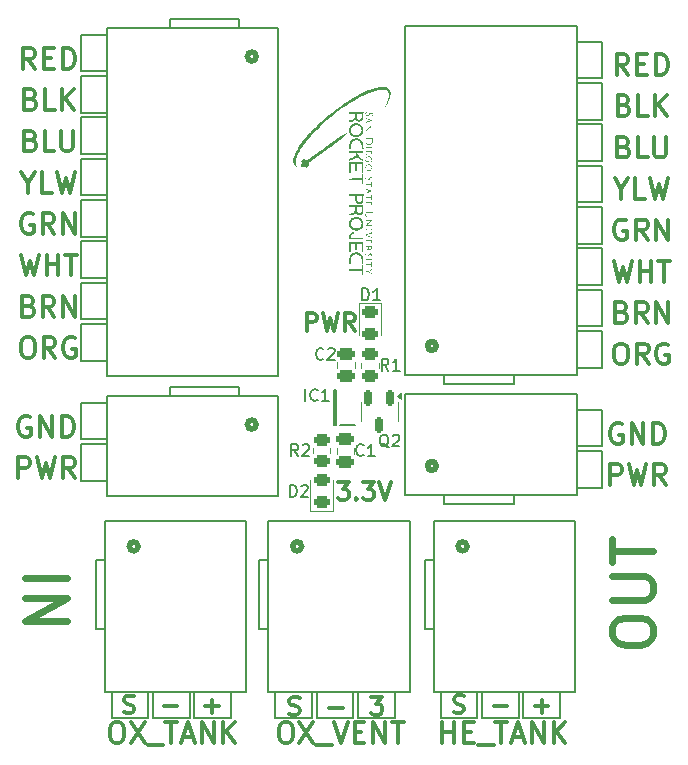
<source format=gto>
G04 #@! TF.GenerationSoftware,KiCad,Pcbnew,9.0.0*
G04 #@! TF.CreationDate,2025-02-28T23:24:18-08:00*
G04 #@! TF.ProjectId,Constellation STAR UAF V1.1,436f6e73-7465-46c6-9c61-74696f6e2053,rev?*
G04 #@! TF.SameCoordinates,Original*
G04 #@! TF.FileFunction,Legend,Top*
G04 #@! TF.FilePolarity,Positive*
%FSLAX46Y46*%
G04 Gerber Fmt 4.6, Leading zero omitted, Abs format (unit mm)*
G04 Created by KiCad (PCBNEW 9.0.0) date 2025-02-28 23:24:18*
%MOMM*%
%LPD*%
G01*
G04 APERTURE LIST*
G04 Aperture macros list*
%AMRoundRect*
0 Rectangle with rounded corners*
0 $1 Rounding radius*
0 $2 $3 $4 $5 $6 $7 $8 $9 X,Y pos of 4 corners*
0 Add a 4 corners polygon primitive as box body*
4,1,4,$2,$3,$4,$5,$6,$7,$8,$9,$2,$3,0*
0 Add four circle primitives for the rounded corners*
1,1,$1+$1,$2,$3*
1,1,$1+$1,$4,$5*
1,1,$1+$1,$6,$7*
1,1,$1+$1,$8,$9*
0 Add four rect primitives between the rounded corners*
20,1,$1+$1,$2,$3,$4,$5,0*
20,1,$1+$1,$4,$5,$6,$7,0*
20,1,$1+$1,$6,$7,$8,$9,0*
20,1,$1+$1,$8,$9,$2,$3,0*%
G04 Aperture macros list end*
%ADD10C,0.350000*%
%ADD11C,0.600000*%
%ADD12C,0.300000*%
%ADD13C,0.150000*%
%ADD14C,0.152400*%
%ADD15C,0.508000*%
%ADD16C,0.120000*%
%ADD17C,0.000000*%
%ADD18C,0.200000*%
%ADD19C,3.200000*%
%ADD20C,1.900000*%
%ADD21RoundRect,0.250000X0.450000X-0.262500X0.450000X0.262500X-0.450000X0.262500X-0.450000X-0.262500X0*%
%ADD22R,1.250000X0.600000*%
%ADD23RoundRect,0.250000X0.475000X-0.250000X0.475000X0.250000X-0.475000X0.250000X-0.475000X-0.250000X0*%
%ADD24RoundRect,0.250000X-0.450000X0.262500X-0.450000X-0.262500X0.450000X-0.262500X0.450000X0.262500X0*%
%ADD25RoundRect,0.243750X-0.456250X0.243750X-0.456250X-0.243750X0.456250X-0.243750X0.456250X0.243750X0*%
%ADD26RoundRect,0.243750X0.456250X-0.243750X0.456250X0.243750X-0.456250X0.243750X-0.456250X-0.243750X0*%
%ADD27RoundRect,0.150000X-0.150000X0.512500X-0.150000X-0.512500X0.150000X-0.512500X0.150000X0.512500X0*%
%ADD28RoundRect,0.250000X-0.475000X0.250000X-0.475000X-0.250000X0.475000X-0.250000X0.475000X0.250000X0*%
G04 APERTURE END LIST*
D10*
X78231929Y-31657629D02*
X77648596Y-30824296D01*
X77231929Y-31657629D02*
X77231929Y-29907629D01*
X77231929Y-29907629D02*
X77898596Y-29907629D01*
X77898596Y-29907629D02*
X78065263Y-29990962D01*
X78065263Y-29990962D02*
X78148596Y-30074296D01*
X78148596Y-30074296D02*
X78231929Y-30240962D01*
X78231929Y-30240962D02*
X78231929Y-30490962D01*
X78231929Y-30490962D02*
X78148596Y-30657629D01*
X78148596Y-30657629D02*
X78065263Y-30740962D01*
X78065263Y-30740962D02*
X77898596Y-30824296D01*
X77898596Y-30824296D02*
X77231929Y-30824296D01*
X78981929Y-30740962D02*
X79565263Y-30740962D01*
X79815263Y-31657629D02*
X78981929Y-31657629D01*
X78981929Y-31657629D02*
X78981929Y-29907629D01*
X78981929Y-29907629D02*
X79815263Y-29907629D01*
X80565262Y-31657629D02*
X80565262Y-29907629D01*
X80565262Y-29907629D02*
X80981929Y-29907629D01*
X80981929Y-29907629D02*
X81231929Y-29990962D01*
X81231929Y-29990962D02*
X81398596Y-30157629D01*
X81398596Y-30157629D02*
X81481929Y-30324296D01*
X81481929Y-30324296D02*
X81565262Y-30657629D01*
X81565262Y-30657629D02*
X81565262Y-30907629D01*
X81565262Y-30907629D02*
X81481929Y-31240962D01*
X81481929Y-31240962D02*
X81398596Y-31407629D01*
X81398596Y-31407629D02*
X81231929Y-31574296D01*
X81231929Y-31574296D02*
X80981929Y-31657629D01*
X80981929Y-31657629D02*
X80565262Y-31657629D01*
D11*
X27189532Y-74248069D02*
X30689532Y-74248069D01*
X27189532Y-75914736D02*
X30689532Y-75914736D01*
X30689532Y-75914736D02*
X27189532Y-77914736D01*
X27189532Y-77914736D02*
X30689532Y-77914736D01*
D12*
X56470001Y-84330828D02*
X57398573Y-84330828D01*
X57398573Y-84330828D02*
X56898573Y-84902257D01*
X56898573Y-84902257D02*
X57112858Y-84902257D01*
X57112858Y-84902257D02*
X57255716Y-84973685D01*
X57255716Y-84973685D02*
X57327144Y-85045114D01*
X57327144Y-85045114D02*
X57398573Y-85187971D01*
X57398573Y-85187971D02*
X57398573Y-85545114D01*
X57398573Y-85545114D02*
X57327144Y-85687971D01*
X57327144Y-85687971D02*
X57255716Y-85759400D01*
X57255716Y-85759400D02*
X57112858Y-85830828D01*
X57112858Y-85830828D02*
X56684287Y-85830828D01*
X56684287Y-85830828D02*
X56541430Y-85759400D01*
X56541430Y-85759400D02*
X56470001Y-85687971D01*
D10*
X77690263Y-51740962D02*
X77940263Y-51824296D01*
X77940263Y-51824296D02*
X78023596Y-51907629D01*
X78023596Y-51907629D02*
X78106929Y-52074296D01*
X78106929Y-52074296D02*
X78106929Y-52324296D01*
X78106929Y-52324296D02*
X78023596Y-52490962D01*
X78023596Y-52490962D02*
X77940263Y-52574296D01*
X77940263Y-52574296D02*
X77773596Y-52657629D01*
X77773596Y-52657629D02*
X77106929Y-52657629D01*
X77106929Y-52657629D02*
X77106929Y-50907629D01*
X77106929Y-50907629D02*
X77690263Y-50907629D01*
X77690263Y-50907629D02*
X77856929Y-50990962D01*
X77856929Y-50990962D02*
X77940263Y-51074296D01*
X77940263Y-51074296D02*
X78023596Y-51240962D01*
X78023596Y-51240962D02*
X78023596Y-51407629D01*
X78023596Y-51407629D02*
X77940263Y-51574296D01*
X77940263Y-51574296D02*
X77856929Y-51657629D01*
X77856929Y-51657629D02*
X77690263Y-51740962D01*
X77690263Y-51740962D02*
X77106929Y-51740962D01*
X79856929Y-52657629D02*
X79273596Y-51824296D01*
X78856929Y-52657629D02*
X78856929Y-50907629D01*
X78856929Y-50907629D02*
X79523596Y-50907629D01*
X79523596Y-50907629D02*
X79690263Y-50990962D01*
X79690263Y-50990962D02*
X79773596Y-51074296D01*
X79773596Y-51074296D02*
X79856929Y-51240962D01*
X79856929Y-51240962D02*
X79856929Y-51490962D01*
X79856929Y-51490962D02*
X79773596Y-51657629D01*
X79773596Y-51657629D02*
X79690263Y-51740962D01*
X79690263Y-51740962D02*
X79523596Y-51824296D01*
X79523596Y-51824296D02*
X78856929Y-51824296D01*
X80606929Y-52657629D02*
X80606929Y-50907629D01*
X80606929Y-50907629D02*
X81606929Y-52657629D01*
X81606929Y-52657629D02*
X81606929Y-50907629D01*
X77898596Y-34240962D02*
X78148596Y-34324296D01*
X78148596Y-34324296D02*
X78231929Y-34407629D01*
X78231929Y-34407629D02*
X78315262Y-34574296D01*
X78315262Y-34574296D02*
X78315262Y-34824296D01*
X78315262Y-34824296D02*
X78231929Y-34990962D01*
X78231929Y-34990962D02*
X78148596Y-35074296D01*
X78148596Y-35074296D02*
X77981929Y-35157629D01*
X77981929Y-35157629D02*
X77315262Y-35157629D01*
X77315262Y-35157629D02*
X77315262Y-33407629D01*
X77315262Y-33407629D02*
X77898596Y-33407629D01*
X77898596Y-33407629D02*
X78065262Y-33490962D01*
X78065262Y-33490962D02*
X78148596Y-33574296D01*
X78148596Y-33574296D02*
X78231929Y-33740962D01*
X78231929Y-33740962D02*
X78231929Y-33907629D01*
X78231929Y-33907629D02*
X78148596Y-34074296D01*
X78148596Y-34074296D02*
X78065262Y-34157629D01*
X78065262Y-34157629D02*
X77898596Y-34240962D01*
X77898596Y-34240962D02*
X77315262Y-34240962D01*
X79898596Y-35157629D02*
X79065262Y-35157629D01*
X79065262Y-35157629D02*
X79065262Y-33407629D01*
X80481929Y-35157629D02*
X80481929Y-33407629D01*
X81481929Y-35157629D02*
X80731929Y-34157629D01*
X81481929Y-33407629D02*
X80481929Y-34407629D01*
X62483334Y-88207634D02*
X62483334Y-86457634D01*
X62483334Y-87290967D02*
X63483334Y-87290967D01*
X63483334Y-88207634D02*
X63483334Y-86457634D01*
X64316667Y-87290967D02*
X64900001Y-87290967D01*
X65150001Y-88207634D02*
X64316667Y-88207634D01*
X64316667Y-88207634D02*
X64316667Y-86457634D01*
X64316667Y-86457634D02*
X65150001Y-86457634D01*
X65483334Y-88374301D02*
X66816667Y-88374301D01*
X66983333Y-86457634D02*
X67983333Y-86457634D01*
X67483333Y-88207634D02*
X67483333Y-86457634D01*
X68483333Y-87707634D02*
X69316666Y-87707634D01*
X68316666Y-88207634D02*
X68900000Y-86457634D01*
X68900000Y-86457634D02*
X69483333Y-88207634D01*
X70066666Y-88207634D02*
X70066666Y-86457634D01*
X70066666Y-86457634D02*
X71066666Y-88207634D01*
X71066666Y-88207634D02*
X71066666Y-86457634D01*
X71899999Y-88207634D02*
X71899999Y-86457634D01*
X72899999Y-88207634D02*
X72149999Y-87207634D01*
X72899999Y-86457634D02*
X71899999Y-87457634D01*
D12*
X42398573Y-85139400D02*
X43541431Y-85139400D01*
X42970002Y-85710828D02*
X42970002Y-84567971D01*
X51000260Y-53317444D02*
X51000260Y-51817444D01*
X51000260Y-51817444D02*
X51571689Y-51817444D01*
X51571689Y-51817444D02*
X51714546Y-51888873D01*
X51714546Y-51888873D02*
X51785975Y-51960301D01*
X51785975Y-51960301D02*
X51857403Y-52103158D01*
X51857403Y-52103158D02*
X51857403Y-52317444D01*
X51857403Y-52317444D02*
X51785975Y-52460301D01*
X51785975Y-52460301D02*
X51714546Y-52531730D01*
X51714546Y-52531730D02*
X51571689Y-52603158D01*
X51571689Y-52603158D02*
X51000260Y-52603158D01*
X52357403Y-51817444D02*
X52714546Y-53317444D01*
X52714546Y-53317444D02*
X53000260Y-52246016D01*
X53000260Y-52246016D02*
X53285975Y-53317444D01*
X53285975Y-53317444D02*
X53643118Y-51817444D01*
X55071689Y-53317444D02*
X54571689Y-52603158D01*
X54214546Y-53317444D02*
X54214546Y-51817444D01*
X54214546Y-51817444D02*
X54785975Y-51817444D01*
X54785975Y-51817444D02*
X54928832Y-51888873D01*
X54928832Y-51888873D02*
X55000261Y-51960301D01*
X55000261Y-51960301D02*
X55071689Y-52103158D01*
X55071689Y-52103158D02*
X55071689Y-52317444D01*
X55071689Y-52317444D02*
X55000261Y-52460301D01*
X55000261Y-52460301D02*
X54928832Y-52531730D01*
X54928832Y-52531730D02*
X54785975Y-52603158D01*
X54785975Y-52603158D02*
X54214546Y-52603158D01*
X35541430Y-85639400D02*
X35755716Y-85710828D01*
X35755716Y-85710828D02*
X36112858Y-85710828D01*
X36112858Y-85710828D02*
X36255716Y-85639400D01*
X36255716Y-85639400D02*
X36327144Y-85567971D01*
X36327144Y-85567971D02*
X36398573Y-85425114D01*
X36398573Y-85425114D02*
X36398573Y-85282257D01*
X36398573Y-85282257D02*
X36327144Y-85139400D01*
X36327144Y-85139400D02*
X36255716Y-85067971D01*
X36255716Y-85067971D02*
X36112858Y-84996542D01*
X36112858Y-84996542D02*
X35827144Y-84925114D01*
X35827144Y-84925114D02*
X35684287Y-84853685D01*
X35684287Y-84853685D02*
X35612858Y-84782257D01*
X35612858Y-84782257D02*
X35541430Y-84639400D01*
X35541430Y-84639400D02*
X35541430Y-84496542D01*
X35541430Y-84496542D02*
X35612858Y-84353685D01*
X35612858Y-84353685D02*
X35684287Y-84282257D01*
X35684287Y-84282257D02*
X35827144Y-84210828D01*
X35827144Y-84210828D02*
X36184287Y-84210828D01*
X36184287Y-84210828D02*
X36398573Y-84282257D01*
D10*
X27430264Y-40800297D02*
X27430264Y-41633630D01*
X26846930Y-39883630D02*
X27430264Y-40800297D01*
X27430264Y-40800297D02*
X28013597Y-39883630D01*
X29430264Y-41633630D02*
X28596930Y-41633630D01*
X28596930Y-41633630D02*
X28596930Y-39883630D01*
X29846931Y-39883630D02*
X30263597Y-41633630D01*
X30263597Y-41633630D02*
X30596931Y-40383630D01*
X30596931Y-40383630D02*
X30930264Y-41633630D01*
X30930264Y-41633630D02*
X31346931Y-39883630D01*
X28013597Y-31133630D02*
X27430264Y-30300297D01*
X27013597Y-31133630D02*
X27013597Y-29383630D01*
X27013597Y-29383630D02*
X27680264Y-29383630D01*
X27680264Y-29383630D02*
X27846931Y-29466963D01*
X27846931Y-29466963D02*
X27930264Y-29550297D01*
X27930264Y-29550297D02*
X28013597Y-29716963D01*
X28013597Y-29716963D02*
X28013597Y-29966963D01*
X28013597Y-29966963D02*
X27930264Y-30133630D01*
X27930264Y-30133630D02*
X27846931Y-30216963D01*
X27846931Y-30216963D02*
X27680264Y-30300297D01*
X27680264Y-30300297D02*
X27013597Y-30300297D01*
X28763597Y-30216963D02*
X29346931Y-30216963D01*
X29596931Y-31133630D02*
X28763597Y-31133630D01*
X28763597Y-31133630D02*
X28763597Y-29383630D01*
X28763597Y-29383630D02*
X29596931Y-29383630D01*
X30346930Y-31133630D02*
X30346930Y-29383630D01*
X30346930Y-29383630D02*
X30763597Y-29383630D01*
X30763597Y-29383630D02*
X31013597Y-29466963D01*
X31013597Y-29466963D02*
X31180264Y-29633630D01*
X31180264Y-29633630D02*
X31263597Y-29800297D01*
X31263597Y-29800297D02*
X31346930Y-30133630D01*
X31346930Y-30133630D02*
X31346930Y-30383630D01*
X31346930Y-30383630D02*
X31263597Y-30716963D01*
X31263597Y-30716963D02*
X31180264Y-30883630D01*
X31180264Y-30883630D02*
X31013597Y-31050297D01*
X31013597Y-31050297D02*
X30763597Y-31133630D01*
X30763597Y-31133630D02*
X30346930Y-31133630D01*
X34785001Y-86457634D02*
X35118334Y-86457634D01*
X35118334Y-86457634D02*
X35285001Y-86540967D01*
X35285001Y-86540967D02*
X35451667Y-86707634D01*
X35451667Y-86707634D02*
X35535001Y-87040967D01*
X35535001Y-87040967D02*
X35535001Y-87624301D01*
X35535001Y-87624301D02*
X35451667Y-87957634D01*
X35451667Y-87957634D02*
X35285001Y-88124301D01*
X35285001Y-88124301D02*
X35118334Y-88207634D01*
X35118334Y-88207634D02*
X34785001Y-88207634D01*
X34785001Y-88207634D02*
X34618334Y-88124301D01*
X34618334Y-88124301D02*
X34451667Y-87957634D01*
X34451667Y-87957634D02*
X34368334Y-87624301D01*
X34368334Y-87624301D02*
X34368334Y-87040967D01*
X34368334Y-87040967D02*
X34451667Y-86707634D01*
X34451667Y-86707634D02*
X34618334Y-86540967D01*
X34618334Y-86540967D02*
X34785001Y-86457634D01*
X36118334Y-86457634D02*
X37285000Y-88207634D01*
X37285000Y-86457634D02*
X36118334Y-88207634D01*
X37535001Y-88374301D02*
X38868334Y-88374301D01*
X39035000Y-86457634D02*
X40035000Y-86457634D01*
X39535000Y-88207634D02*
X39535000Y-86457634D01*
X40535000Y-87707634D02*
X41368333Y-87707634D01*
X40368333Y-88207634D02*
X40951667Y-86457634D01*
X40951667Y-86457634D02*
X41535000Y-88207634D01*
X42118333Y-88207634D02*
X42118333Y-86457634D01*
X42118333Y-86457634D02*
X43118333Y-88207634D01*
X43118333Y-88207634D02*
X43118333Y-86457634D01*
X43951666Y-88207634D02*
X43951666Y-86457634D01*
X44951666Y-88207634D02*
X44201666Y-87207634D01*
X44951666Y-86457634D02*
X43951666Y-87457634D01*
D12*
X38898573Y-85139400D02*
X40041431Y-85139400D01*
X63466430Y-85629400D02*
X63680716Y-85700828D01*
X63680716Y-85700828D02*
X64037858Y-85700828D01*
X64037858Y-85700828D02*
X64180716Y-85629400D01*
X64180716Y-85629400D02*
X64252144Y-85557971D01*
X64252144Y-85557971D02*
X64323573Y-85415114D01*
X64323573Y-85415114D02*
X64323573Y-85272257D01*
X64323573Y-85272257D02*
X64252144Y-85129400D01*
X64252144Y-85129400D02*
X64180716Y-85057971D01*
X64180716Y-85057971D02*
X64037858Y-84986542D01*
X64037858Y-84986542D02*
X63752144Y-84915114D01*
X63752144Y-84915114D02*
X63609287Y-84843685D01*
X63609287Y-84843685D02*
X63537858Y-84772257D01*
X63537858Y-84772257D02*
X63466430Y-84629400D01*
X63466430Y-84629400D02*
X63466430Y-84486542D01*
X63466430Y-84486542D02*
X63537858Y-84343685D01*
X63537858Y-84343685D02*
X63609287Y-84272257D01*
X63609287Y-84272257D02*
X63752144Y-84200828D01*
X63752144Y-84200828D02*
X64109287Y-84200828D01*
X64109287Y-84200828D02*
X64323573Y-84272257D01*
D10*
X77856929Y-37740962D02*
X78106929Y-37824296D01*
X78106929Y-37824296D02*
X78190262Y-37907629D01*
X78190262Y-37907629D02*
X78273595Y-38074296D01*
X78273595Y-38074296D02*
X78273595Y-38324296D01*
X78273595Y-38324296D02*
X78190262Y-38490962D01*
X78190262Y-38490962D02*
X78106929Y-38574296D01*
X78106929Y-38574296D02*
X77940262Y-38657629D01*
X77940262Y-38657629D02*
X77273595Y-38657629D01*
X77273595Y-38657629D02*
X77273595Y-36907629D01*
X77273595Y-36907629D02*
X77856929Y-36907629D01*
X77856929Y-36907629D02*
X78023595Y-36990962D01*
X78023595Y-36990962D02*
X78106929Y-37074296D01*
X78106929Y-37074296D02*
X78190262Y-37240962D01*
X78190262Y-37240962D02*
X78190262Y-37407629D01*
X78190262Y-37407629D02*
X78106929Y-37574296D01*
X78106929Y-37574296D02*
X78023595Y-37657629D01*
X78023595Y-37657629D02*
X77856929Y-37740962D01*
X77856929Y-37740962D02*
X77273595Y-37740962D01*
X79856929Y-38657629D02*
X79023595Y-38657629D01*
X79023595Y-38657629D02*
X79023595Y-36907629D01*
X80440262Y-36907629D02*
X80440262Y-38324296D01*
X80440262Y-38324296D02*
X80523596Y-38490962D01*
X80523596Y-38490962D02*
X80606929Y-38574296D01*
X80606929Y-38574296D02*
X80773596Y-38657629D01*
X80773596Y-38657629D02*
X81106929Y-38657629D01*
X81106929Y-38657629D02*
X81273596Y-38574296D01*
X81273596Y-38574296D02*
X81356929Y-38490962D01*
X81356929Y-38490962D02*
X81440262Y-38324296D01*
X81440262Y-38324296D02*
X81440262Y-36907629D01*
X77648596Y-41324296D02*
X77648596Y-42157629D01*
X77065262Y-40407629D02*
X77648596Y-41324296D01*
X77648596Y-41324296D02*
X78231929Y-40407629D01*
X79648596Y-42157629D02*
X78815262Y-42157629D01*
X78815262Y-42157629D02*
X78815262Y-40407629D01*
X80065263Y-40407629D02*
X80481929Y-42157629D01*
X80481929Y-42157629D02*
X80815263Y-40907629D01*
X80815263Y-40907629D02*
X81148596Y-42157629D01*
X81148596Y-42157629D02*
X81565263Y-40407629D01*
X27805264Y-43466963D02*
X27638597Y-43383630D01*
X27638597Y-43383630D02*
X27388597Y-43383630D01*
X27388597Y-43383630D02*
X27138597Y-43466963D01*
X27138597Y-43466963D02*
X26971931Y-43633630D01*
X26971931Y-43633630D02*
X26888597Y-43800297D01*
X26888597Y-43800297D02*
X26805264Y-44133630D01*
X26805264Y-44133630D02*
X26805264Y-44383630D01*
X26805264Y-44383630D02*
X26888597Y-44716963D01*
X26888597Y-44716963D02*
X26971931Y-44883630D01*
X26971931Y-44883630D02*
X27138597Y-45050297D01*
X27138597Y-45050297D02*
X27388597Y-45133630D01*
X27388597Y-45133630D02*
X27555264Y-45133630D01*
X27555264Y-45133630D02*
X27805264Y-45050297D01*
X27805264Y-45050297D02*
X27888597Y-44966963D01*
X27888597Y-44966963D02*
X27888597Y-44383630D01*
X27888597Y-44383630D02*
X27555264Y-44383630D01*
X29638597Y-45133630D02*
X29055264Y-44300297D01*
X28638597Y-45133630D02*
X28638597Y-43383630D01*
X28638597Y-43383630D02*
X29305264Y-43383630D01*
X29305264Y-43383630D02*
X29471931Y-43466963D01*
X29471931Y-43466963D02*
X29555264Y-43550297D01*
X29555264Y-43550297D02*
X29638597Y-43716963D01*
X29638597Y-43716963D02*
X29638597Y-43966963D01*
X29638597Y-43966963D02*
X29555264Y-44133630D01*
X29555264Y-44133630D02*
X29471931Y-44216963D01*
X29471931Y-44216963D02*
X29305264Y-44300297D01*
X29305264Y-44300297D02*
X28638597Y-44300297D01*
X30388597Y-45133630D02*
X30388597Y-43383630D01*
X30388597Y-43383630D02*
X31388597Y-45133630D01*
X31388597Y-45133630D02*
X31388597Y-43383630D01*
X26805264Y-46883630D02*
X27221930Y-48633630D01*
X27221930Y-48633630D02*
X27555264Y-47383630D01*
X27555264Y-47383630D02*
X27888597Y-48633630D01*
X27888597Y-48633630D02*
X28305264Y-46883630D01*
X28971930Y-48633630D02*
X28971930Y-46883630D01*
X28971930Y-47716963D02*
X29971930Y-47716963D01*
X29971930Y-48633630D02*
X29971930Y-46883630D01*
X30555263Y-46883630D02*
X31555263Y-46883630D01*
X31055263Y-48633630D02*
X31055263Y-46883630D01*
X76671928Y-66387634D02*
X76671928Y-64637634D01*
X76671928Y-64637634D02*
X77338595Y-64637634D01*
X77338595Y-64637634D02*
X77505262Y-64720967D01*
X77505262Y-64720967D02*
X77588595Y-64804301D01*
X77588595Y-64804301D02*
X77671928Y-64970967D01*
X77671928Y-64970967D02*
X77671928Y-65220967D01*
X77671928Y-65220967D02*
X77588595Y-65387634D01*
X77588595Y-65387634D02*
X77505262Y-65470967D01*
X77505262Y-65470967D02*
X77338595Y-65554301D01*
X77338595Y-65554301D02*
X76671928Y-65554301D01*
X78255262Y-64637634D02*
X78671928Y-66387634D01*
X78671928Y-66387634D02*
X79005262Y-65137634D01*
X79005262Y-65137634D02*
X79338595Y-66387634D01*
X79338595Y-66387634D02*
X79755262Y-64637634D01*
X81421928Y-66387634D02*
X80838595Y-65554301D01*
X80421928Y-66387634D02*
X80421928Y-64637634D01*
X80421928Y-64637634D02*
X81088595Y-64637634D01*
X81088595Y-64637634D02*
X81255262Y-64720967D01*
X81255262Y-64720967D02*
X81338595Y-64804301D01*
X81338595Y-64804301D02*
X81421928Y-64970967D01*
X81421928Y-64970967D02*
X81421928Y-65220967D01*
X81421928Y-65220967D02*
X81338595Y-65387634D01*
X81338595Y-65387634D02*
X81255262Y-65470967D01*
X81255262Y-65470967D02*
X81088595Y-65554301D01*
X81088595Y-65554301D02*
X80421928Y-65554301D01*
D12*
X49541429Y-85759400D02*
X49755715Y-85830828D01*
X49755715Y-85830828D02*
X50112857Y-85830828D01*
X50112857Y-85830828D02*
X50255715Y-85759400D01*
X50255715Y-85759400D02*
X50327143Y-85687971D01*
X50327143Y-85687971D02*
X50398572Y-85545114D01*
X50398572Y-85545114D02*
X50398572Y-85402257D01*
X50398572Y-85402257D02*
X50327143Y-85259400D01*
X50327143Y-85259400D02*
X50255715Y-85187971D01*
X50255715Y-85187971D02*
X50112857Y-85116542D01*
X50112857Y-85116542D02*
X49827143Y-85045114D01*
X49827143Y-85045114D02*
X49684286Y-84973685D01*
X49684286Y-84973685D02*
X49612857Y-84902257D01*
X49612857Y-84902257D02*
X49541429Y-84759400D01*
X49541429Y-84759400D02*
X49541429Y-84616542D01*
X49541429Y-84616542D02*
X49612857Y-84473685D01*
X49612857Y-84473685D02*
X49684286Y-84402257D01*
X49684286Y-84402257D02*
X49827143Y-84330828D01*
X49827143Y-84330828D02*
X50184286Y-84330828D01*
X50184286Y-84330828D02*
X50398572Y-84402257D01*
D10*
X77440263Y-54407634D02*
X77773596Y-54407634D01*
X77773596Y-54407634D02*
X77940263Y-54490967D01*
X77940263Y-54490967D02*
X78106929Y-54657634D01*
X78106929Y-54657634D02*
X78190263Y-54990967D01*
X78190263Y-54990967D02*
X78190263Y-55574301D01*
X78190263Y-55574301D02*
X78106929Y-55907634D01*
X78106929Y-55907634D02*
X77940263Y-56074301D01*
X77940263Y-56074301D02*
X77773596Y-56157634D01*
X77773596Y-56157634D02*
X77440263Y-56157634D01*
X77440263Y-56157634D02*
X77273596Y-56074301D01*
X77273596Y-56074301D02*
X77106929Y-55907634D01*
X77106929Y-55907634D02*
X77023596Y-55574301D01*
X77023596Y-55574301D02*
X77023596Y-54990967D01*
X77023596Y-54990967D02*
X77106929Y-54657634D01*
X77106929Y-54657634D02*
X77273596Y-54490967D01*
X77273596Y-54490967D02*
X77440263Y-54407634D01*
X79940262Y-56157634D02*
X79356929Y-55324301D01*
X78940262Y-56157634D02*
X78940262Y-54407634D01*
X78940262Y-54407634D02*
X79606929Y-54407634D01*
X79606929Y-54407634D02*
X79773596Y-54490967D01*
X79773596Y-54490967D02*
X79856929Y-54574301D01*
X79856929Y-54574301D02*
X79940262Y-54740967D01*
X79940262Y-54740967D02*
X79940262Y-54990967D01*
X79940262Y-54990967D02*
X79856929Y-55157634D01*
X79856929Y-55157634D02*
X79773596Y-55240967D01*
X79773596Y-55240967D02*
X79606929Y-55324301D01*
X79606929Y-55324301D02*
X78940262Y-55324301D01*
X81606929Y-54490967D02*
X81440262Y-54407634D01*
X81440262Y-54407634D02*
X81190262Y-54407634D01*
X81190262Y-54407634D02*
X80940262Y-54490967D01*
X80940262Y-54490967D02*
X80773596Y-54657634D01*
X80773596Y-54657634D02*
X80690262Y-54824301D01*
X80690262Y-54824301D02*
X80606929Y-55157634D01*
X80606929Y-55157634D02*
X80606929Y-55407634D01*
X80606929Y-55407634D02*
X80690262Y-55740967D01*
X80690262Y-55740967D02*
X80773596Y-55907634D01*
X80773596Y-55907634D02*
X80940262Y-56074301D01*
X80940262Y-56074301D02*
X81190262Y-56157634D01*
X81190262Y-56157634D02*
X81356929Y-56157634D01*
X81356929Y-56157634D02*
X81606929Y-56074301D01*
X81606929Y-56074301D02*
X81690262Y-55990967D01*
X81690262Y-55990967D02*
X81690262Y-55407634D01*
X81690262Y-55407634D02*
X81356929Y-55407634D01*
D12*
X70323573Y-85129400D02*
X71466431Y-85129400D01*
X70895002Y-85700828D02*
X70895002Y-84557971D01*
X53641652Y-66150828D02*
X54570224Y-66150828D01*
X54570224Y-66150828D02*
X54070224Y-66722257D01*
X54070224Y-66722257D02*
X54284509Y-66722257D01*
X54284509Y-66722257D02*
X54427367Y-66793685D01*
X54427367Y-66793685D02*
X54498795Y-66865114D01*
X54498795Y-66865114D02*
X54570224Y-67007971D01*
X54570224Y-67007971D02*
X54570224Y-67365114D01*
X54570224Y-67365114D02*
X54498795Y-67507971D01*
X54498795Y-67507971D02*
X54427367Y-67579400D01*
X54427367Y-67579400D02*
X54284509Y-67650828D01*
X54284509Y-67650828D02*
X53855938Y-67650828D01*
X53855938Y-67650828D02*
X53713081Y-67579400D01*
X53713081Y-67579400D02*
X53641652Y-67507971D01*
X55213080Y-67507971D02*
X55284509Y-67579400D01*
X55284509Y-67579400D02*
X55213080Y-67650828D01*
X55213080Y-67650828D02*
X55141652Y-67579400D01*
X55141652Y-67579400D02*
X55213080Y-67507971D01*
X55213080Y-67507971D02*
X55213080Y-67650828D01*
X55784509Y-66150828D02*
X56713081Y-66150828D01*
X56713081Y-66150828D02*
X56213081Y-66722257D01*
X56213081Y-66722257D02*
X56427366Y-66722257D01*
X56427366Y-66722257D02*
X56570224Y-66793685D01*
X56570224Y-66793685D02*
X56641652Y-66865114D01*
X56641652Y-66865114D02*
X56713081Y-67007971D01*
X56713081Y-67007971D02*
X56713081Y-67365114D01*
X56713081Y-67365114D02*
X56641652Y-67507971D01*
X56641652Y-67507971D02*
X56570224Y-67579400D01*
X56570224Y-67579400D02*
X56427366Y-67650828D01*
X56427366Y-67650828D02*
X55998795Y-67650828D01*
X55998795Y-67650828D02*
X55855938Y-67579400D01*
X55855938Y-67579400D02*
X55784509Y-67507971D01*
X57141652Y-66150828D02*
X57641652Y-67650828D01*
X57641652Y-67650828D02*
X58141652Y-66150828D01*
D10*
X26596929Y-65787634D02*
X26596929Y-64037634D01*
X26596929Y-64037634D02*
X27263596Y-64037634D01*
X27263596Y-64037634D02*
X27430263Y-64120967D01*
X27430263Y-64120967D02*
X27513596Y-64204301D01*
X27513596Y-64204301D02*
X27596929Y-64370967D01*
X27596929Y-64370967D02*
X27596929Y-64620967D01*
X27596929Y-64620967D02*
X27513596Y-64787634D01*
X27513596Y-64787634D02*
X27430263Y-64870967D01*
X27430263Y-64870967D02*
X27263596Y-64954301D01*
X27263596Y-64954301D02*
X26596929Y-64954301D01*
X28180263Y-64037634D02*
X28596929Y-65787634D01*
X28596929Y-65787634D02*
X28930263Y-64537634D01*
X28930263Y-64537634D02*
X29263596Y-65787634D01*
X29263596Y-65787634D02*
X29680263Y-64037634D01*
X31346929Y-65787634D02*
X30763596Y-64954301D01*
X30346929Y-65787634D02*
X30346929Y-64037634D01*
X30346929Y-64037634D02*
X31013596Y-64037634D01*
X31013596Y-64037634D02*
X31180263Y-64120967D01*
X31180263Y-64120967D02*
X31263596Y-64204301D01*
X31263596Y-64204301D02*
X31346929Y-64370967D01*
X31346929Y-64370967D02*
X31346929Y-64620967D01*
X31346929Y-64620967D02*
X31263596Y-64787634D01*
X31263596Y-64787634D02*
X31180263Y-64870967D01*
X31180263Y-64870967D02*
X31013596Y-64954301D01*
X31013596Y-64954301D02*
X30346929Y-64954301D01*
D12*
X66823573Y-85129400D02*
X67966431Y-85129400D01*
X52898572Y-85259400D02*
X54041430Y-85259400D01*
D10*
X49048334Y-86457634D02*
X49381667Y-86457634D01*
X49381667Y-86457634D02*
X49548334Y-86540967D01*
X49548334Y-86540967D02*
X49715000Y-86707634D01*
X49715000Y-86707634D02*
X49798334Y-87040967D01*
X49798334Y-87040967D02*
X49798334Y-87624301D01*
X49798334Y-87624301D02*
X49715000Y-87957634D01*
X49715000Y-87957634D02*
X49548334Y-88124301D01*
X49548334Y-88124301D02*
X49381667Y-88207634D01*
X49381667Y-88207634D02*
X49048334Y-88207634D01*
X49048334Y-88207634D02*
X48881667Y-88124301D01*
X48881667Y-88124301D02*
X48715000Y-87957634D01*
X48715000Y-87957634D02*
X48631667Y-87624301D01*
X48631667Y-87624301D02*
X48631667Y-87040967D01*
X48631667Y-87040967D02*
X48715000Y-86707634D01*
X48715000Y-86707634D02*
X48881667Y-86540967D01*
X48881667Y-86540967D02*
X49048334Y-86457634D01*
X50381667Y-86457634D02*
X51548333Y-88207634D01*
X51548333Y-86457634D02*
X50381667Y-88207634D01*
X51798334Y-88374301D02*
X53131667Y-88374301D01*
X53298333Y-86457634D02*
X53881667Y-88207634D01*
X53881667Y-88207634D02*
X54465000Y-86457634D01*
X55048333Y-87290967D02*
X55631667Y-87290967D01*
X55881667Y-88207634D02*
X55048333Y-88207634D01*
X55048333Y-88207634D02*
X55048333Y-86457634D01*
X55048333Y-86457634D02*
X55881667Y-86457634D01*
X56631666Y-88207634D02*
X56631666Y-86457634D01*
X56631666Y-86457634D02*
X57631666Y-88207634D01*
X57631666Y-88207634D02*
X57631666Y-86457634D01*
X58214999Y-86457634D02*
X59214999Y-86457634D01*
X58714999Y-88207634D02*
X58714999Y-86457634D01*
X27680264Y-33716963D02*
X27930264Y-33800297D01*
X27930264Y-33800297D02*
X28013597Y-33883630D01*
X28013597Y-33883630D02*
X28096930Y-34050297D01*
X28096930Y-34050297D02*
X28096930Y-34300297D01*
X28096930Y-34300297D02*
X28013597Y-34466963D01*
X28013597Y-34466963D02*
X27930264Y-34550297D01*
X27930264Y-34550297D02*
X27763597Y-34633630D01*
X27763597Y-34633630D02*
X27096930Y-34633630D01*
X27096930Y-34633630D02*
X27096930Y-32883630D01*
X27096930Y-32883630D02*
X27680264Y-32883630D01*
X27680264Y-32883630D02*
X27846930Y-32966963D01*
X27846930Y-32966963D02*
X27930264Y-33050297D01*
X27930264Y-33050297D02*
X28013597Y-33216963D01*
X28013597Y-33216963D02*
X28013597Y-33383630D01*
X28013597Y-33383630D02*
X27930264Y-33550297D01*
X27930264Y-33550297D02*
X27846930Y-33633630D01*
X27846930Y-33633630D02*
X27680264Y-33716963D01*
X27680264Y-33716963D02*
X27096930Y-33716963D01*
X29680264Y-34633630D02*
X28846930Y-34633630D01*
X28846930Y-34633630D02*
X28846930Y-32883630D01*
X30263597Y-34633630D02*
X30263597Y-32883630D01*
X31263597Y-34633630D02*
X30513597Y-33633630D01*
X31263597Y-32883630D02*
X30263597Y-33883630D01*
X27471931Y-51216963D02*
X27721931Y-51300297D01*
X27721931Y-51300297D02*
X27805264Y-51383630D01*
X27805264Y-51383630D02*
X27888597Y-51550297D01*
X27888597Y-51550297D02*
X27888597Y-51800297D01*
X27888597Y-51800297D02*
X27805264Y-51966963D01*
X27805264Y-51966963D02*
X27721931Y-52050297D01*
X27721931Y-52050297D02*
X27555264Y-52133630D01*
X27555264Y-52133630D02*
X26888597Y-52133630D01*
X26888597Y-52133630D02*
X26888597Y-50383630D01*
X26888597Y-50383630D02*
X27471931Y-50383630D01*
X27471931Y-50383630D02*
X27638597Y-50466963D01*
X27638597Y-50466963D02*
X27721931Y-50550297D01*
X27721931Y-50550297D02*
X27805264Y-50716963D01*
X27805264Y-50716963D02*
X27805264Y-50883630D01*
X27805264Y-50883630D02*
X27721931Y-51050297D01*
X27721931Y-51050297D02*
X27638597Y-51133630D01*
X27638597Y-51133630D02*
X27471931Y-51216963D01*
X27471931Y-51216963D02*
X26888597Y-51216963D01*
X29638597Y-52133630D02*
X29055264Y-51300297D01*
X28638597Y-52133630D02*
X28638597Y-50383630D01*
X28638597Y-50383630D02*
X29305264Y-50383630D01*
X29305264Y-50383630D02*
X29471931Y-50466963D01*
X29471931Y-50466963D02*
X29555264Y-50550297D01*
X29555264Y-50550297D02*
X29638597Y-50716963D01*
X29638597Y-50716963D02*
X29638597Y-50966963D01*
X29638597Y-50966963D02*
X29555264Y-51133630D01*
X29555264Y-51133630D02*
X29471931Y-51216963D01*
X29471931Y-51216963D02*
X29305264Y-51300297D01*
X29305264Y-51300297D02*
X28638597Y-51300297D01*
X30388597Y-52133630D02*
X30388597Y-50383630D01*
X30388597Y-50383630D02*
X31388597Y-52133630D01*
X31388597Y-52133630D02*
X31388597Y-50383630D01*
X27596930Y-60620966D02*
X27430263Y-60537633D01*
X27430263Y-60537633D02*
X27180263Y-60537633D01*
X27180263Y-60537633D02*
X26930263Y-60620966D01*
X26930263Y-60620966D02*
X26763597Y-60787633D01*
X26763597Y-60787633D02*
X26680263Y-60954300D01*
X26680263Y-60954300D02*
X26596930Y-61287633D01*
X26596930Y-61287633D02*
X26596930Y-61537633D01*
X26596930Y-61537633D02*
X26680263Y-61870966D01*
X26680263Y-61870966D02*
X26763597Y-62037633D01*
X26763597Y-62037633D02*
X26930263Y-62204300D01*
X26930263Y-62204300D02*
X27180263Y-62287633D01*
X27180263Y-62287633D02*
X27346930Y-62287633D01*
X27346930Y-62287633D02*
X27596930Y-62204300D01*
X27596930Y-62204300D02*
X27680263Y-62120966D01*
X27680263Y-62120966D02*
X27680263Y-61537633D01*
X27680263Y-61537633D02*
X27346930Y-61537633D01*
X28430263Y-62287633D02*
X28430263Y-60537633D01*
X28430263Y-60537633D02*
X29430263Y-62287633D01*
X29430263Y-62287633D02*
X29430263Y-60537633D01*
X30263596Y-62287633D02*
X30263596Y-60537633D01*
X30263596Y-60537633D02*
X30680263Y-60537633D01*
X30680263Y-60537633D02*
X30930263Y-60620966D01*
X30930263Y-60620966D02*
X31096930Y-60787633D01*
X31096930Y-60787633D02*
X31180263Y-60954300D01*
X31180263Y-60954300D02*
X31263596Y-61287633D01*
X31263596Y-61287633D02*
X31263596Y-61537633D01*
X31263596Y-61537633D02*
X31180263Y-61870966D01*
X31180263Y-61870966D02*
X31096930Y-62037633D01*
X31096930Y-62037633D02*
X30930263Y-62204300D01*
X30930263Y-62204300D02*
X30680263Y-62287633D01*
X30680263Y-62287633D02*
X30263596Y-62287633D01*
X27221931Y-53883635D02*
X27555264Y-53883635D01*
X27555264Y-53883635D02*
X27721931Y-53966968D01*
X27721931Y-53966968D02*
X27888597Y-54133635D01*
X27888597Y-54133635D02*
X27971931Y-54466968D01*
X27971931Y-54466968D02*
X27971931Y-55050302D01*
X27971931Y-55050302D02*
X27888597Y-55383635D01*
X27888597Y-55383635D02*
X27721931Y-55550302D01*
X27721931Y-55550302D02*
X27555264Y-55633635D01*
X27555264Y-55633635D02*
X27221931Y-55633635D01*
X27221931Y-55633635D02*
X27055264Y-55550302D01*
X27055264Y-55550302D02*
X26888597Y-55383635D01*
X26888597Y-55383635D02*
X26805264Y-55050302D01*
X26805264Y-55050302D02*
X26805264Y-54466968D01*
X26805264Y-54466968D02*
X26888597Y-54133635D01*
X26888597Y-54133635D02*
X27055264Y-53966968D01*
X27055264Y-53966968D02*
X27221931Y-53883635D01*
X29721930Y-55633635D02*
X29138597Y-54800302D01*
X28721930Y-55633635D02*
X28721930Y-53883635D01*
X28721930Y-53883635D02*
X29388597Y-53883635D01*
X29388597Y-53883635D02*
X29555264Y-53966968D01*
X29555264Y-53966968D02*
X29638597Y-54050302D01*
X29638597Y-54050302D02*
X29721930Y-54216968D01*
X29721930Y-54216968D02*
X29721930Y-54466968D01*
X29721930Y-54466968D02*
X29638597Y-54633635D01*
X29638597Y-54633635D02*
X29555264Y-54716968D01*
X29555264Y-54716968D02*
X29388597Y-54800302D01*
X29388597Y-54800302D02*
X28721930Y-54800302D01*
X31388597Y-53966968D02*
X31221930Y-53883635D01*
X31221930Y-53883635D02*
X30971930Y-53883635D01*
X30971930Y-53883635D02*
X30721930Y-53966968D01*
X30721930Y-53966968D02*
X30555264Y-54133635D01*
X30555264Y-54133635D02*
X30471930Y-54300302D01*
X30471930Y-54300302D02*
X30388597Y-54633635D01*
X30388597Y-54633635D02*
X30388597Y-54883635D01*
X30388597Y-54883635D02*
X30471930Y-55216968D01*
X30471930Y-55216968D02*
X30555264Y-55383635D01*
X30555264Y-55383635D02*
X30721930Y-55550302D01*
X30721930Y-55550302D02*
X30971930Y-55633635D01*
X30971930Y-55633635D02*
X31138597Y-55633635D01*
X31138597Y-55633635D02*
X31388597Y-55550302D01*
X31388597Y-55550302D02*
X31471930Y-55466968D01*
X31471930Y-55466968D02*
X31471930Y-54883635D01*
X31471930Y-54883635D02*
X31138597Y-54883635D01*
X77671929Y-61220966D02*
X77505262Y-61137633D01*
X77505262Y-61137633D02*
X77255262Y-61137633D01*
X77255262Y-61137633D02*
X77005262Y-61220966D01*
X77005262Y-61220966D02*
X76838596Y-61387633D01*
X76838596Y-61387633D02*
X76755262Y-61554300D01*
X76755262Y-61554300D02*
X76671929Y-61887633D01*
X76671929Y-61887633D02*
X76671929Y-62137633D01*
X76671929Y-62137633D02*
X76755262Y-62470966D01*
X76755262Y-62470966D02*
X76838596Y-62637633D01*
X76838596Y-62637633D02*
X77005262Y-62804300D01*
X77005262Y-62804300D02*
X77255262Y-62887633D01*
X77255262Y-62887633D02*
X77421929Y-62887633D01*
X77421929Y-62887633D02*
X77671929Y-62804300D01*
X77671929Y-62804300D02*
X77755262Y-62720966D01*
X77755262Y-62720966D02*
X77755262Y-62137633D01*
X77755262Y-62137633D02*
X77421929Y-62137633D01*
X78505262Y-62887633D02*
X78505262Y-61137633D01*
X78505262Y-61137633D02*
X79505262Y-62887633D01*
X79505262Y-62887633D02*
X79505262Y-61137633D01*
X80338595Y-62887633D02*
X80338595Y-61137633D01*
X80338595Y-61137633D02*
X80755262Y-61137633D01*
X80755262Y-61137633D02*
X81005262Y-61220966D01*
X81005262Y-61220966D02*
X81171929Y-61387633D01*
X81171929Y-61387633D02*
X81255262Y-61554300D01*
X81255262Y-61554300D02*
X81338595Y-61887633D01*
X81338595Y-61887633D02*
X81338595Y-62137633D01*
X81338595Y-62137633D02*
X81255262Y-62470966D01*
X81255262Y-62470966D02*
X81171929Y-62637633D01*
X81171929Y-62637633D02*
X81005262Y-62804300D01*
X81005262Y-62804300D02*
X80755262Y-62887633D01*
X80755262Y-62887633D02*
X80338595Y-62887633D01*
X78023596Y-43990962D02*
X77856929Y-43907629D01*
X77856929Y-43907629D02*
X77606929Y-43907629D01*
X77606929Y-43907629D02*
X77356929Y-43990962D01*
X77356929Y-43990962D02*
X77190263Y-44157629D01*
X77190263Y-44157629D02*
X77106929Y-44324296D01*
X77106929Y-44324296D02*
X77023596Y-44657629D01*
X77023596Y-44657629D02*
X77023596Y-44907629D01*
X77023596Y-44907629D02*
X77106929Y-45240962D01*
X77106929Y-45240962D02*
X77190263Y-45407629D01*
X77190263Y-45407629D02*
X77356929Y-45574296D01*
X77356929Y-45574296D02*
X77606929Y-45657629D01*
X77606929Y-45657629D02*
X77773596Y-45657629D01*
X77773596Y-45657629D02*
X78023596Y-45574296D01*
X78023596Y-45574296D02*
X78106929Y-45490962D01*
X78106929Y-45490962D02*
X78106929Y-44907629D01*
X78106929Y-44907629D02*
X77773596Y-44907629D01*
X79856929Y-45657629D02*
X79273596Y-44824296D01*
X78856929Y-45657629D02*
X78856929Y-43907629D01*
X78856929Y-43907629D02*
X79523596Y-43907629D01*
X79523596Y-43907629D02*
X79690263Y-43990962D01*
X79690263Y-43990962D02*
X79773596Y-44074296D01*
X79773596Y-44074296D02*
X79856929Y-44240962D01*
X79856929Y-44240962D02*
X79856929Y-44490962D01*
X79856929Y-44490962D02*
X79773596Y-44657629D01*
X79773596Y-44657629D02*
X79690263Y-44740962D01*
X79690263Y-44740962D02*
X79523596Y-44824296D01*
X79523596Y-44824296D02*
X78856929Y-44824296D01*
X80606929Y-45657629D02*
X80606929Y-43907629D01*
X80606929Y-43907629D02*
X81606929Y-45657629D01*
X81606929Y-45657629D02*
X81606929Y-43907629D01*
X27638597Y-37216963D02*
X27888597Y-37300297D01*
X27888597Y-37300297D02*
X27971930Y-37383630D01*
X27971930Y-37383630D02*
X28055263Y-37550297D01*
X28055263Y-37550297D02*
X28055263Y-37800297D01*
X28055263Y-37800297D02*
X27971930Y-37966963D01*
X27971930Y-37966963D02*
X27888597Y-38050297D01*
X27888597Y-38050297D02*
X27721930Y-38133630D01*
X27721930Y-38133630D02*
X27055263Y-38133630D01*
X27055263Y-38133630D02*
X27055263Y-36383630D01*
X27055263Y-36383630D02*
X27638597Y-36383630D01*
X27638597Y-36383630D02*
X27805263Y-36466963D01*
X27805263Y-36466963D02*
X27888597Y-36550297D01*
X27888597Y-36550297D02*
X27971930Y-36716963D01*
X27971930Y-36716963D02*
X27971930Y-36883630D01*
X27971930Y-36883630D02*
X27888597Y-37050297D01*
X27888597Y-37050297D02*
X27805263Y-37133630D01*
X27805263Y-37133630D02*
X27638597Y-37216963D01*
X27638597Y-37216963D02*
X27055263Y-37216963D01*
X29638597Y-38133630D02*
X28805263Y-38133630D01*
X28805263Y-38133630D02*
X28805263Y-36383630D01*
X30221930Y-36383630D02*
X30221930Y-37800297D01*
X30221930Y-37800297D02*
X30305264Y-37966963D01*
X30305264Y-37966963D02*
X30388597Y-38050297D01*
X30388597Y-38050297D02*
X30555264Y-38133630D01*
X30555264Y-38133630D02*
X30888597Y-38133630D01*
X30888597Y-38133630D02*
X31055264Y-38050297D01*
X31055264Y-38050297D02*
X31138597Y-37966963D01*
X31138597Y-37966963D02*
X31221930Y-37800297D01*
X31221930Y-37800297D02*
X31221930Y-36383630D01*
X77023596Y-47407629D02*
X77440262Y-49157629D01*
X77440262Y-49157629D02*
X77773596Y-47907629D01*
X77773596Y-47907629D02*
X78106929Y-49157629D01*
X78106929Y-49157629D02*
X78523596Y-47407629D01*
X79190262Y-49157629D02*
X79190262Y-47407629D01*
X79190262Y-48240962D02*
X80190262Y-48240962D01*
X80190262Y-49157629D02*
X80190262Y-47407629D01*
X80773595Y-47407629D02*
X81773595Y-47407629D01*
X81273595Y-49157629D02*
X81273595Y-47407629D01*
D11*
X76850467Y-79105264D02*
X76850467Y-78438597D01*
X76850467Y-78438597D02*
X77017134Y-78105264D01*
X77017134Y-78105264D02*
X77350467Y-77771930D01*
X77350467Y-77771930D02*
X78017134Y-77605264D01*
X78017134Y-77605264D02*
X79183801Y-77605264D01*
X79183801Y-77605264D02*
X79850467Y-77771930D01*
X79850467Y-77771930D02*
X80183801Y-78105264D01*
X80183801Y-78105264D02*
X80350467Y-78438597D01*
X80350467Y-78438597D02*
X80350467Y-79105264D01*
X80350467Y-79105264D02*
X80183801Y-79438597D01*
X80183801Y-79438597D02*
X79850467Y-79771930D01*
X79850467Y-79771930D02*
X79183801Y-79938597D01*
X79183801Y-79938597D02*
X78017134Y-79938597D01*
X78017134Y-79938597D02*
X77350467Y-79771930D01*
X77350467Y-79771930D02*
X77017134Y-79438597D01*
X77017134Y-79438597D02*
X76850467Y-79105264D01*
X76850467Y-76105263D02*
X79683801Y-76105263D01*
X79683801Y-76105263D02*
X80017134Y-75938597D01*
X80017134Y-75938597D02*
X80183801Y-75771930D01*
X80183801Y-75771930D02*
X80350467Y-75438597D01*
X80350467Y-75438597D02*
X80350467Y-74771930D01*
X80350467Y-74771930D02*
X80183801Y-74438597D01*
X80183801Y-74438597D02*
X80017134Y-74271930D01*
X80017134Y-74271930D02*
X79683801Y-74105263D01*
X79683801Y-74105263D02*
X76850467Y-74105263D01*
X76850467Y-72938596D02*
X76850467Y-70938596D01*
X80350467Y-71938596D02*
X76850467Y-71938596D01*
D13*
X57923333Y-56693847D02*
X57590000Y-56217656D01*
X57351905Y-56693847D02*
X57351905Y-55693847D01*
X57351905Y-55693847D02*
X57732857Y-55693847D01*
X57732857Y-55693847D02*
X57828095Y-55741466D01*
X57828095Y-55741466D02*
X57875714Y-55789085D01*
X57875714Y-55789085D02*
X57923333Y-55884323D01*
X57923333Y-55884323D02*
X57923333Y-56027180D01*
X57923333Y-56027180D02*
X57875714Y-56122418D01*
X57875714Y-56122418D02*
X57828095Y-56170037D01*
X57828095Y-56170037D02*
X57732857Y-56217656D01*
X57732857Y-56217656D02*
X57351905Y-56217656D01*
X58875714Y-56693847D02*
X58304286Y-56693847D01*
X58590000Y-56693847D02*
X58590000Y-55693847D01*
X58590000Y-55693847D02*
X58494762Y-55836704D01*
X58494762Y-55836704D02*
X58399524Y-55931942D01*
X58399524Y-55931942D02*
X58304286Y-55979561D01*
X50873809Y-59254819D02*
X50873809Y-58254819D01*
X51921427Y-59159580D02*
X51873808Y-59207200D01*
X51873808Y-59207200D02*
X51730951Y-59254819D01*
X51730951Y-59254819D02*
X51635713Y-59254819D01*
X51635713Y-59254819D02*
X51492856Y-59207200D01*
X51492856Y-59207200D02*
X51397618Y-59111961D01*
X51397618Y-59111961D02*
X51349999Y-59016723D01*
X51349999Y-59016723D02*
X51302380Y-58826247D01*
X51302380Y-58826247D02*
X51302380Y-58683390D01*
X51302380Y-58683390D02*
X51349999Y-58492914D01*
X51349999Y-58492914D02*
X51397618Y-58397676D01*
X51397618Y-58397676D02*
X51492856Y-58302438D01*
X51492856Y-58302438D02*
X51635713Y-58254819D01*
X51635713Y-58254819D02*
X51730951Y-58254819D01*
X51730951Y-58254819D02*
X51873808Y-58302438D01*
X51873808Y-58302438D02*
X51921427Y-58350057D01*
X52873808Y-59254819D02*
X52302380Y-59254819D01*
X52588094Y-59254819D02*
X52588094Y-58254819D01*
X52588094Y-58254819D02*
X52492856Y-58397676D01*
X52492856Y-58397676D02*
X52397618Y-58492914D01*
X52397618Y-58492914D02*
X52302380Y-58540533D01*
X52413332Y-55699580D02*
X52365713Y-55747200D01*
X52365713Y-55747200D02*
X52222856Y-55794819D01*
X52222856Y-55794819D02*
X52127618Y-55794819D01*
X52127618Y-55794819D02*
X51984761Y-55747200D01*
X51984761Y-55747200D02*
X51889523Y-55651961D01*
X51889523Y-55651961D02*
X51841904Y-55556723D01*
X51841904Y-55556723D02*
X51794285Y-55366247D01*
X51794285Y-55366247D02*
X51794285Y-55223390D01*
X51794285Y-55223390D02*
X51841904Y-55032914D01*
X51841904Y-55032914D02*
X51889523Y-54937676D01*
X51889523Y-54937676D02*
X51984761Y-54842438D01*
X51984761Y-54842438D02*
X52127618Y-54794819D01*
X52127618Y-54794819D02*
X52222856Y-54794819D01*
X52222856Y-54794819D02*
X52365713Y-54842438D01*
X52365713Y-54842438D02*
X52413332Y-54890057D01*
X52794285Y-54890057D02*
X52841904Y-54842438D01*
X52841904Y-54842438D02*
X52937142Y-54794819D01*
X52937142Y-54794819D02*
X53175237Y-54794819D01*
X53175237Y-54794819D02*
X53270475Y-54842438D01*
X53270475Y-54842438D02*
X53318094Y-54890057D01*
X53318094Y-54890057D02*
X53365713Y-54985295D01*
X53365713Y-54985295D02*
X53365713Y-55080533D01*
X53365713Y-55080533D02*
X53318094Y-55223390D01*
X53318094Y-55223390D02*
X52746666Y-55794819D01*
X52746666Y-55794819D02*
X53365713Y-55794819D01*
X50273332Y-63924820D02*
X49939999Y-63448629D01*
X49701904Y-63924820D02*
X49701904Y-62924820D01*
X49701904Y-62924820D02*
X50082856Y-62924820D01*
X50082856Y-62924820D02*
X50178094Y-62972439D01*
X50178094Y-62972439D02*
X50225713Y-63020058D01*
X50225713Y-63020058D02*
X50273332Y-63115296D01*
X50273332Y-63115296D02*
X50273332Y-63258153D01*
X50273332Y-63258153D02*
X50225713Y-63353391D01*
X50225713Y-63353391D02*
X50178094Y-63401010D01*
X50178094Y-63401010D02*
X50082856Y-63448629D01*
X50082856Y-63448629D02*
X49701904Y-63448629D01*
X50654285Y-63020058D02*
X50701904Y-62972439D01*
X50701904Y-62972439D02*
X50797142Y-62924820D01*
X50797142Y-62924820D02*
X51035237Y-62924820D01*
X51035237Y-62924820D02*
X51130475Y-62972439D01*
X51130475Y-62972439D02*
X51178094Y-63020058D01*
X51178094Y-63020058D02*
X51225713Y-63115296D01*
X51225713Y-63115296D02*
X51225713Y-63210534D01*
X51225713Y-63210534D02*
X51178094Y-63353391D01*
X51178094Y-63353391D02*
X50606666Y-63924820D01*
X50606666Y-63924820D02*
X51225713Y-63924820D01*
X55691904Y-50744819D02*
X55691904Y-49744819D01*
X55691904Y-49744819D02*
X55929999Y-49744819D01*
X55929999Y-49744819D02*
X56072856Y-49792438D01*
X56072856Y-49792438D02*
X56168094Y-49887676D01*
X56168094Y-49887676D02*
X56215713Y-49982914D01*
X56215713Y-49982914D02*
X56263332Y-50173390D01*
X56263332Y-50173390D02*
X56263332Y-50316247D01*
X56263332Y-50316247D02*
X56215713Y-50506723D01*
X56215713Y-50506723D02*
X56168094Y-50601961D01*
X56168094Y-50601961D02*
X56072856Y-50697200D01*
X56072856Y-50697200D02*
X55929999Y-50744819D01*
X55929999Y-50744819D02*
X55691904Y-50744819D01*
X57215713Y-50744819D02*
X56644285Y-50744819D01*
X56929999Y-50744819D02*
X56929999Y-49744819D01*
X56929999Y-49744819D02*
X56834761Y-49887676D01*
X56834761Y-49887676D02*
X56739523Y-49982914D01*
X56739523Y-49982914D02*
X56644285Y-50030533D01*
X49591905Y-67394007D02*
X49591905Y-66394007D01*
X49591905Y-66394007D02*
X49830000Y-66394007D01*
X49830000Y-66394007D02*
X49972857Y-66441626D01*
X49972857Y-66441626D02*
X50068095Y-66536864D01*
X50068095Y-66536864D02*
X50115714Y-66632102D01*
X50115714Y-66632102D02*
X50163333Y-66822578D01*
X50163333Y-66822578D02*
X50163333Y-66965435D01*
X50163333Y-66965435D02*
X50115714Y-67155911D01*
X50115714Y-67155911D02*
X50068095Y-67251149D01*
X50068095Y-67251149D02*
X49972857Y-67346388D01*
X49972857Y-67346388D02*
X49830000Y-67394007D01*
X49830000Y-67394007D02*
X49591905Y-67394007D01*
X50544286Y-66489245D02*
X50591905Y-66441626D01*
X50591905Y-66441626D02*
X50687143Y-66394007D01*
X50687143Y-66394007D02*
X50925238Y-66394007D01*
X50925238Y-66394007D02*
X51020476Y-66441626D01*
X51020476Y-66441626D02*
X51068095Y-66489245D01*
X51068095Y-66489245D02*
X51115714Y-66584483D01*
X51115714Y-66584483D02*
X51115714Y-66679721D01*
X51115714Y-66679721D02*
X51068095Y-66822578D01*
X51068095Y-66822578D02*
X50496667Y-67394007D01*
X50496667Y-67394007D02*
X51115714Y-67394007D01*
X57934760Y-63210057D02*
X57839522Y-63162438D01*
X57839522Y-63162438D02*
X57744284Y-63067200D01*
X57744284Y-63067200D02*
X57601427Y-62924342D01*
X57601427Y-62924342D02*
X57506189Y-62876723D01*
X57506189Y-62876723D02*
X57410951Y-62876723D01*
X57458570Y-63114819D02*
X57363332Y-63067200D01*
X57363332Y-63067200D02*
X57268094Y-62971961D01*
X57268094Y-62971961D02*
X57220475Y-62781485D01*
X57220475Y-62781485D02*
X57220475Y-62448152D01*
X57220475Y-62448152D02*
X57268094Y-62257676D01*
X57268094Y-62257676D02*
X57363332Y-62162438D01*
X57363332Y-62162438D02*
X57458570Y-62114819D01*
X57458570Y-62114819D02*
X57649046Y-62114819D01*
X57649046Y-62114819D02*
X57744284Y-62162438D01*
X57744284Y-62162438D02*
X57839522Y-62257676D01*
X57839522Y-62257676D02*
X57887141Y-62448152D01*
X57887141Y-62448152D02*
X57887141Y-62781485D01*
X57887141Y-62781485D02*
X57839522Y-62971961D01*
X57839522Y-62971961D02*
X57744284Y-63067200D01*
X57744284Y-63067200D02*
X57649046Y-63114819D01*
X57649046Y-63114819D02*
X57458570Y-63114819D01*
X58268094Y-62210057D02*
X58315713Y-62162438D01*
X58315713Y-62162438D02*
X58410951Y-62114819D01*
X58410951Y-62114819D02*
X58649046Y-62114819D01*
X58649046Y-62114819D02*
X58744284Y-62162438D01*
X58744284Y-62162438D02*
X58791903Y-62210057D01*
X58791903Y-62210057D02*
X58839522Y-62305295D01*
X58839522Y-62305295D02*
X58839522Y-62400533D01*
X58839522Y-62400533D02*
X58791903Y-62543390D01*
X58791903Y-62543390D02*
X58220475Y-63114819D01*
X58220475Y-63114819D02*
X58839522Y-63114819D01*
X55813332Y-63839580D02*
X55765713Y-63887200D01*
X55765713Y-63887200D02*
X55622856Y-63934819D01*
X55622856Y-63934819D02*
X55527618Y-63934819D01*
X55527618Y-63934819D02*
X55384761Y-63887200D01*
X55384761Y-63887200D02*
X55289523Y-63791961D01*
X55289523Y-63791961D02*
X55241904Y-63696723D01*
X55241904Y-63696723D02*
X55194285Y-63506247D01*
X55194285Y-63506247D02*
X55194285Y-63363390D01*
X55194285Y-63363390D02*
X55241904Y-63172914D01*
X55241904Y-63172914D02*
X55289523Y-63077676D01*
X55289523Y-63077676D02*
X55384761Y-62982438D01*
X55384761Y-62982438D02*
X55527618Y-62934819D01*
X55527618Y-62934819D02*
X55622856Y-62934819D01*
X55622856Y-62934819D02*
X55765713Y-62982438D01*
X55765713Y-62982438D02*
X55813332Y-63030057D01*
X56765713Y-63934819D02*
X56194285Y-63934819D01*
X56479999Y-63934819D02*
X56479999Y-62934819D01*
X56479999Y-62934819D02*
X56384761Y-63077676D01*
X56384761Y-63077676D02*
X56289523Y-63172914D01*
X56289523Y-63172914D02*
X56194285Y-63220533D01*
D14*
X59350001Y-27560003D02*
X73849999Y-27560003D01*
X59350001Y-57059996D02*
X59350001Y-27560003D01*
X62650002Y-57059997D02*
X62650002Y-57809996D01*
X68534001Y-57059997D02*
X68534001Y-57809996D01*
X68534001Y-57809996D02*
X62650002Y-57809996D01*
X73849999Y-57059996D02*
X59350001Y-57059996D01*
X73849999Y-57059996D02*
X73849999Y-27560003D01*
X73850000Y-28859993D02*
X76024999Y-28859993D01*
X73850000Y-31959992D02*
X76024999Y-31959992D01*
X73850000Y-32359993D02*
X76024999Y-32359993D01*
X73850000Y-35459992D02*
X76024999Y-35459992D01*
X73850000Y-35859994D02*
X76024999Y-35859994D01*
X73850000Y-38959993D02*
X76024999Y-38959993D01*
X73850000Y-39359995D02*
X76024999Y-39359995D01*
X73850000Y-42459993D02*
X76024999Y-42459993D01*
X73850000Y-42859995D02*
X76024999Y-42859995D01*
X73850000Y-45959994D02*
X76024999Y-45959994D01*
X73850000Y-46359996D02*
X76024999Y-46359996D01*
X73850000Y-49459995D02*
X76024999Y-49459995D01*
X73850000Y-49859996D02*
X76024999Y-49859996D01*
X73850000Y-52959995D02*
X76024999Y-52959995D01*
X73850000Y-53359997D02*
X76024999Y-53359997D01*
X73850000Y-56459996D02*
X76024999Y-56459996D01*
X76024999Y-31959992D02*
X76024999Y-28859993D01*
X76024999Y-35459992D02*
X76024999Y-32359993D01*
X76024999Y-38959993D02*
X76024999Y-35859994D01*
X76024999Y-42459993D02*
X76024999Y-39359995D01*
X76024999Y-45959994D02*
X76024999Y-42859995D01*
X76024999Y-49459995D02*
X76024999Y-46359996D01*
X76024999Y-52959995D02*
X76024999Y-49859996D01*
X76024999Y-56459996D02*
X76024999Y-53359997D01*
D15*
X61980999Y-54610000D02*
G75*
G02*
X61219001Y-54610000I-380999J0D01*
G01*
X61219001Y-54610000D02*
G75*
G02*
X61980999Y-54610000I380999J0D01*
G01*
D14*
X60995001Y-78614001D02*
X60995001Y-72730002D01*
X61745001Y-69430001D02*
X73744998Y-69430001D01*
X61745001Y-83929999D02*
X61745001Y-69430001D01*
X61745001Y-83929999D02*
X73744998Y-83929999D01*
X61745002Y-72730002D02*
X60995001Y-72730002D01*
X61745002Y-78614001D02*
X60995001Y-78614001D01*
X62345001Y-83930000D02*
X62345001Y-86104999D01*
X62345001Y-86104999D02*
X65445000Y-86104999D01*
X65445000Y-83930000D02*
X65445000Y-86104999D01*
X65845002Y-83930000D02*
X65845002Y-86104999D01*
X65845002Y-86104999D02*
X68945001Y-86104999D01*
X68945001Y-83930000D02*
X68945001Y-86104999D01*
X69345002Y-83930000D02*
X69345002Y-86104999D01*
X69345002Y-86104999D02*
X72445001Y-86104999D01*
X72445001Y-83930000D02*
X72445001Y-86104999D01*
X73744998Y-69430001D02*
X73744998Y-83929999D01*
D15*
X64576000Y-71580000D02*
G75*
G02*
X63814000Y-71580000I-381000J0D01*
G01*
X63814000Y-71580000D02*
G75*
G02*
X64576000Y-71580000I381000J0D01*
G01*
D16*
X55625000Y-56469563D02*
X55625000Y-56015435D01*
X57095000Y-56469563D02*
X57095000Y-56015435D01*
D17*
G36*
X55808880Y-40500300D02*
G01*
X55808880Y-40939720D01*
X55727600Y-40939720D01*
X55646320Y-40939720D01*
X55646320Y-40767000D01*
X55646320Y-40594280D01*
X55118000Y-40594280D01*
X54589679Y-40594280D01*
X54589680Y-40515563D01*
X54589680Y-40436848D01*
X55116730Y-40435553D01*
X55643780Y-40434260D01*
X55645113Y-40247570D01*
X55646446Y-40060880D01*
X55727663Y-40060880D01*
X55808880Y-40060880D01*
X55808880Y-40500300D01*
G37*
G36*
X55807639Y-48159670D02*
G01*
X55806339Y-48597820D01*
X55726330Y-48599218D01*
X55646320Y-48600617D01*
X55646320Y-48427792D01*
X55646320Y-48254967D01*
X55119270Y-48253673D01*
X54592220Y-48252380D01*
X54590822Y-48172370D01*
X54589423Y-48092360D01*
X55117872Y-48092360D01*
X55646320Y-48092360D01*
X55646320Y-47906940D01*
X55646320Y-47721520D01*
X55727629Y-47721520D01*
X55808937Y-47721520D01*
X55807639Y-48159670D01*
G37*
G36*
X55199280Y-45791120D02*
G01*
X55808880Y-45791120D01*
X55808880Y-46238160D01*
X55808880Y-46685200D01*
X55727600Y-46685200D01*
X55646320Y-46685200D01*
X55646320Y-46319440D01*
X55646320Y-45953680D01*
X55460900Y-45953680D01*
X55275480Y-45953680D01*
X55275480Y-46240700D01*
X55275480Y-46527720D01*
X55194200Y-46527720D01*
X55112920Y-46527720D01*
X55112920Y-46240700D01*
X55112920Y-45953680D01*
X54930040Y-45953680D01*
X54747160Y-45953680D01*
X54747160Y-46319440D01*
X54747160Y-46685199D01*
X54668420Y-46685200D01*
X54589679Y-46685200D01*
X54589679Y-46238160D01*
X54589680Y-45791119D01*
X55199280Y-45791120D01*
G37*
G36*
X55807638Y-39526210D02*
G01*
X55806339Y-39971980D01*
X55726330Y-39973378D01*
X55646320Y-39974777D01*
X55646320Y-39606348D01*
X55646320Y-39237920D01*
X55460900Y-39237920D01*
X55275480Y-39237920D01*
X55275480Y-39527480D01*
X55275480Y-39817040D01*
X55194200Y-39817040D01*
X55112920Y-39817039D01*
X55112920Y-39527481D01*
X55112920Y-39237920D01*
X54930040Y-39237920D01*
X54747160Y-39237920D01*
X54747160Y-39606352D01*
X54747160Y-39974784D01*
X54669690Y-39973382D01*
X54592220Y-39971980D01*
X54590923Y-39526210D01*
X54589625Y-39080440D01*
X55199280Y-39080440D01*
X55808936Y-39080440D01*
X55807638Y-39526210D01*
G37*
G36*
X55036720Y-45033433D02*
G01*
X55036720Y-45110400D01*
X55024672Y-45110400D01*
X55009516Y-45112109D01*
X54987800Y-45116681D01*
X54962429Y-45123284D01*
X54936305Y-45131085D01*
X54912333Y-45139252D01*
X54893418Y-45146951D01*
X54888311Y-45149498D01*
X54861393Y-45167113D01*
X54833438Y-45190508D01*
X54807885Y-45216498D01*
X54788178Y-45241896D01*
X54787704Y-45242629D01*
X54771221Y-45273005D01*
X54760239Y-45305224D01*
X54754125Y-45341845D01*
X54752240Y-45385172D01*
X54752240Y-45440600D01*
X55280560Y-45440600D01*
X55808880Y-45440600D01*
X55808880Y-45519339D01*
X55808880Y-45598080D01*
X55201820Y-45598080D01*
X54594760Y-45598079D01*
X54595253Y-45464730D01*
X54595753Y-45414810D01*
X54596837Y-45370665D01*
X54598455Y-45333453D01*
X54600562Y-45304329D01*
X54602523Y-45287903D01*
X54610706Y-45247133D01*
X54622457Y-45210897D01*
X54639457Y-45174387D01*
X54647207Y-45160213D01*
X54679763Y-45112635D01*
X54720300Y-45070256D01*
X54767722Y-45033720D01*
X54820929Y-45003670D01*
X54878823Y-44980751D01*
X54940305Y-44965604D01*
X54989730Y-44959620D01*
X55036719Y-44956467D01*
X55036720Y-45033433D01*
G37*
G36*
X56502300Y-44636691D02*
G01*
X56504308Y-44642147D01*
X56505865Y-44656731D01*
X56506905Y-44679412D01*
X56507364Y-44709165D01*
X56507380Y-44716700D01*
X56507061Y-44747897D01*
X56506145Y-44772252D01*
X56504698Y-44788740D01*
X56502786Y-44796332D01*
X56502300Y-44796710D01*
X56498407Y-44793205D01*
X56495778Y-44782968D01*
X56495657Y-44781848D01*
X56494944Y-44774883D01*
X56493692Y-44769107D01*
X56491021Y-44764407D01*
X56486053Y-44760675D01*
X56477909Y-44757797D01*
X56465708Y-44755663D01*
X56448572Y-44754162D01*
X56425623Y-44753182D01*
X56395980Y-44752613D01*
X56358764Y-44752344D01*
X56313097Y-44752263D01*
X56261486Y-44752260D01*
X56214863Y-44752349D01*
X56170827Y-44752606D01*
X56130545Y-44753010D01*
X56095177Y-44753543D01*
X56065886Y-44754187D01*
X56043834Y-44754920D01*
X56030185Y-44755722D01*
X56026827Y-44756154D01*
X56009844Y-44764164D01*
X55999866Y-44779491D01*
X55996840Y-44800459D01*
X55995250Y-44812100D01*
X55991760Y-44818300D01*
X55989745Y-44814664D01*
X55988224Y-44801143D01*
X55987213Y-44777999D01*
X55986725Y-44745495D01*
X55986680Y-44729698D01*
X55986955Y-44694686D01*
X55987755Y-44667467D01*
X55989041Y-44648718D01*
X55990778Y-44639119D01*
X55991760Y-44637960D01*
X55995756Y-44642267D01*
X55996918Y-44649390D01*
X55997244Y-44657064D01*
X55998658Y-44663501D01*
X56001981Y-44668807D01*
X56008037Y-44673091D01*
X56017647Y-44676462D01*
X56031634Y-44679031D01*
X56050821Y-44680905D01*
X56076031Y-44682193D01*
X56108085Y-44683006D01*
X56147806Y-44683452D01*
X56196017Y-44683640D01*
X56253540Y-44683679D01*
X56255464Y-44683680D01*
X56310581Y-44683687D01*
X56356409Y-44683630D01*
X56393818Y-44683390D01*
X56423679Y-44682846D01*
X56446861Y-44681877D01*
X56464235Y-44680366D01*
X56476672Y-44678191D01*
X56485042Y-44675234D01*
X56490215Y-44671373D01*
X56493062Y-44666493D01*
X56494454Y-44660469D01*
X56495259Y-44653184D01*
X56495525Y-44650660D01*
X56498158Y-44640389D01*
X56502170Y-44636662D01*
X56502300Y-44636691D01*
G37*
G36*
X56505586Y-37749201D02*
G01*
X56506915Y-37762494D01*
X56507917Y-37782610D01*
X56508502Y-37807882D01*
X56508614Y-37825885D01*
X56508347Y-37859656D01*
X56507521Y-37883796D01*
X56506099Y-37898818D01*
X56504047Y-37905238D01*
X56503048Y-37905515D01*
X56498332Y-37899729D01*
X56494319Y-37888128D01*
X56494048Y-37886873D01*
X56489763Y-37874036D01*
X56484072Y-37865873D01*
X56483758Y-37865656D01*
X56477400Y-37864769D01*
X56461935Y-37863998D01*
X56438415Y-37863355D01*
X56407891Y-37862856D01*
X56371416Y-37862513D01*
X56330041Y-37862340D01*
X56284819Y-37862353D01*
X56247208Y-37862502D01*
X56191130Y-37862796D01*
X56144351Y-37863092D01*
X56106013Y-37863520D01*
X56075256Y-37864217D01*
X56051221Y-37865314D01*
X56033049Y-37866950D01*
X56019881Y-37869254D01*
X56010856Y-37872362D01*
X56005117Y-37876408D01*
X56001802Y-37881525D01*
X56000055Y-37887848D01*
X55999015Y-37895510D01*
X55998305Y-37901304D01*
X55995503Y-37918004D01*
X55992967Y-37924934D01*
X55990767Y-37922480D01*
X55988972Y-37911035D01*
X55987649Y-37890981D01*
X55986869Y-37862709D01*
X55986680Y-37835840D01*
X55986910Y-37806522D01*
X55987550Y-37781436D01*
X55988527Y-37762085D01*
X55989765Y-37749973D01*
X55991104Y-37746534D01*
X55995176Y-37753040D01*
X55998542Y-37764338D01*
X56000061Y-37770936D01*
X56002334Y-37776418D01*
X56006250Y-37780896D01*
X56012699Y-37784482D01*
X56022570Y-37787289D01*
X56036754Y-37789429D01*
X56056140Y-37791015D01*
X56081618Y-37792159D01*
X56114077Y-37792973D01*
X56154407Y-37793571D01*
X56203498Y-37794063D01*
X56235880Y-37794343D01*
X56293031Y-37794768D01*
X56340870Y-37794944D01*
X56380244Y-37794793D01*
X56412000Y-37794238D01*
X56436985Y-37793201D01*
X56456045Y-37791606D01*
X56470028Y-37789374D01*
X56479780Y-37786430D01*
X56486149Y-37782693D01*
X56489980Y-37778086D01*
X56492121Y-37772536D01*
X56492514Y-37770887D01*
X56496269Y-37755212D01*
X56499340Y-37747204D01*
X56502747Y-37744519D01*
X56504028Y-37744400D01*
X56505586Y-37749201D01*
G37*
G36*
X56504315Y-47202757D02*
G01*
X56505978Y-47217133D01*
X56507221Y-47239655D01*
X56507972Y-47269321D01*
X56508094Y-47279791D01*
X56508140Y-47313081D01*
X56507582Y-47336899D01*
X56506377Y-47351927D01*
X56504484Y-47358838D01*
X56503144Y-47359427D01*
X56498324Y-47353608D01*
X56494321Y-47342049D01*
X56494130Y-47341152D01*
X56491160Y-47329088D01*
X56486707Y-47322050D01*
X56478117Y-47318096D01*
X56462732Y-47315285D01*
X56457777Y-47314570D01*
X56445053Y-47313533D01*
X56423703Y-47312675D01*
X56395254Y-47311992D01*
X56361236Y-47311489D01*
X56323181Y-47311165D01*
X56282619Y-47311024D01*
X56241079Y-47311061D01*
X56200091Y-47311282D01*
X56161186Y-47311685D01*
X56125893Y-47312272D01*
X56095744Y-47313044D01*
X56072267Y-47314001D01*
X56066238Y-47314359D01*
X56042705Y-47316160D01*
X56027065Y-47318222D01*
X56017058Y-47321124D01*
X56010422Y-47325445D01*
X56006548Y-47329652D01*
X55999578Y-47343436D01*
X55996840Y-47358562D01*
X55995452Y-47371016D01*
X55992075Y-47378393D01*
X55991760Y-47378620D01*
X55989745Y-47374984D01*
X55988224Y-47361463D01*
X55987213Y-47338319D01*
X55986724Y-47305815D01*
X55986680Y-47290019D01*
X55986955Y-47255007D01*
X55987755Y-47227787D01*
X55989041Y-47209038D01*
X55990778Y-47199439D01*
X55991760Y-47198280D01*
X55995690Y-47202595D01*
X55996840Y-47210009D01*
X55998026Y-47222033D01*
X56002577Y-47230660D01*
X56011981Y-47236608D01*
X56027727Y-47240595D01*
X56051306Y-47243339D01*
X56068596Y-47244608D01*
X56091271Y-47245723D01*
X56120874Y-47246634D01*
X56155857Y-47247343D01*
X56194674Y-47247849D01*
X56235776Y-47248149D01*
X56277614Y-47248248D01*
X56318642Y-47248144D01*
X56357311Y-47247838D01*
X56392073Y-47247330D01*
X56421381Y-47246620D01*
X56443685Y-47245710D01*
X56457440Y-47244596D01*
X56457777Y-47244549D01*
X56475364Y-47241655D01*
X56485453Y-47237914D01*
X56490634Y-47231253D01*
X56493498Y-47219599D01*
X56494201Y-47215376D01*
X56497364Y-47203545D01*
X56501386Y-47197682D01*
X56502300Y-47197534D01*
X56504315Y-47202757D01*
G37*
G36*
X56272886Y-39225402D02*
G01*
X56283552Y-39227515D01*
X56321897Y-39235110D01*
X56368452Y-39254134D01*
X56411653Y-39282322D01*
X56440520Y-39308559D01*
X56470915Y-39344864D01*
X56493040Y-39382958D01*
X56507561Y-39424606D01*
X56515148Y-39471571D01*
X56516692Y-39509700D01*
X56512575Y-39566782D01*
X56500128Y-39618238D01*
X56479207Y-39664452D01*
X56449669Y-39705815D01*
X56440581Y-39715802D01*
X56404045Y-39747011D01*
X56362496Y-39769992D01*
X56317093Y-39784585D01*
X56268996Y-39790630D01*
X56219366Y-39787970D01*
X56169363Y-39776442D01*
X56126352Y-39759022D01*
X56083373Y-39732357D01*
X56046829Y-39697866D01*
X56016824Y-39655667D01*
X55993458Y-39605879D01*
X55992867Y-39604287D01*
X55985982Y-39578720D01*
X55981050Y-39546611D01*
X55978659Y-39516117D01*
X56005296Y-39516117D01*
X56009348Y-39561559D01*
X56015331Y-39585900D01*
X56030627Y-39620324D01*
X56054322Y-39651139D01*
X56084920Y-39677036D01*
X56120926Y-39696706D01*
X56154296Y-39707468D01*
X56183086Y-39712089D01*
X56217382Y-39714664D01*
X56253273Y-39715135D01*
X56286850Y-39713443D01*
X56312820Y-39709826D01*
X56357839Y-39695899D01*
X56397870Y-39674445D01*
X56431947Y-39646429D01*
X56459106Y-39612818D01*
X56478384Y-39574579D01*
X56488666Y-39533761D01*
X56490781Y-39486134D01*
X56484008Y-39442129D01*
X56468854Y-39402541D01*
X56445822Y-39368167D01*
X56415414Y-39339800D01*
X56378136Y-39318239D01*
X56345023Y-39306764D01*
X56317319Y-39301898D01*
X56283552Y-39299493D01*
X56247515Y-39299549D01*
X56213006Y-39302068D01*
X56185273Y-39306702D01*
X56141009Y-39321564D01*
X56100896Y-39343769D01*
X56066465Y-39372146D01*
X56039248Y-39405527D01*
X56027039Y-39427428D01*
X56011168Y-39471753D01*
X56005296Y-39516117D01*
X55978659Y-39516117D01*
X55978291Y-39511427D01*
X55977924Y-39476634D01*
X55980168Y-39445701D01*
X55982111Y-39433847D01*
X55995846Y-39389596D01*
X56017812Y-39347647D01*
X56046578Y-39309875D01*
X56080701Y-39278153D01*
X56118750Y-39254357D01*
X56120082Y-39253716D01*
X56171081Y-39234552D01*
X56222315Y-39225165D01*
X56272886Y-39225402D01*
G37*
G36*
X56443212Y-40729963D02*
G01*
X56462966Y-40733084D01*
X56472355Y-40735134D01*
X56512460Y-40744470D01*
X56509921Y-40779865D01*
X56509210Y-40795136D01*
X56508618Y-40818441D01*
X56508147Y-40848221D01*
X56507795Y-40882922D01*
X56507564Y-40920986D01*
X56507454Y-40960857D01*
X56507464Y-41000982D01*
X56507596Y-41039802D01*
X56507850Y-41075761D01*
X56508226Y-41107303D01*
X56508724Y-41132873D01*
X56509344Y-41150913D01*
X56509844Y-41158160D01*
X56512308Y-41181020D01*
X56486984Y-41182646D01*
X56466545Y-41183012D01*
X56447019Y-41181758D01*
X56430914Y-41179238D01*
X56420736Y-41175798D01*
X56418480Y-41173088D01*
X56422793Y-41169381D01*
X56430050Y-41168320D01*
X56447563Y-41163590D01*
X56461450Y-41150497D01*
X56469055Y-41133880D01*
X56471123Y-41121354D01*
X56472813Y-41101468D01*
X56473942Y-41077017D01*
X56474332Y-41052337D01*
X56474360Y-40989695D01*
X56249570Y-40991616D01*
X56202516Y-40992101D01*
X56158438Y-40992716D01*
X56118407Y-40993434D01*
X56083497Y-40994227D01*
X56054780Y-40995072D01*
X56033329Y-40995938D01*
X56020217Y-40996801D01*
X56016579Y-40997387D01*
X56006772Y-41006792D01*
X55999635Y-41022589D01*
X55996841Y-41041059D01*
X55996840Y-41041259D01*
X55995250Y-41052902D01*
X55991760Y-41059100D01*
X55989769Y-41055443D01*
X55988259Y-41041890D01*
X55987244Y-41018692D01*
X55986738Y-40986101D01*
X55986680Y-40967660D01*
X55986943Y-40930752D01*
X55987721Y-40903119D01*
X55989001Y-40885013D01*
X55990768Y-40876685D01*
X55991760Y-40876220D01*
X55995885Y-40883303D01*
X55996917Y-40890489D01*
X55997259Y-40898122D01*
X55998716Y-40904518D01*
X56002114Y-40909787D01*
X56008277Y-40914036D01*
X56018033Y-40917377D01*
X56032204Y-40919918D01*
X56051618Y-40921768D01*
X56077098Y-40923037D01*
X56109470Y-40923833D01*
X56149559Y-40924266D01*
X56198190Y-40924445D01*
X56253711Y-40924480D01*
X56474360Y-40924480D01*
X56474360Y-40855736D01*
X56473897Y-40821127D01*
X56472199Y-40795097D01*
X56468807Y-40776093D01*
X56463263Y-40762564D01*
X56455106Y-40752958D01*
X56443877Y-40745723D01*
X56441438Y-40744526D01*
X56428807Y-40737280D01*
X56425389Y-40732287D01*
X56430438Y-40729773D01*
X56443212Y-40729963D01*
G37*
G36*
X56444573Y-47503307D02*
G01*
X56461407Y-47506032D01*
X56479547Y-47509752D01*
X56496150Y-47513942D01*
X56508377Y-47518079D01*
X56508455Y-47518113D01*
X56515664Y-47522353D01*
X56516994Y-47528486D01*
X56513535Y-47539712D01*
X56512211Y-47548295D01*
X56511004Y-47565610D01*
X56509928Y-47590231D01*
X56508994Y-47620728D01*
X56508219Y-47655676D01*
X56507615Y-47693646D01*
X56507197Y-47733211D01*
X56506975Y-47772944D01*
X56506968Y-47811418D01*
X56507185Y-47847205D01*
X56507642Y-47878877D01*
X56508352Y-47905008D01*
X56509329Y-47924170D01*
X56509821Y-47929800D01*
X56512261Y-47952660D01*
X56467911Y-47952660D01*
X56446407Y-47951951D01*
X56430954Y-47950073D01*
X56422491Y-47947394D01*
X56421957Y-47944283D01*
X56430293Y-47941110D01*
X56435724Y-47940008D01*
X56448998Y-47934138D01*
X56460796Y-47923519D01*
X56461124Y-47923087D01*
X56465488Y-47916198D01*
X56468587Y-47907894D01*
X56470702Y-47896256D01*
X56472114Y-47879368D01*
X56473104Y-47855310D01*
X56473578Y-47837997D01*
X56475335Y-47767240D01*
X56249350Y-47767240D01*
X56193075Y-47767230D01*
X56146101Y-47767293D01*
X56107570Y-47767563D01*
X56076622Y-47768176D01*
X56052400Y-47769266D01*
X56034044Y-47770970D01*
X56020697Y-47773422D01*
X56011499Y-47776758D01*
X56005591Y-47781112D01*
X56002117Y-47786621D01*
X56000215Y-47793420D01*
X55999029Y-47801643D01*
X55998375Y-47806785D01*
X55995549Y-47823683D01*
X55992996Y-47830800D01*
X55990783Y-47828512D01*
X55988979Y-47817197D01*
X55987651Y-47797231D01*
X55986869Y-47768991D01*
X55986680Y-47742139D01*
X55986955Y-47707126D01*
X55987755Y-47679907D01*
X55989041Y-47661157D01*
X55990778Y-47651559D01*
X55991760Y-47650400D01*
X55995690Y-47654715D01*
X55996840Y-47662129D01*
X55997434Y-47670423D01*
X55999733Y-47677444D01*
X56004512Y-47683296D01*
X56012549Y-47688088D01*
X56024620Y-47691924D01*
X56041500Y-47694912D01*
X56063967Y-47697158D01*
X56092796Y-47698768D01*
X56128763Y-47699850D01*
X56172645Y-47700508D01*
X56225219Y-47700852D01*
X56280049Y-47700976D01*
X56474360Y-47701200D01*
X56474286Y-47628810D01*
X56473964Y-47596011D01*
X56472740Y-47571612D01*
X56470111Y-47553861D01*
X56465571Y-47541005D01*
X56458616Y-47531293D01*
X56448744Y-47522973D01*
X56442644Y-47518843D01*
X56431814Y-47510754D01*
X56426312Y-47504505D01*
X56426188Y-47502938D01*
X56431886Y-47502101D01*
X56444573Y-47503307D01*
G37*
G36*
X56035588Y-46736588D02*
G01*
X56054315Y-46737911D01*
X56073136Y-46739832D01*
X56089369Y-46742084D01*
X56100338Y-46744402D01*
X56103519Y-46746169D01*
X56099041Y-46749542D01*
X56087848Y-46752888D01*
X56083319Y-46753760D01*
X56055006Y-46763160D01*
X56032716Y-46780503D01*
X56016772Y-46805323D01*
X56007492Y-46837156D01*
X56005079Y-46867569D01*
X56008471Y-46903355D01*
X56018669Y-46932327D01*
X56035364Y-46954053D01*
X56058246Y-46968102D01*
X56080807Y-46973521D01*
X56101247Y-46974633D01*
X56119398Y-46972447D01*
X56136483Y-46966113D01*
X56153727Y-46954781D01*
X56172353Y-46937601D01*
X56193583Y-46913723D01*
X56218640Y-46882298D01*
X56226065Y-46872613D01*
X56244727Y-46848915D01*
X56263765Y-46826096D01*
X56281238Y-46806398D01*
X56295201Y-46792065D01*
X56298126Y-46789398D01*
X56329406Y-46767601D01*
X56362282Y-46754846D01*
X56395485Y-46751204D01*
X56427750Y-46756744D01*
X56457807Y-46771535D01*
X56468872Y-46780009D01*
X56491027Y-46804462D01*
X56506446Y-46834478D01*
X56515303Y-46870722D01*
X56517767Y-46913858D01*
X56514762Y-46958249D01*
X56508272Y-47015400D01*
X56467186Y-47015322D01*
X56442186Y-47014511D01*
X56424944Y-47012384D01*
X56415971Y-47009235D01*
X56415779Y-47005356D01*
X56424881Y-47001041D01*
X56436893Y-46997953D01*
X56457102Y-46988657D01*
X56472882Y-46970944D01*
X56483715Y-46945771D01*
X56489092Y-46914094D01*
X56489600Y-46899522D01*
X56486082Y-46866639D01*
X56476004Y-46839518D01*
X56460084Y-46819091D01*
X56439040Y-46806290D01*
X56414587Y-46802040D01*
X56396880Y-46803942D01*
X56379839Y-46810219D01*
X56362470Y-46821729D01*
X56343781Y-46839328D01*
X56322778Y-46863874D01*
X56298466Y-46896224D01*
X56287498Y-46911677D01*
X56258154Y-46950906D01*
X56230924Y-46981308D01*
X56204663Y-47003679D01*
X56178226Y-47018815D01*
X56150471Y-47027511D01*
X56120252Y-47030564D01*
X56116586Y-47030591D01*
X56080063Y-47025755D01*
X56047341Y-47011839D01*
X56019463Y-46989537D01*
X55997473Y-46959547D01*
X55991117Y-46946820D01*
X55985585Y-46932239D01*
X55981933Y-46916307D01*
X55979721Y-46896196D01*
X55978506Y-46869078D01*
X55978414Y-46865540D01*
X55978259Y-46840153D01*
X55978938Y-46816185D01*
X55980317Y-46796887D01*
X55981600Y-46788030D01*
X55988878Y-46762224D01*
X55997854Y-46744978D01*
X56008125Y-46737040D01*
X56009137Y-46736801D01*
X56019635Y-46736129D01*
X56035588Y-46736588D01*
G37*
G36*
X55228603Y-41783029D02*
G01*
X55302269Y-41783116D01*
X55373056Y-41783257D01*
X55440244Y-41783445D01*
X55503114Y-41783681D01*
X55560946Y-41783958D01*
X55613023Y-41784272D01*
X55646320Y-41784526D01*
X55658622Y-41784620D01*
X55697026Y-41784997D01*
X55727514Y-41785401D01*
X55749367Y-41785826D01*
X55761865Y-41786269D01*
X55762698Y-41786323D01*
X55809516Y-41789646D01*
X55807559Y-42059373D01*
X55807111Y-42120957D01*
X55806667Y-42173338D01*
X55806128Y-42217470D01*
X55805398Y-42254310D01*
X55804374Y-42284814D01*
X55802962Y-42309936D01*
X55801062Y-42330633D01*
X55798576Y-42347859D01*
X55795405Y-42362573D01*
X55791451Y-42375727D01*
X55786616Y-42388279D01*
X55780801Y-42401184D01*
X55773909Y-42415397D01*
X55770133Y-42423080D01*
X55752541Y-42452169D01*
X55728207Y-42483111D01*
X55699563Y-42513394D01*
X55669043Y-42540507D01*
X55639079Y-42561938D01*
X55631079Y-42566600D01*
X55577669Y-42590468D01*
X55522242Y-42605002D01*
X55465959Y-42610334D01*
X55409982Y-42606592D01*
X55355473Y-42593906D01*
X55303592Y-42572406D01*
X55255502Y-42542220D01*
X55231115Y-42521987D01*
X55189132Y-42477476D01*
X55156573Y-42429176D01*
X55133430Y-42377069D01*
X55119693Y-42321139D01*
X55118216Y-42310640D01*
X55116888Y-42294875D01*
X55115682Y-42270615D01*
X55114641Y-42239526D01*
X55113810Y-42203273D01*
X55113228Y-42163521D01*
X55112943Y-42121935D01*
X55112920Y-42106984D01*
X55112920Y-41945560D01*
X55274894Y-41945560D01*
X55276457Y-42127293D01*
X55278020Y-42309027D01*
X55294686Y-42342862D01*
X55317398Y-42378218D01*
X55347560Y-42408886D01*
X55382713Y-42432406D01*
X55386069Y-42434105D01*
X55399279Y-42439823D01*
X55412647Y-42443373D01*
X55429182Y-42445228D01*
X55451894Y-42445862D01*
X55460899Y-42445885D01*
X55485267Y-42445580D01*
X55502575Y-42444346D01*
X55515919Y-42441612D01*
X55528391Y-42436805D01*
X55539186Y-42431416D01*
X55566157Y-42413721D01*
X55592008Y-42390489D01*
X55613666Y-42364794D01*
X55625784Y-42344788D01*
X55631098Y-42332405D01*
X55635430Y-42318621D01*
X55638875Y-42302308D01*
X55641528Y-42282339D01*
X55643483Y-42257588D01*
X55644835Y-42226929D01*
X55645679Y-42189233D01*
X55646109Y-42143378D01*
X55646218Y-42101770D01*
X55646320Y-41945560D01*
X55460607Y-41945560D01*
X55274894Y-41945560D01*
X55112920Y-41945560D01*
X54851300Y-41945560D01*
X54589680Y-41945560D01*
X54589680Y-41864280D01*
X54589679Y-41783000D01*
X55152780Y-41783000D01*
X55228603Y-41783029D01*
G37*
G36*
X56444746Y-41800692D02*
G01*
X56462274Y-41803308D01*
X56480928Y-41807059D01*
X56497811Y-41811466D01*
X56505799Y-41814192D01*
X56515134Y-41819044D01*
X56516491Y-41825561D01*
X56513845Y-41833017D01*
X56512264Y-41841781D01*
X56510801Y-41859251D01*
X56509479Y-41883979D01*
X56508313Y-41914509D01*
X56507328Y-41949390D01*
X56506542Y-41987171D01*
X56505976Y-42026397D01*
X56505649Y-42065619D01*
X56505581Y-42103383D01*
X56505793Y-42138238D01*
X56506305Y-42168732D01*
X56507137Y-42193412D01*
X56508308Y-42210826D01*
X56508589Y-42213347D01*
X56510619Y-42235174D01*
X56510110Y-42247807D01*
X56507710Y-42251788D01*
X56499405Y-42252680D01*
X56484987Y-42252624D01*
X56467240Y-42251819D01*
X56448944Y-42250466D01*
X56432884Y-42248763D01*
X56421842Y-42246912D01*
X56418480Y-42245377D01*
X56422853Y-42241723D01*
X56433108Y-42238544D01*
X56447379Y-42233616D01*
X56458138Y-42224516D01*
X56465800Y-42210073D01*
X56470777Y-42189116D01*
X56473482Y-42160474D01*
X56474331Y-42122975D01*
X56474332Y-42121846D01*
X56474360Y-42061913D01*
X56245937Y-42063426D01*
X56189923Y-42063776D01*
X56143210Y-42064116D01*
X56104940Y-42064588D01*
X56074253Y-42065338D01*
X56050293Y-42066510D01*
X56032200Y-42068247D01*
X56019116Y-42070695D01*
X56010184Y-42073996D01*
X56004544Y-42078296D01*
X56001339Y-42083740D01*
X55999711Y-42090468D01*
X55998800Y-42098629D01*
X55998156Y-42105056D01*
X55995740Y-42118862D01*
X55992617Y-42127257D01*
X55991100Y-42128440D01*
X55989690Y-42123627D01*
X55988467Y-42110254D01*
X55987506Y-42089923D01*
X55986885Y-42064234D01*
X55986681Y-42036700D01*
X55986951Y-42000474D01*
X55987752Y-41973501D01*
X55989069Y-41956044D01*
X55990884Y-41948366D01*
X55991760Y-41948100D01*
X55995789Y-41955149D01*
X55996840Y-41962852D01*
X56000478Y-41974856D01*
X56007528Y-41984142D01*
X56010515Y-41986444D01*
X56014545Y-41988361D01*
X56020532Y-41989935D01*
X56029394Y-41991210D01*
X56042045Y-41992226D01*
X56059399Y-41993032D01*
X56082377Y-41993665D01*
X56111889Y-41994171D01*
X56148853Y-41994591D01*
X56194185Y-41994970D01*
X56246288Y-41995333D01*
X56474359Y-41996846D01*
X56473854Y-41926753D01*
X56473418Y-41900006D01*
X56472579Y-41876001D01*
X56471450Y-41857035D01*
X56470141Y-41845405D01*
X56469829Y-41844017D01*
X56463117Y-41833026D01*
X56450526Y-41820937D01*
X56435484Y-41810731D01*
X56427127Y-41806897D01*
X56423711Y-41802613D01*
X56424675Y-41800784D01*
X56431246Y-41799691D01*
X56444746Y-41800692D01*
G37*
G36*
X55252336Y-37032075D02*
G01*
X55326947Y-37042822D01*
X55398999Y-37061759D01*
X55467150Y-37088680D01*
X55530059Y-37123379D01*
X55540263Y-37130124D01*
X55563508Y-37147655D01*
X55590697Y-37170939D01*
X55619504Y-37197732D01*
X55647604Y-37225791D01*
X55672671Y-37252875D01*
X55692380Y-37276739D01*
X55692607Y-37277040D01*
X55717468Y-37313995D01*
X55741464Y-37356865D01*
X55762423Y-37401486D01*
X55775942Y-37436821D01*
X55782659Y-37457244D01*
X55788255Y-37475725D01*
X55792847Y-37493453D01*
X55796550Y-37511616D01*
X55799479Y-37531409D01*
X55801749Y-37554021D01*
X55803477Y-37580644D01*
X55804778Y-37612468D01*
X55805768Y-37650684D01*
X55806562Y-37696483D01*
X55807275Y-37751056D01*
X55807392Y-37760910D01*
X55809893Y-37973000D01*
X55728730Y-37973000D01*
X55647568Y-37973000D01*
X55645018Y-37771070D01*
X55644335Y-37719708D01*
X55643666Y-37677371D01*
X55642948Y-37642922D01*
X55642117Y-37615224D01*
X55641113Y-37593143D01*
X55639870Y-37575543D01*
X55638328Y-37561286D01*
X55636422Y-37549239D01*
X55634091Y-37538264D01*
X55631613Y-37528500D01*
X55609148Y-37463449D01*
X55578080Y-37403536D01*
X55538878Y-37349350D01*
X55492010Y-37301482D01*
X55437947Y-37260521D01*
X55401712Y-37239221D01*
X55363592Y-37220918D01*
X55326886Y-37207791D01*
X55288427Y-37199035D01*
X55245046Y-37193843D01*
X55216873Y-37192168D01*
X55148584Y-37193220D01*
X55085619Y-37202697D01*
X55027190Y-37220904D01*
X54972519Y-37248141D01*
X54920822Y-37284711D01*
X54879240Y-37322748D01*
X54834727Y-37374518D01*
X54799138Y-37430457D01*
X54772775Y-37489978D01*
X54755933Y-37552490D01*
X54752565Y-37573317D01*
X54751284Y-37587869D01*
X54750112Y-37611076D01*
X54749085Y-37641434D01*
X54748241Y-37677439D01*
X54747616Y-37717587D01*
X54747247Y-37760374D01*
X54747160Y-37793028D01*
X54747160Y-37973000D01*
X54668420Y-37973000D01*
X54589680Y-37973000D01*
X54590356Y-37783770D01*
X54590627Y-37738961D01*
X54591096Y-37695715D01*
X54591734Y-37655482D01*
X54592508Y-37619714D01*
X54593388Y-37589863D01*
X54594342Y-37567382D01*
X54595261Y-37554432D01*
X54606762Y-37486590D01*
X54626445Y-37419264D01*
X54653314Y-37355412D01*
X54676443Y-37313427D01*
X54695142Y-37286467D01*
X54719856Y-37255794D01*
X54748434Y-37223733D01*
X54778716Y-37192608D01*
X54808548Y-37164745D01*
X54833085Y-37144489D01*
X54864044Y-37123613D01*
X54901669Y-37102374D01*
X54942659Y-37082369D01*
X54983710Y-37065191D01*
X55021519Y-37052436D01*
X55026560Y-37051042D01*
X55100801Y-37035978D01*
X55176507Y-37029725D01*
X55252336Y-37032075D01*
G37*
G36*
X56504256Y-44937449D02*
G01*
X56505774Y-44951907D01*
X56506812Y-44975048D01*
X56507329Y-45006141D01*
X56507381Y-45021510D01*
X56507096Y-45055309D01*
X56506275Y-45081974D01*
X56504968Y-45100631D01*
X56503223Y-45110405D01*
X56502300Y-45111674D01*
X56498465Y-45108138D01*
X56495794Y-45097815D01*
X56495607Y-45096138D01*
X56492444Y-45083808D01*
X56486954Y-45076662D01*
X56486523Y-45076470D01*
X56480332Y-45077644D01*
X56465708Y-45082176D01*
X56443671Y-45089699D01*
X56415239Y-45099845D01*
X56381434Y-45112248D01*
X56343274Y-45126541D01*
X56301779Y-45142357D01*
X56278282Y-45151425D01*
X56077512Y-45229247D01*
X56095386Y-45238416D01*
X56112710Y-45246679D01*
X56136791Y-45257270D01*
X56166325Y-45269689D01*
X56200005Y-45283436D01*
X56236530Y-45298012D01*
X56274594Y-45312916D01*
X56312893Y-45327648D01*
X56350124Y-45341709D01*
X56384981Y-45354598D01*
X56416160Y-45365815D01*
X56442358Y-45374861D01*
X56462270Y-45381235D01*
X56474591Y-45384438D01*
X56477035Y-45384720D01*
X56485307Y-45383931D01*
X56490363Y-45379918D01*
X56494033Y-45370212D01*
X56496944Y-45357842D01*
X56500300Y-45346683D01*
X56503212Y-45345179D01*
X56505592Y-45352834D01*
X56507349Y-45369147D01*
X56508395Y-45393622D01*
X56508651Y-45422974D01*
X56508245Y-45454908D01*
X56507245Y-45477215D01*
X56505608Y-45490415D01*
X56503291Y-45495021D01*
X56502814Y-45494983D01*
X56497962Y-45489077D01*
X56495739Y-45480842D01*
X56489484Y-45459604D01*
X56475598Y-45443561D01*
X56464959Y-45436591D01*
X56456247Y-45432309D01*
X56439322Y-45424537D01*
X56415315Y-45413772D01*
X56385356Y-45400514D01*
X56350574Y-45385264D01*
X56312101Y-45368521D01*
X56271066Y-45350781D01*
X56261225Y-45346545D01*
X56201121Y-45320643D01*
X56149752Y-45298387D01*
X56106488Y-45279484D01*
X56070698Y-45263639D01*
X56041753Y-45250560D01*
X56019022Y-45239953D01*
X56001876Y-45231523D01*
X55989683Y-45224978D01*
X55981815Y-45220025D01*
X55977640Y-45216369D01*
X55976520Y-45213912D01*
X55980684Y-45207606D01*
X55991104Y-45200019D01*
X55995570Y-45197595D01*
X56004053Y-45193754D01*
X56020913Y-45186470D01*
X56045135Y-45176171D01*
X56075700Y-45163287D01*
X56111593Y-45148242D01*
X56151797Y-45131464D01*
X56195295Y-45113383D01*
X56238639Y-45095428D01*
X56284120Y-45076512D01*
X56327076Y-45058436D01*
X56366521Y-45041631D01*
X56401466Y-45026528D01*
X56430923Y-45013557D01*
X56453902Y-45003149D01*
X56469416Y-44995735D01*
X56476380Y-44991825D01*
X56486908Y-44979554D01*
X56492775Y-44961843D01*
X56493662Y-44956535D01*
X56496671Y-44942474D01*
X56500367Y-44933789D01*
X56502300Y-44932410D01*
X56504256Y-44937449D01*
G37*
G36*
X55233827Y-46693395D02*
G01*
X55262636Y-46693687D01*
X55285047Y-46694376D01*
X55302941Y-46695621D01*
X55318201Y-46697585D01*
X55332708Y-46700429D01*
X55348341Y-46704314D01*
X55359300Y-46707282D01*
X55430757Y-46731925D01*
X55498473Y-46765180D01*
X55561586Y-46806245D01*
X55619233Y-46854325D01*
X55670552Y-46908622D01*
X55714679Y-46968337D01*
X55750751Y-47032673D01*
X55774849Y-47091601D01*
X55782181Y-47113738D01*
X55788276Y-47134180D01*
X55793247Y-47154140D01*
X55797209Y-47174834D01*
X55800276Y-47197476D01*
X55802559Y-47223284D01*
X55804175Y-47253469D01*
X55805235Y-47289247D01*
X55805855Y-47331835D01*
X55806147Y-47382445D01*
X55806219Y-47426879D01*
X55806340Y-47632620D01*
X55726330Y-47634018D01*
X55646320Y-47635417D01*
X55646277Y-47473998D01*
X55646033Y-47409464D01*
X55645240Y-47353986D01*
X55643751Y-47306471D01*
X55641420Y-47265824D01*
X55638099Y-47230949D01*
X55633642Y-47200753D01*
X55627901Y-47174141D01*
X55620731Y-47150017D01*
X55611983Y-47127288D01*
X55601512Y-47104858D01*
X55595094Y-47092494D01*
X55558929Y-47034840D01*
X55515822Y-46983638D01*
X55466643Y-46939562D01*
X55412260Y-46903291D01*
X55353542Y-46875500D01*
X55293260Y-46857287D01*
X55266070Y-46853210D01*
X55232051Y-46851032D01*
X55194343Y-46850684D01*
X55156087Y-46852094D01*
X55120420Y-46855192D01*
X55090483Y-46859907D01*
X55081432Y-46862061D01*
X55019398Y-46883937D01*
X54961589Y-46914548D01*
X54908829Y-46953057D01*
X54861946Y-46998624D01*
X54821766Y-47050409D01*
X54789115Y-47107578D01*
X54764818Y-47169287D01*
X54759073Y-47189360D01*
X54756903Y-47199226D01*
X54755082Y-47211444D01*
X54753563Y-47227034D01*
X54752305Y-47247013D01*
X54751260Y-47272399D01*
X54750382Y-47304211D01*
X54749629Y-47343466D01*
X54748955Y-47391183D01*
X54748525Y-47428279D01*
X54746281Y-47635419D01*
X54669251Y-47634019D01*
X54592219Y-47632620D01*
X54591585Y-47442120D01*
X54591559Y-47397241D01*
X54591768Y-47353989D01*
X54592188Y-47313797D01*
X54592794Y-47278099D01*
X54593562Y-47248328D01*
X54594468Y-47225918D01*
X54595437Y-47212733D01*
X54607587Y-47144403D01*
X54627749Y-47076723D01*
X54654963Y-47012335D01*
X54688263Y-46953879D01*
X54691774Y-46948633D01*
X54714794Y-46918311D01*
X54743906Y-46885399D01*
X54776511Y-46852569D01*
X54810008Y-46822490D01*
X54830825Y-46805831D01*
X54868728Y-46780347D01*
X54913194Y-46755608D01*
X54960671Y-46733337D01*
X55007613Y-46715255D01*
X55034749Y-46706941D01*
X55051924Y-46702447D01*
X55066969Y-46699068D01*
X55081772Y-46696645D01*
X55098214Y-46695021D01*
X55118181Y-46694038D01*
X55143558Y-46693534D01*
X55176230Y-46693354D01*
X55196740Y-46693337D01*
X55233827Y-46693395D01*
G37*
G36*
X56317868Y-38556788D02*
G01*
X56362725Y-38571842D01*
X56403986Y-38594683D01*
X56435568Y-38620675D01*
X56463655Y-38652883D01*
X56485183Y-38688419D01*
X56500890Y-38728987D01*
X56511512Y-38776294D01*
X56515383Y-38805130D01*
X56517281Y-38825636D01*
X56518187Y-38845066D01*
X56517984Y-38865270D01*
X56516557Y-38888094D01*
X56513790Y-38915387D01*
X56509568Y-38948998D01*
X56503774Y-38990775D01*
X56503758Y-38990891D01*
X56497340Y-39035963D01*
X56464260Y-39032838D01*
X56442149Y-39031118D01*
X56419878Y-39029967D01*
X56407050Y-39029676D01*
X56391194Y-39028460D01*
X56383884Y-39025438D01*
X56385619Y-39021457D01*
X56396903Y-39017362D01*
X56399430Y-39016795D01*
X56427538Y-39005936D01*
X56450486Y-38986414D01*
X56468211Y-38958354D01*
X56480651Y-38921882D01*
X56487744Y-38877123D01*
X56489525Y-38835782D01*
X56485724Y-38784013D01*
X56474265Y-38738889D01*
X56455320Y-38700580D01*
X56429060Y-38669256D01*
X56395658Y-38645086D01*
X56355284Y-38628239D01*
X56308109Y-38618887D01*
X56268302Y-38616892D01*
X56216996Y-38621751D01*
X56168960Y-38635423D01*
X56125257Y-38657274D01*
X56086954Y-38686671D01*
X56055112Y-38722981D01*
X56035605Y-38755376D01*
X56023341Y-38785081D01*
X56014622Y-38816972D01*
X56009413Y-38849447D01*
X56007681Y-38880907D01*
X56009393Y-38909751D01*
X56014513Y-38934380D01*
X56023008Y-38953192D01*
X56034844Y-38964588D01*
X56040084Y-38966609D01*
X56050172Y-38967700D01*
X56067810Y-38968217D01*
X56090783Y-38968226D01*
X56116876Y-38967796D01*
X56143874Y-38966990D01*
X56169562Y-38965875D01*
X56191725Y-38964517D01*
X56208147Y-38962982D01*
X56216594Y-38961345D01*
X56224569Y-38953593D01*
X56228024Y-38945259D01*
X56231159Y-38930073D01*
X56233157Y-38920420D01*
X56236739Y-38910886D01*
X56240491Y-38907720D01*
X56242112Y-38912562D01*
X56243451Y-38926140D01*
X56244432Y-38947035D01*
X56244984Y-38973824D01*
X56245074Y-38994080D01*
X56244787Y-39022419D01*
X56244064Y-39046852D01*
X56242991Y-39065729D01*
X56241658Y-39077399D01*
X56240476Y-39080440D01*
X56236476Y-39076031D01*
X56231953Y-39065025D01*
X56230661Y-39060642D01*
X56225179Y-39047049D01*
X56218230Y-39038034D01*
X56216495Y-39036969D01*
X56208835Y-39035617D01*
X56192745Y-39034151D01*
X56169954Y-39032683D01*
X56142191Y-39031321D01*
X56111184Y-39030175D01*
X56108627Y-39030097D01*
X56009594Y-39027100D01*
X56001075Y-39008978D01*
X55992110Y-38983589D01*
X55984967Y-38950844D01*
X55979913Y-38913427D01*
X55977214Y-38874023D01*
X55977137Y-38835314D01*
X55979949Y-38799987D01*
X55980150Y-38798500D01*
X55990745Y-38749597D01*
X56008193Y-38702688D01*
X56031332Y-38660374D01*
X56056127Y-38628304D01*
X56091467Y-38597266D01*
X56132094Y-38573836D01*
X56176528Y-38558044D01*
X56223289Y-38549918D01*
X56270896Y-38549490D01*
X56317868Y-38556788D01*
G37*
G36*
X56063571Y-34829378D02*
G01*
X56084960Y-34830423D01*
X56103565Y-34832156D01*
X56116925Y-34834502D01*
X56122579Y-34837370D01*
X56120228Y-34841766D01*
X56108884Y-34843622D01*
X56103741Y-34843720D01*
X56075783Y-34848541D01*
X56050026Y-34861975D01*
X56028518Y-34882476D01*
X56013306Y-34908494D01*
X56011464Y-34913440D01*
X56006807Y-34935340D01*
X56005135Y-34962018D01*
X56006462Y-34988738D01*
X56010804Y-35010766D01*
X56011141Y-35011782D01*
X56022013Y-35032015D01*
X56039351Y-35052016D01*
X56059996Y-35068302D01*
X56065112Y-35071282D01*
X56083013Y-35077093D01*
X56106585Y-35079719D01*
X56131863Y-35079194D01*
X56154880Y-35075552D01*
X56169089Y-35070372D01*
X56190698Y-35055596D01*
X56216874Y-35032014D01*
X56247677Y-34999566D01*
X56280021Y-34961998D01*
X56313459Y-34924028D01*
X56344004Y-34894597D01*
X56372862Y-34872950D01*
X56401247Y-34858330D01*
X56430370Y-34849983D01*
X56461441Y-34847155D01*
X56464200Y-34847145D01*
X56495329Y-34849067D01*
X56520327Y-34855540D01*
X56542692Y-34867880D01*
X56562378Y-34884089D01*
X56583964Y-34908931D01*
X56598730Y-34938085D01*
X56607369Y-34973255D01*
X56610084Y-35001200D01*
X56610467Y-35028316D01*
X56609061Y-35055304D01*
X56606174Y-35080297D01*
X56602116Y-35101428D01*
X56597195Y-35116834D01*
X56591718Y-35124645D01*
X56589585Y-35125236D01*
X56580853Y-35124955D01*
X56564828Y-35124567D01*
X56544379Y-35124139D01*
X56535321Y-35123966D01*
X56515185Y-35123123D01*
X56499574Y-35121574D01*
X56490756Y-35119588D01*
X56489600Y-35118546D01*
X56494091Y-35114887D01*
X56505599Y-35110468D01*
X56515153Y-35107843D01*
X56541014Y-35097823D01*
X56560136Y-35081440D01*
X56572894Y-35058080D01*
X56579664Y-35027130D01*
X56581041Y-35000139D01*
X56577172Y-34966111D01*
X56565898Y-34938631D01*
X56547713Y-34918194D01*
X56523114Y-34905296D01*
X56492596Y-34900433D01*
X56481556Y-34900661D01*
X56462181Y-34903355D01*
X56444131Y-34909633D01*
X56426108Y-34920466D01*
X56406820Y-34936828D01*
X56384971Y-34959689D01*
X56359263Y-34990022D01*
X56354196Y-34996265D01*
X56321017Y-35036080D01*
X56291898Y-35067960D01*
X56265726Y-35092709D01*
X56241385Y-35111133D01*
X56217762Y-35124039D01*
X56193741Y-35132233D01*
X56168209Y-35136523D01*
X56159400Y-35137210D01*
X56126525Y-35137384D01*
X56098973Y-35132853D01*
X56072615Y-35122631D01*
X56053106Y-35111830D01*
X56024614Y-35089017D01*
X56001487Y-35059155D01*
X55985617Y-35024748D01*
X55984520Y-35021217D01*
X55979951Y-35001100D01*
X55976345Y-34976474D01*
X55974055Y-34951084D01*
X55973436Y-34928676D01*
X55974476Y-34914841D01*
X55978840Y-34893467D01*
X55984382Y-34871972D01*
X55990294Y-34852999D01*
X55995764Y-34839192D01*
X55999348Y-34833586D01*
X56007286Y-34831125D01*
X56022275Y-34829653D01*
X56041856Y-34829095D01*
X56063571Y-34829378D01*
G37*
G36*
X56077510Y-40284683D02*
G01*
X56097166Y-40285447D01*
X56110981Y-40286564D01*
X56115805Y-40287483D01*
X56123356Y-40292355D01*
X56121742Y-40296680D01*
X56111943Y-40299365D01*
X56104790Y-40299752D01*
X56076088Y-40304609D01*
X56050891Y-40317894D01*
X56030142Y-40338203D01*
X56014781Y-40364131D01*
X56005748Y-40394276D01*
X56003986Y-40427232D01*
X56006517Y-40446350D01*
X56016181Y-40477664D01*
X56031733Y-40501637D01*
X56054431Y-40519969D01*
X56065350Y-40525888D01*
X56083882Y-40533995D01*
X56099196Y-40537568D01*
X56116576Y-40537635D01*
X56123127Y-40537111D01*
X56143677Y-40533687D01*
X56163624Y-40527895D01*
X56172468Y-40524112D01*
X56185705Y-40515128D01*
X56203383Y-40500188D01*
X56223522Y-40481206D01*
X56244141Y-40460096D01*
X56263260Y-40438778D01*
X56273222Y-40426640D01*
X56292039Y-40404480D01*
X56314073Y-40381323D01*
X56337171Y-40359190D01*
X56359180Y-40340104D01*
X56377946Y-40326088D01*
X56384459Y-40322137D01*
X56400680Y-40314348D01*
X56416729Y-40309541D01*
X56436432Y-40306812D01*
X56454306Y-40305662D01*
X56477913Y-40305016D01*
X56495155Y-40306107D01*
X56509754Y-40309429D01*
X56524347Y-40315014D01*
X56555043Y-40333481D01*
X56579208Y-40359392D01*
X56596678Y-40392276D01*
X56607289Y-40431662D01*
X56610878Y-40477076D01*
X56607281Y-40528046D01*
X56604485Y-40546020D01*
X56600999Y-40564525D01*
X56597846Y-40575137D01*
X56593815Y-40580005D01*
X56587690Y-40581275D01*
X56584568Y-40581262D01*
X56572947Y-40580991D01*
X56554779Y-40580567D01*
X56533678Y-40580073D01*
X56530240Y-40579991D01*
X56508457Y-40578770D01*
X56494916Y-40576506D01*
X56490096Y-40573502D01*
X56494478Y-40570052D01*
X56508475Y-40566469D01*
X56536286Y-40557789D01*
X56556755Y-40543104D01*
X56570524Y-40521611D01*
X56578242Y-40492498D01*
X56579864Y-40477409D01*
X56580757Y-40446707D01*
X56578030Y-40423207D01*
X56571109Y-40404415D01*
X56559424Y-40387840D01*
X56559279Y-40387674D01*
X56536099Y-40367806D01*
X56509459Y-40357386D01*
X56490094Y-40355520D01*
X56469738Y-40357194D01*
X56450668Y-40362808D01*
X56431654Y-40373251D01*
X56411463Y-40389408D01*
X56388862Y-40412168D01*
X56362622Y-40442417D01*
X56352762Y-40454430D01*
X56320505Y-40493084D01*
X56292483Y-40523985D01*
X56267509Y-40547973D01*
X56244394Y-40565887D01*
X56221948Y-40578565D01*
X56198984Y-40586846D01*
X56174314Y-40591569D01*
X56156185Y-40593163D01*
X56112824Y-40591245D01*
X56074422Y-40580612D01*
X56041457Y-40561666D01*
X56014408Y-40534811D01*
X55993752Y-40500450D01*
X55979969Y-40458986D01*
X55976699Y-40441880D01*
X55973795Y-40422094D01*
X55972475Y-40407126D01*
X55972754Y-40392974D01*
X55974644Y-40375639D01*
X55976979Y-40359156D01*
X55981348Y-40337870D01*
X55987673Y-40316475D01*
X55991314Y-40307086D01*
X56001349Y-40284400D01*
X56054559Y-40284400D01*
X56077510Y-40284683D01*
G37*
G36*
X55646320Y-42712640D02*
G01*
X55808880Y-42712640D01*
X55808703Y-42965370D01*
X55808601Y-43028512D01*
X55808345Y-43082446D01*
X55807869Y-43128124D01*
X55807105Y-43166498D01*
X55805987Y-43198518D01*
X55804446Y-43225137D01*
X55802420Y-43247306D01*
X55799837Y-43265978D01*
X55796632Y-43282102D01*
X55792737Y-43296632D01*
X55788088Y-43310519D01*
X55783606Y-43322241D01*
X55757718Y-43374347D01*
X55724229Y-43420313D01*
X55683843Y-43459363D01*
X55637262Y-43490726D01*
X55623903Y-43497684D01*
X55584263Y-43515449D01*
X55548439Y-43527313D01*
X55512696Y-43534164D01*
X55473291Y-43536892D01*
X55458360Y-43537038D01*
X55397628Y-43532977D01*
X55342974Y-43520947D01*
X55293991Y-43500792D01*
X55250269Y-43472362D01*
X55225211Y-43450104D01*
X55208728Y-43432423D01*
X55191224Y-43411486D01*
X55174440Y-43389619D01*
X55160112Y-43369142D01*
X55149980Y-43352379D01*
X55146680Y-43345185D01*
X55142629Y-43346757D01*
X55132634Y-43354428D01*
X55117948Y-43367133D01*
X55099825Y-43383801D01*
X55086961Y-43396095D01*
X55041600Y-43437621D01*
X54998893Y-43471224D01*
X54956914Y-43498049D01*
X54913740Y-43519243D01*
X54867445Y-43535952D01*
X54838659Y-43543976D01*
X54800776Y-43551838D01*
X54755910Y-43558279D01*
X54707183Y-43562968D01*
X54657712Y-43565575D01*
X54631590Y-43565999D01*
X54589679Y-43566080D01*
X54589680Y-43484800D01*
X54589680Y-43403520D01*
X54629082Y-43403520D01*
X54654850Y-43402722D01*
X54685668Y-43400538D01*
X54718890Y-43397282D01*
X54751875Y-43393268D01*
X54781979Y-43388809D01*
X54806558Y-43384219D01*
X54819787Y-43380877D01*
X54855723Y-43366350D01*
X54894538Y-43344588D01*
X54934048Y-43317163D01*
X54972063Y-43285646D01*
X55006400Y-43251607D01*
X55017961Y-43238420D01*
X55043620Y-43203037D01*
X55067080Y-43161685D01*
X55086404Y-43118254D01*
X55099647Y-43076628D01*
X55100425Y-43073320D01*
X55104339Y-43050708D01*
X55107718Y-43020549D01*
X55110320Y-42985450D01*
X55111684Y-42955210D01*
X55114260Y-42875201D01*
X54851970Y-42875201D01*
X54589679Y-42875200D01*
X55274791Y-42875200D01*
X55276406Y-43056810D01*
X55278020Y-43238420D01*
X55291676Y-43267557D01*
X55311729Y-43299935D01*
X55339241Y-43329454D01*
X55371514Y-43353413D01*
X55384765Y-43360646D01*
X55401195Y-43368100D01*
X55415553Y-43372585D01*
X55431540Y-43374826D01*
X55452852Y-43375550D01*
X55460900Y-43375580D01*
X55484551Y-43375172D01*
X55501760Y-43373465D01*
X55516231Y-43369733D01*
X55531665Y-43363249D01*
X55537100Y-43360627D01*
X55573827Y-43337284D01*
X55603705Y-43307159D01*
X55625851Y-43271450D01*
X55639381Y-43231353D01*
X55641536Y-43219287D01*
X55642698Y-43206172D01*
X55643759Y-43184478D01*
X55644679Y-43155785D01*
X55645417Y-43121674D01*
X55645937Y-43083726D01*
X55646197Y-43043522D01*
X55646218Y-43031410D01*
X55646320Y-42875200D01*
X55460556Y-42875200D01*
X55274791Y-42875200D01*
X54589679Y-42875200D01*
X54589680Y-42793920D01*
X54589680Y-42712640D01*
X55199280Y-42712640D01*
X55646320Y-42712640D01*
G37*
G36*
X55254661Y-43674324D02*
G01*
X55294677Y-43678241D01*
X55304110Y-43679729D01*
X55378652Y-43697395D01*
X55449482Y-43723486D01*
X55515882Y-43757362D01*
X55577133Y-43798387D01*
X55632514Y-43845922D01*
X55681307Y-43899329D01*
X55722794Y-43957970D01*
X55756254Y-44021208D01*
X55780969Y-44088403D01*
X55786095Y-44107326D01*
X55799340Y-44170340D01*
X55805881Y-44228897D01*
X55805711Y-44286037D01*
X55798831Y-44344799D01*
X55785683Y-44406443D01*
X55763595Y-44473666D01*
X55732406Y-44537727D01*
X55692898Y-44597819D01*
X55645855Y-44653135D01*
X55592058Y-44702867D01*
X55532289Y-44746208D01*
X55467333Y-44782351D01*
X55397968Y-44810489D01*
X55392188Y-44812391D01*
X55324774Y-44829448D01*
X55252931Y-44838967D01*
X55179045Y-44840945D01*
X55105500Y-44835383D01*
X55034682Y-44822277D01*
X55000289Y-44812659D01*
X54929335Y-44785102D01*
X54862750Y-44748520D01*
X54800249Y-44702735D01*
X54756999Y-44663360D01*
X54709788Y-44611859D01*
X54671802Y-44559553D01*
X54642146Y-44504747D01*
X54619923Y-44445748D01*
X54604238Y-44380860D01*
X54602522Y-44371260D01*
X54598562Y-44343506D01*
X54595341Y-44311889D01*
X54593025Y-44279272D01*
X54592379Y-44263309D01*
X54748105Y-44263309D01*
X54751336Y-44302381D01*
X54754963Y-44325769D01*
X54770358Y-44385420D01*
X54794948Y-44440824D01*
X54828628Y-44491836D01*
X54871300Y-44538306D01*
X54922859Y-44580086D01*
X54938565Y-44590723D01*
X54989431Y-44620185D01*
X55040184Y-44641622D01*
X55093133Y-44655695D01*
X55150589Y-44663064D01*
X55196740Y-44664591D01*
X55259051Y-44661686D01*
X55315171Y-44652538D01*
X55367388Y-44636490D01*
X55417995Y-44612889D01*
X55454646Y-44590899D01*
X55507979Y-44550751D01*
X55552912Y-44505437D01*
X55589178Y-44455324D01*
X55616513Y-44400776D01*
X55633855Y-44345642D01*
X55639308Y-44311088D01*
X55641614Y-44270778D01*
X55640827Y-44228597D01*
X55637003Y-44188432D01*
X55631186Y-44157900D01*
X55611578Y-44100919D01*
X55583084Y-44047813D01*
X55546470Y-43999303D01*
X55502508Y-43956108D01*
X55451966Y-43918949D01*
X55395617Y-43888546D01*
X55334227Y-43865620D01*
X55312571Y-43859712D01*
X55279626Y-43853629D01*
X55240812Y-43849777D01*
X55199304Y-43848194D01*
X55158274Y-43848917D01*
X55120895Y-43851982D01*
X55091395Y-43857161D01*
X55023360Y-43878772D01*
X54961258Y-43908566D01*
X54904745Y-43946735D01*
X54858920Y-43987858D01*
X54819810Y-44033041D01*
X54789998Y-44080130D01*
X54768627Y-44130746D01*
X54755303Y-44183903D01*
X54749424Y-44225510D01*
X54748105Y-44263309D01*
X54592379Y-44263309D01*
X54591781Y-44248520D01*
X54591778Y-44222496D01*
X54592884Y-44206160D01*
X54597864Y-44172169D01*
X54604178Y-44136609D01*
X54611264Y-44102134D01*
X54618564Y-44071399D01*
X54625513Y-44047059D01*
X54628038Y-44039794D01*
X54656028Y-43979222D01*
X54692945Y-43921622D01*
X54737777Y-43867864D01*
X54789513Y-43818819D01*
X54847139Y-43775357D01*
X54909643Y-43738349D01*
X54976013Y-43708665D01*
X55035227Y-43689707D01*
X55071450Y-43682349D01*
X55114578Y-43677018D01*
X55161538Y-43673828D01*
X55199304Y-43673086D01*
X55209257Y-43672891D01*
X55254661Y-43674324D01*
G37*
G36*
X55006733Y-38070461D02*
G01*
X55079296Y-38070535D01*
X55155047Y-38070653D01*
X55204360Y-38070752D01*
X55806340Y-38072060D01*
X55807732Y-38153796D01*
X55809124Y-38235532D01*
X55693880Y-38238886D01*
X55655714Y-38239825D01*
X55610412Y-38240664D01*
X55561005Y-38241361D01*
X55510519Y-38241880D01*
X55461981Y-38242180D01*
X55432463Y-38242241D01*
X55286288Y-38242240D01*
X55296349Y-38279070D01*
X55317532Y-38339133D01*
X55348220Y-38399982D01*
X55387857Y-38461003D01*
X55435884Y-38521582D01*
X55491744Y-38581106D01*
X55554880Y-38638960D01*
X55624732Y-38694530D01*
X55700747Y-38747203D01*
X55748226Y-38776652D01*
X55808880Y-38812730D01*
X55808880Y-38901288D01*
X55808641Y-38929858D01*
X55807978Y-38954400D01*
X55806971Y-38973325D01*
X55805701Y-38985046D01*
X55804458Y-38988153D01*
X55792890Y-38982698D01*
X55774376Y-38972761D01*
X55750548Y-38959303D01*
X55723039Y-38943290D01*
X55693478Y-38925685D01*
X55663498Y-38907451D01*
X55634730Y-38889552D01*
X55608806Y-38872952D01*
X55603171Y-38869257D01*
X55543789Y-38828999D01*
X55491667Y-38791136D01*
X55444743Y-38754025D01*
X55400954Y-38716019D01*
X55358241Y-38675475D01*
X55350463Y-38667737D01*
X55329616Y-38647002D01*
X55311253Y-38629013D01*
X55296562Y-38614912D01*
X55286732Y-38605841D01*
X55283000Y-38602920D01*
X55278117Y-38605978D01*
X55267551Y-38614109D01*
X55253315Y-38625748D01*
X55248658Y-38629666D01*
X55180809Y-38682044D01*
X55105607Y-38730414D01*
X55022408Y-38775127D01*
X54930571Y-38816532D01*
X54848760Y-38848121D01*
X54819464Y-38858341D01*
X54786709Y-38869185D01*
X54752099Y-38880184D01*
X54717242Y-38890861D01*
X54683739Y-38900747D01*
X54653202Y-38909367D01*
X54627231Y-38916252D01*
X54607434Y-38920927D01*
X54595416Y-38922921D01*
X54594350Y-38922960D01*
X54592750Y-38918127D01*
X54591405Y-38904613D01*
X54590397Y-38883898D01*
X54589805Y-38857458D01*
X54589680Y-38836907D01*
X54589679Y-38750854D01*
X54634130Y-38737395D01*
X54707974Y-38714292D01*
X54773191Y-38692192D01*
X54831185Y-38670479D01*
X54883359Y-38648539D01*
X54931117Y-38625757D01*
X54975862Y-38601520D01*
X55018999Y-38575211D01*
X55046881Y-38556681D01*
X55069082Y-38540800D01*
X55092467Y-38522924D01*
X55115618Y-38504273D01*
X55137119Y-38486066D01*
X55155553Y-38469522D01*
X55169503Y-38455858D01*
X55177552Y-38446295D01*
X55178960Y-38443040D01*
X55177160Y-38435223D01*
X55172393Y-38420852D01*
X55165609Y-38402741D01*
X55164040Y-38398786D01*
X55156534Y-38379101D01*
X55149393Y-38358099D01*
X55141973Y-38333657D01*
X55133631Y-38303654D01*
X55123726Y-38265967D01*
X55123186Y-38263875D01*
X55117634Y-38242331D01*
X54854927Y-38241015D01*
X54592220Y-38239700D01*
X54590824Y-38157039D01*
X54590466Y-38124427D01*
X54590705Y-38100790D01*
X54591611Y-38084954D01*
X54593255Y-38075748D01*
X54595704Y-38071997D01*
X54595904Y-38071911D01*
X54601724Y-38071605D01*
X54617071Y-38071331D01*
X54641310Y-38071091D01*
X54673807Y-38070887D01*
X54713930Y-38070718D01*
X54761043Y-38070587D01*
X54814514Y-38070494D01*
X54873709Y-38070442D01*
X54937993Y-38070431D01*
X55006733Y-38070461D01*
G37*
G36*
X56504813Y-45627384D02*
G01*
X56506223Y-45636585D01*
X56507229Y-45653190D01*
X56507856Y-45677869D01*
X56508130Y-45711294D01*
X56508076Y-45754134D01*
X56508053Y-45759145D01*
X56507966Y-45796303D01*
X56508067Y-45830950D01*
X56508337Y-45861533D01*
X56508757Y-45886500D01*
X56509309Y-45904298D01*
X56509920Y-45913040D01*
X56510930Y-45924802D01*
X56508355Y-45929299D01*
X56501222Y-45929263D01*
X56490207Y-45927870D01*
X56473246Y-45925865D01*
X56458456Y-45924183D01*
X56441698Y-45921250D01*
X56429715Y-45917252D01*
X56423695Y-45913104D01*
X56424824Y-45909721D01*
X56434291Y-45908018D01*
X56437406Y-45907960D01*
X56451324Y-45905804D01*
X56460668Y-45901610D01*
X56467546Y-45891301D01*
X56473006Y-45872651D01*
X56476760Y-45847411D01*
X56478525Y-45817338D01*
X56478373Y-45792689D01*
X56476899Y-45747940D01*
X56377839Y-45747940D01*
X56278779Y-45747940D01*
X56278780Y-45819299D01*
X56278976Y-45848964D01*
X56279693Y-45870322D01*
X56281127Y-45885218D01*
X56283471Y-45895501D01*
X56286922Y-45903016D01*
X56287755Y-45904340D01*
X56296730Y-45918020D01*
X56249655Y-45914879D01*
X56223753Y-45912489D01*
X56205896Y-45909468D01*
X56196514Y-45906085D01*
X56196038Y-45902603D01*
X56204900Y-45899290D01*
X56220313Y-45896779D01*
X56229409Y-45893757D01*
X56236135Y-45886334D01*
X56240876Y-45873221D01*
X56244013Y-45853128D01*
X56245933Y-45824767D01*
X56246504Y-45808900D01*
X56248300Y-45747940D01*
X56161940Y-45746413D01*
X56119458Y-45745768D01*
X56086045Y-45745954D01*
X56060614Y-45747645D01*
X56042073Y-45751515D01*
X56029334Y-45758238D01*
X56021310Y-45768486D01*
X56016910Y-45782933D01*
X56015045Y-45802253D01*
X56014627Y-45827119D01*
X56014621Y-45837514D01*
X56015279Y-45868725D01*
X56017792Y-45891617D01*
X56022967Y-45907976D01*
X56031613Y-45919590D01*
X56044537Y-45928243D01*
X56058324Y-45934170D01*
X56071079Y-45940088D01*
X56074534Y-45944359D01*
X56069450Y-45946752D01*
X56056585Y-45947037D01*
X56036701Y-45944984D01*
X56027400Y-45943533D01*
X56005279Y-45938819D01*
X55991946Y-45933430D01*
X55986607Y-45928142D01*
X55984461Y-45918986D01*
X55983065Y-45902650D01*
X55982629Y-45882104D01*
X55982753Y-45874003D01*
X55983212Y-45854073D01*
X55983763Y-45826638D01*
X55984359Y-45794352D01*
X55984950Y-45759871D01*
X55985404Y-45731430D01*
X55986181Y-45696987D01*
X55987325Y-45669043D01*
X55988773Y-45648570D01*
X55990459Y-45636538D01*
X55991870Y-45633640D01*
X55995780Y-45637948D01*
X55996918Y-45645070D01*
X55999620Y-45659593D01*
X56008808Y-45668955D01*
X56022564Y-45674372D01*
X56031723Y-45675534D01*
X56050111Y-45676579D01*
X56076799Y-45677487D01*
X56110857Y-45678238D01*
X56151356Y-45678812D01*
X56197366Y-45679191D01*
X56247957Y-45679354D01*
X56258910Y-45679360D01*
X56313640Y-45679370D01*
X56359086Y-45679317D01*
X56396121Y-45679068D01*
X56425621Y-45678495D01*
X56448461Y-45677467D01*
X56465516Y-45675854D01*
X56477659Y-45673527D01*
X56485766Y-45670354D01*
X56490713Y-45666207D01*
X56493373Y-45660955D01*
X56494622Y-45654468D01*
X56495334Y-45646616D01*
X56495554Y-45644191D01*
X56498188Y-45631978D01*
X56502417Y-45625175D01*
X56502973Y-45624917D01*
X56504813Y-45627384D01*
G37*
G36*
X56505577Y-48066770D02*
G01*
X56507275Y-48079316D01*
X56508291Y-48101272D01*
X56508649Y-48132993D01*
X56508650Y-48135328D01*
X56508442Y-48161411D01*
X56507868Y-48183453D01*
X56507006Y-48199671D01*
X56505934Y-48208281D01*
X56505427Y-48209200D01*
X56500593Y-48205401D01*
X56495547Y-48198540D01*
X56486165Y-48190506D01*
X56478753Y-48190531D01*
X56470660Y-48194087D01*
X56456036Y-48201910D01*
X56436240Y-48213162D01*
X56412630Y-48227014D01*
X56386565Y-48242625D01*
X56359404Y-48259164D01*
X56332504Y-48275793D01*
X56307224Y-48291678D01*
X56284924Y-48305984D01*
X56266960Y-48317876D01*
X56254693Y-48326519D01*
X56249480Y-48331077D01*
X56249448Y-48331490D01*
X56254771Y-48334998D01*
X56267602Y-48342875D01*
X56286681Y-48354364D01*
X56310739Y-48368707D01*
X56338519Y-48385147D01*
X56358037Y-48396637D01*
X56394940Y-48418081D01*
X56424242Y-48434451D01*
X56446924Y-48446116D01*
X56463965Y-48453442D01*
X56476344Y-48456799D01*
X56485041Y-48456554D01*
X56491036Y-48453075D01*
X56494680Y-48447960D01*
X56500621Y-48439937D01*
X56504358Y-48437800D01*
X56506149Y-48442488D01*
X56507342Y-48455024D01*
X56507975Y-48473117D01*
X56508081Y-48494475D01*
X56507694Y-48516806D01*
X56506854Y-48537817D01*
X56505594Y-48555218D01*
X56503950Y-48566716D01*
X56502300Y-48570136D01*
X56497754Y-48565958D01*
X56494293Y-48556161D01*
X56490942Y-48544205D01*
X56485448Y-48532869D01*
X56476911Y-48521386D01*
X56464432Y-48508985D01*
X56447112Y-48494897D01*
X56424051Y-48478353D01*
X56394350Y-48458583D01*
X56357108Y-48434817D01*
X56339740Y-48423920D01*
X56305689Y-48402548D01*
X56278704Y-48385780D01*
X56257095Y-48373075D01*
X56239167Y-48363891D01*
X56223228Y-48357688D01*
X56207584Y-48353925D01*
X56190542Y-48352059D01*
X56170410Y-48351551D01*
X56145493Y-48351859D01*
X56116008Y-48352411D01*
X56079298Y-48353088D01*
X56051455Y-48354102D01*
X56031190Y-48355905D01*
X56017209Y-48358958D01*
X56008220Y-48363717D01*
X56002933Y-48370638D01*
X56000059Y-48380179D01*
X55998302Y-48392794D01*
X55998155Y-48394095D01*
X55995740Y-48407902D01*
X55992617Y-48416297D01*
X55991100Y-48417480D01*
X55989694Y-48412666D01*
X55988473Y-48399288D01*
X55987513Y-48378942D01*
X55986890Y-48353223D01*
X55986680Y-48325194D01*
X55986868Y-48296148D01*
X55987391Y-48271251D01*
X55988186Y-48252015D01*
X55989191Y-48239951D01*
X55990313Y-48236539D01*
X55994285Y-48243536D01*
X55998951Y-48255538D01*
X55999203Y-48256303D01*
X56006695Y-48269637D01*
X56017160Y-48278842D01*
X56027635Y-48281423D01*
X56046068Y-48283349D01*
X56070278Y-48284621D01*
X56098086Y-48285243D01*
X56127311Y-48285219D01*
X56155773Y-48284552D01*
X56181291Y-48283245D01*
X56201684Y-48281301D01*
X56214774Y-48278723D01*
X56215280Y-48278548D01*
X56226866Y-48273080D01*
X56245293Y-48262844D01*
X56269028Y-48248822D01*
X56296536Y-48231996D01*
X56326283Y-48213347D01*
X56356734Y-48193856D01*
X56386356Y-48174507D01*
X56413612Y-48156279D01*
X56436970Y-48140156D01*
X56454894Y-48127118D01*
X56465517Y-48118460D01*
X56478954Y-48104162D01*
X56489310Y-48089865D01*
X56493690Y-48080537D01*
X56498085Y-48069174D01*
X56503102Y-48063307D01*
X56503169Y-48063283D01*
X56505577Y-48066770D01*
G37*
G36*
X55194200Y-35750135D02*
G01*
X55264401Y-35753127D01*
X55340418Y-35765536D01*
X55413606Y-35786839D01*
X55483182Y-35816848D01*
X55548363Y-35855377D01*
X55608366Y-35902237D01*
X55620431Y-35913303D01*
X55673009Y-35968636D01*
X55716419Y-36027096D01*
X55751093Y-36089555D01*
X55777461Y-36156886D01*
X55795954Y-36229960D01*
X55804487Y-36285341D01*
X55807049Y-36343483D01*
X55802035Y-36405303D01*
X55790033Y-36468432D01*
X55771631Y-36530500D01*
X55747417Y-36589139D01*
X55717980Y-36641980D01*
X55714620Y-36647083D01*
X55667460Y-36708681D01*
X55613804Y-36762953D01*
X55554443Y-36809648D01*
X55490166Y-36848518D01*
X55421769Y-36879315D01*
X55350038Y-36901790D01*
X55275767Y-36915694D01*
X55199747Y-36920780D01*
X55122767Y-36916798D01*
X55045621Y-36903500D01*
X54970016Y-36880972D01*
X54907725Y-36853625D01*
X54848304Y-36818381D01*
X54792858Y-36776357D01*
X54742497Y-36728667D01*
X54698325Y-36676430D01*
X54661451Y-36620760D01*
X54632983Y-36562774D01*
X54620923Y-36529056D01*
X54608784Y-36481764D01*
X54599668Y-36429854D01*
X54593899Y-36376564D01*
X54592927Y-36352725D01*
X54748823Y-36352725D01*
X54752409Y-36390580D01*
X54765480Y-36450362D01*
X54787195Y-36505093D01*
X54817974Y-36555642D01*
X54850167Y-36594475D01*
X54901455Y-36642501D01*
X54957095Y-36681437D01*
X55017568Y-36711588D01*
X55059580Y-36726583D01*
X55076783Y-36731661D01*
X55091687Y-36735342D01*
X55106473Y-36737850D01*
X55123321Y-36739407D01*
X55144410Y-36740236D01*
X55171919Y-36740559D01*
X55196740Y-36740604D01*
X55230219Y-36740503D01*
X55255705Y-36740054D01*
X55275366Y-36739037D01*
X55291368Y-36737233D01*
X55305880Y-36734423D01*
X55321068Y-36730387D01*
X55332922Y-36726820D01*
X55394716Y-36703176D01*
X55451438Y-36672236D01*
X55502300Y-36634771D01*
X55546517Y-36591551D01*
X55583300Y-36543348D01*
X55611860Y-36490933D01*
X55631410Y-36435076D01*
X55631547Y-36434543D01*
X55636930Y-36405492D01*
X55640357Y-36370223D01*
X55641718Y-36332506D01*
X55640903Y-36296110D01*
X55637800Y-36264809D01*
X55636708Y-36258501D01*
X55620539Y-36200715D01*
X55595292Y-36146471D01*
X55561635Y-36096430D01*
X55520235Y-36051251D01*
X55471758Y-36011593D01*
X55416870Y-35978119D01*
X55356237Y-35951486D01*
X55313151Y-35937912D01*
X55296338Y-35934045D01*
X55278077Y-35931365D01*
X55256172Y-35929706D01*
X55228429Y-35928898D01*
X55194200Y-35928767D01*
X55161795Y-35929023D01*
X55137159Y-35929701D01*
X55117903Y-35931063D01*
X55101639Y-35933367D01*
X55085977Y-35936871D01*
X55068529Y-35941835D01*
X55065695Y-35942696D01*
X55001282Y-35966880D01*
X54943143Y-35997877D01*
X54891718Y-36035058D01*
X54847447Y-36077792D01*
X54810771Y-36125450D01*
X54782130Y-36177402D01*
X54761964Y-36233019D01*
X54750716Y-36291669D01*
X54748823Y-36352725D01*
X54592927Y-36352725D01*
X54591801Y-36325132D01*
X54593696Y-36278793D01*
X54594860Y-36268162D01*
X54602151Y-36221946D01*
X54612020Y-36176273D01*
X54623667Y-36134426D01*
X54635368Y-36101884D01*
X54660752Y-36051284D01*
X54694427Y-36000286D01*
X54734806Y-35950861D01*
X54780301Y-35904981D01*
X54822272Y-35869889D01*
X54853546Y-35848726D01*
X54891491Y-35827102D01*
X54932838Y-35806594D01*
X54974316Y-35788777D01*
X55012656Y-35775226D01*
X55027206Y-35771143D01*
X55107012Y-35755743D01*
X55186338Y-35749800D01*
X55194200Y-35750135D01*
G37*
G36*
X56503972Y-38091397D02*
G01*
X56505168Y-38106714D01*
X56505879Y-38131401D01*
X56506095Y-38165068D01*
X56505804Y-38207325D01*
X56505717Y-38214300D01*
X56505447Y-38250714D01*
X56505578Y-38285080D01*
X56506074Y-38315667D01*
X56506898Y-38340743D01*
X56508013Y-38358578D01*
X56508925Y-38365720D01*
X56513797Y-38390140D01*
X56485189Y-38387096D01*
X56458164Y-38383993D01*
X56439903Y-38381271D01*
X56429030Y-38378640D01*
X56424169Y-38375809D01*
X56423559Y-38374089D01*
X56427916Y-38370467D01*
X56436491Y-38369240D01*
X56449142Y-38365720D01*
X56461405Y-38357256D01*
X56461411Y-38357251D01*
X56470285Y-38342143D01*
X56476158Y-38317921D01*
X56478934Y-38285203D01*
X56478528Y-38244780D01*
X56476899Y-38209220D01*
X56376092Y-38207840D01*
X56275283Y-38206462D01*
X56277043Y-38278961D01*
X56277947Y-38308688D01*
X56279151Y-38330133D01*
X56280909Y-38345175D01*
X56283472Y-38355690D01*
X56287094Y-38363558D01*
X56288770Y-38366198D01*
X56298737Y-38380939D01*
X56281140Y-38377906D01*
X56266658Y-38375790D01*
X56246789Y-38373350D01*
X56229312Y-38371472D01*
X56209658Y-38368775D01*
X56199700Y-38365637D01*
X56199578Y-38362194D01*
X56209430Y-38358584D01*
X56214944Y-38357370D01*
X56226219Y-38353634D01*
X56234396Y-38346640D01*
X56240013Y-38334903D01*
X56243606Y-38316940D01*
X56245715Y-38291266D01*
X56246531Y-38270180D01*
X56248300Y-38209220D01*
X56145835Y-38207846D01*
X56111142Y-38207409D01*
X56085119Y-38207254D01*
X56066275Y-38207517D01*
X56053119Y-38208340D01*
X56044163Y-38209867D01*
X56037915Y-38212234D01*
X56032887Y-38215582D01*
X56028995Y-38218842D01*
X56023015Y-38224278D01*
X56018978Y-38229737D01*
X56016501Y-38237214D01*
X56015203Y-38248707D01*
X56014703Y-38266212D01*
X56014621Y-38291725D01*
X56014620Y-38294104D01*
X56014971Y-38325481D01*
X56016657Y-38348476D01*
X56020643Y-38364858D01*
X56027887Y-38376404D01*
X56039346Y-38384879D01*
X56055982Y-38392057D01*
X56070358Y-38396977D01*
X56077569Y-38400626D01*
X56076224Y-38403468D01*
X56067920Y-38405183D01*
X56054249Y-38405452D01*
X56036805Y-38403955D01*
X56036039Y-38403853D01*
X56013659Y-38400541D01*
X55999337Y-38397426D01*
X55991024Y-38393677D01*
X55986670Y-38388462D01*
X55984758Y-38383040D01*
X55983913Y-38379313D01*
X55983278Y-38374506D01*
X55982862Y-38367583D01*
X55982676Y-38357507D01*
X55982728Y-38343241D01*
X55983028Y-38323747D01*
X55983584Y-38297988D01*
X55984407Y-38264926D01*
X55985504Y-38223523D01*
X55986514Y-38186360D01*
X55987635Y-38153101D01*
X55988962Y-38126792D01*
X55990432Y-38108250D01*
X55991981Y-38098289D01*
X55993444Y-38097460D01*
X55998906Y-38110812D01*
X56002161Y-38118909D01*
X56010176Y-38128591D01*
X56020798Y-38134149D01*
X56028751Y-38134981D01*
X56045747Y-38135752D01*
X56070667Y-38136446D01*
X56102391Y-38137042D01*
X56139804Y-38137524D01*
X56181787Y-38137870D01*
X56227222Y-38138065D01*
X56256935Y-38138100D01*
X56313638Y-38138030D01*
X56360880Y-38137808D01*
X56399357Y-38137416D01*
X56429768Y-38136834D01*
X56452810Y-38136042D01*
X56469181Y-38135022D01*
X56479577Y-38133755D01*
X56484697Y-38132221D01*
X56485180Y-38131850D01*
X56489857Y-38123041D01*
X56493672Y-38108966D01*
X56494326Y-38104990D01*
X56497208Y-38092567D01*
X56500967Y-38086112D01*
X56502300Y-38085840D01*
X56503972Y-38091397D01*
G37*
G36*
X55385742Y-34792920D02*
G01*
X55809522Y-34792920D01*
X55807549Y-35063430D01*
X55807092Y-35125608D01*
X55806632Y-35178581D01*
X55806065Y-35223301D01*
X55805285Y-35260723D01*
X55804188Y-35291800D01*
X55802672Y-35317486D01*
X55800630Y-35338735D01*
X55797958Y-35356500D01*
X55794553Y-35371734D01*
X55790311Y-35385393D01*
X55785125Y-35398428D01*
X55778894Y-35411795D01*
X55771512Y-35426446D01*
X55766850Y-35435540D01*
X55751679Y-35461869D01*
X55733586Y-35486190D01*
X55709972Y-35511929D01*
X55705070Y-35516841D01*
X55665364Y-35551922D01*
X55624892Y-35578365D01*
X55581704Y-35597002D01*
X55533841Y-35608665D01*
X55479351Y-35614188D01*
X55476140Y-35614330D01*
X55429111Y-35614580D01*
X55388477Y-35610681D01*
X55351119Y-35602032D01*
X55313910Y-35588033D01*
X55296130Y-35579703D01*
X55253616Y-35553499D01*
X55214546Y-35519107D01*
X55180876Y-35478391D01*
X55166855Y-35456549D01*
X55157179Y-35440556D01*
X55149374Y-35428669D01*
X55144858Y-35423031D01*
X55144462Y-35422840D01*
X55140050Y-35426186D01*
X55129770Y-35435376D01*
X55115003Y-35449134D01*
X55097133Y-35466187D01*
X55090522Y-35472580D01*
X55042361Y-35516445D01*
X54995795Y-35552395D01*
X54949069Y-35581181D01*
X54900430Y-35603555D01*
X54848120Y-35620269D01*
X54790387Y-35632074D01*
X54725474Y-35639722D01*
X54695241Y-35641900D01*
X54665565Y-35643522D01*
X54639111Y-35644626D01*
X54617669Y-35645164D01*
X54603029Y-35645090D01*
X54597236Y-35644497D01*
X54594275Y-35641750D01*
X54592176Y-35635192D01*
X54590804Y-35623395D01*
X54590026Y-35604932D01*
X54589709Y-35578371D01*
X54589680Y-35563658D01*
X54589680Y-35485720D01*
X54674229Y-35479575D01*
X54724215Y-35475323D01*
X54765791Y-35470209D01*
X54800700Y-35463751D01*
X54830687Y-35455465D01*
X54857495Y-35444871D01*
X54882866Y-35431486D01*
X54908545Y-35414827D01*
X54908654Y-35414752D01*
X54963686Y-35372124D01*
X55009196Y-35327638D01*
X55045756Y-35280591D01*
X55073938Y-35230283D01*
X55088434Y-35194354D01*
X55097388Y-35161864D01*
X55104638Y-35122077D01*
X55108344Y-35090358D01*
X55274821Y-35090358D01*
X55274850Y-35127655D01*
X55275205Y-35165330D01*
X55275886Y-35201987D01*
X55276884Y-35236228D01*
X55278195Y-35266657D01*
X55279813Y-35291880D01*
X55281734Y-35310497D01*
X55283268Y-35318902D01*
X55294134Y-35348233D01*
X55310643Y-35377286D01*
X55330453Y-35402377D01*
X55344563Y-35415258D01*
X55381109Y-35438036D01*
X55419231Y-35451306D01*
X55460791Y-35455717D01*
X55461007Y-35455716D01*
X55483601Y-35455255D01*
X55500541Y-35453027D01*
X55516306Y-35448042D01*
X55535371Y-35439310D01*
X55535387Y-35439302D01*
X55572516Y-35416396D01*
X55602029Y-35387488D01*
X55625409Y-35351092D01*
X55627224Y-35347479D01*
X55643780Y-35313858D01*
X55643780Y-35133399D01*
X55643780Y-34952940D01*
X55466009Y-34951602D01*
X55424319Y-34951358D01*
X55385742Y-34951264D01*
X55351484Y-34951314D01*
X55322750Y-34951501D01*
X55300745Y-34951816D01*
X55286674Y-34952253D01*
X55281859Y-34952713D01*
X55279802Y-34958416D01*
X55278104Y-34972877D01*
X55276764Y-34994698D01*
X55275772Y-35022482D01*
X55275128Y-35054835D01*
X55274821Y-35090358D01*
X55108344Y-35090358D01*
X55109815Y-35077767D01*
X55112552Y-35031708D01*
X55112891Y-35010090D01*
X55112920Y-34950400D01*
X54851300Y-34950400D01*
X54589680Y-34950400D01*
X54589680Y-34871660D01*
X54589679Y-34792920D01*
X55199601Y-34792920D01*
X55385742Y-34792920D01*
G37*
G36*
X56505191Y-42400763D02*
G01*
X56506543Y-42408030D01*
X56507352Y-42421692D01*
X56507644Y-42442622D01*
X56507440Y-42471694D01*
X56506761Y-42509781D01*
X56506468Y-42523084D01*
X56505773Y-42564444D01*
X56505624Y-42601583D01*
X56506002Y-42633096D01*
X56506887Y-42657581D01*
X56508260Y-42673635D01*
X56508631Y-42675925D01*
X56510891Y-42691118D01*
X56511345Y-42701618D01*
X56510518Y-42704486D01*
X56504353Y-42704647D01*
X56490757Y-42703503D01*
X56472344Y-42701288D01*
X56466740Y-42700517D01*
X56444905Y-42696609D01*
X56431828Y-42692467D01*
X56427869Y-42688388D01*
X56433384Y-42684673D01*
X56444896Y-42682160D01*
X56456332Y-42678785D01*
X56464724Y-42671771D01*
X56470512Y-42659788D01*
X56474127Y-42641508D01*
X56476012Y-42615600D01*
X56476580Y-42585640D01*
X56476899Y-42522140D01*
X56377840Y-42522139D01*
X56278780Y-42522139D01*
X56278780Y-42596540D01*
X56278936Y-42626354D01*
X56279521Y-42647719D01*
X56280717Y-42662345D01*
X56282707Y-42671942D01*
X56285666Y-42678218D01*
X56287683Y-42680773D01*
X56293762Y-42689380D01*
X56291820Y-42693574D01*
X56281278Y-42693711D01*
X56269751Y-42691833D01*
X56250342Y-42689112D01*
X56229114Y-42687569D01*
X56224470Y-42687461D01*
X56208084Y-42686150D01*
X56199175Y-42683154D01*
X56198521Y-42679321D01*
X56206897Y-42675501D01*
X56212418Y-42674265D01*
X56226207Y-42669965D01*
X56235895Y-42663978D01*
X56236380Y-42663440D01*
X56239454Y-42655084D01*
X56242266Y-42639266D01*
X56244663Y-42618464D01*
X56246493Y-42595156D01*
X56247602Y-42571820D01*
X56247837Y-42550933D01*
X56247044Y-42534974D01*
X56245071Y-42526422D01*
X56244870Y-42526146D01*
X56237894Y-42523737D01*
X56222727Y-42521880D01*
X56201325Y-42520574D01*
X56175641Y-42519820D01*
X56147632Y-42519616D01*
X56119250Y-42519961D01*
X56092451Y-42520855D01*
X56069190Y-42522296D01*
X56051420Y-42524283D01*
X56042560Y-42526236D01*
X56029960Y-42533120D01*
X56021175Y-42544720D01*
X56015675Y-42562488D01*
X56012926Y-42587873D01*
X56012367Y-42608533D01*
X56014029Y-42645015D01*
X56019830Y-42672800D01*
X56030122Y-42692623D01*
X56045257Y-42705214D01*
X56061532Y-42710658D01*
X56072768Y-42713947D01*
X56074507Y-42718048D01*
X56073518Y-42719274D01*
X56065180Y-42721795D01*
X56050346Y-42721636D01*
X56032153Y-42719345D01*
X56013739Y-42715470D01*
X55998241Y-42710558D01*
X55988796Y-42705159D01*
X55988106Y-42704354D01*
X55984422Y-42693374D01*
X55982713Y-42673020D01*
X55982754Y-42649438D01*
X55983212Y-42629067D01*
X55983765Y-42601227D01*
X55984362Y-42568608D01*
X55984955Y-42533900D01*
X55985404Y-42505630D01*
X55986181Y-42471187D01*
X55987325Y-42443243D01*
X55988773Y-42422770D01*
X55990459Y-42410738D01*
X55991870Y-42407840D01*
X55995715Y-42412156D01*
X55996840Y-42419569D01*
X55999714Y-42433154D01*
X56003462Y-42440353D01*
X56011798Y-42445361D01*
X56028990Y-42449531D01*
X56055228Y-42452872D01*
X56090702Y-42455397D01*
X56135604Y-42457116D01*
X56190124Y-42458040D01*
X56254454Y-42458180D01*
X56304917Y-42457823D01*
X56350990Y-42457317D01*
X56387982Y-42456796D01*
X56416971Y-42456193D01*
X56439035Y-42455442D01*
X56455253Y-42454474D01*
X56466703Y-42453223D01*
X56474463Y-42451621D01*
X56479613Y-42449602D01*
X56483231Y-42447097D01*
X56483713Y-42446671D01*
X56491619Y-42434639D01*
X56495676Y-42419123D01*
X56498232Y-42406607D01*
X56502503Y-42399410D01*
X56503276Y-42399017D01*
X56505191Y-42400763D01*
G37*
G36*
X55991760Y-35907980D02*
G01*
X55995761Y-35915015D01*
X55996840Y-35922957D01*
X55999996Y-35935571D01*
X56006547Y-35946787D01*
X56016254Y-35958780D01*
X56266897Y-35961485D01*
X56316331Y-35962039D01*
X56362581Y-35962600D01*
X56404673Y-35963152D01*
X56441632Y-35963679D01*
X56472484Y-35964169D01*
X56496254Y-35964605D01*
X56511965Y-35964973D01*
X56518646Y-35965258D01*
X56518810Y-35965294D01*
X56519373Y-35967218D01*
X56517824Y-35970807D01*
X56513659Y-35976569D01*
X56506377Y-35985011D01*
X56495473Y-35996647D01*
X56480446Y-36011985D01*
X56460793Y-36031535D01*
X56436010Y-36055806D01*
X56405594Y-36085310D01*
X56369044Y-36120552D01*
X56325855Y-36162045D01*
X56303793Y-36183206D01*
X56087506Y-36390580D01*
X56122183Y-36391969D01*
X56136037Y-36392190D01*
X56158448Y-36392142D01*
X56187814Y-36391847D01*
X56222538Y-36391326D01*
X56261018Y-36390601D01*
X56301655Y-36389694D01*
X56315153Y-36389361D01*
X56362263Y-36388144D01*
X56400223Y-36386958D01*
X56430042Y-36385565D01*
X56452726Y-36383719D01*
X56469283Y-36381179D01*
X56480720Y-36377704D01*
X56488045Y-36373051D01*
X56492264Y-36366978D01*
X56494384Y-36359244D01*
X56495414Y-36349605D01*
X56495685Y-36345977D01*
X56497957Y-36332584D01*
X56501755Y-36324334D01*
X56503082Y-36323404D01*
X56505465Y-36325751D01*
X56507154Y-36335158D01*
X56508207Y-36352475D01*
X56508690Y-36378544D01*
X56508726Y-36400667D01*
X56508345Y-36434179D01*
X56507393Y-36457958D01*
X56505839Y-36472419D01*
X56503652Y-36477975D01*
X56502995Y-36478018D01*
X56498316Y-36472245D01*
X56494320Y-36460652D01*
X56494047Y-36459393D01*
X56490073Y-36446852D01*
X56485086Y-36439212D01*
X56484756Y-36438985D01*
X56477633Y-36437595D01*
X56461469Y-36436204D01*
X56437383Y-36434840D01*
X56406494Y-36433536D01*
X56369921Y-36432324D01*
X56328783Y-36431233D01*
X56284200Y-36430296D01*
X56237290Y-36429545D01*
X56189173Y-36429010D01*
X56140966Y-36428721D01*
X56115399Y-36428680D01*
X56074885Y-36428630D01*
X56043410Y-36428436D01*
X56019852Y-36428026D01*
X56003092Y-36427329D01*
X55992007Y-36426277D01*
X55985478Y-36424797D01*
X55982382Y-36422820D01*
X55981600Y-36420279D01*
X55985061Y-36414682D01*
X55994857Y-36402894D01*
X56010104Y-36385873D01*
X56029917Y-36364579D01*
X56053415Y-36339971D01*
X56079713Y-36313008D01*
X56089550Y-36303056D01*
X56123730Y-36268859D01*
X56162074Y-36230929D01*
X56202184Y-36191612D01*
X56241658Y-36153256D01*
X56278097Y-36118204D01*
X56300254Y-36097135D01*
X56326886Y-36071869D01*
X56350849Y-36048948D01*
X56371218Y-36029271D01*
X56387071Y-36013733D01*
X56397483Y-36003236D01*
X56401532Y-35998678D01*
X56401543Y-35998568D01*
X56395867Y-35997978D01*
X56381422Y-35997833D01*
X56359586Y-35998084D01*
X56331739Y-35998680D01*
X56299259Y-35999568D01*
X56263524Y-36000697D01*
X56225914Y-36002015D01*
X56187806Y-36003470D01*
X56150582Y-36005012D01*
X56115615Y-36006587D01*
X56084289Y-36008146D01*
X56057980Y-36009636D01*
X56038067Y-36011006D01*
X56025930Y-36012203D01*
X56023195Y-36012726D01*
X56007716Y-36022162D01*
X55999076Y-36038520D01*
X55996840Y-36058170D01*
X55995339Y-36068726D01*
X55991760Y-36073080D01*
X55989761Y-36068131D01*
X55988221Y-36053792D01*
X55987189Y-36030824D01*
X55986710Y-35999990D01*
X55986680Y-35988961D01*
X55986974Y-35954616D01*
X55987843Y-35929464D01*
X55989268Y-35913798D01*
X55991231Y-35907915D01*
X55991760Y-35907980D01*
G37*
G36*
X56596152Y-36972403D02*
G01*
X56597726Y-36986339D01*
X56598824Y-37010096D01*
X56599452Y-37043755D01*
X56599615Y-37087397D01*
X56599318Y-37141101D01*
X56599268Y-37146392D01*
X56598773Y-37193973D01*
X56598229Y-37232672D01*
X56597562Y-37263769D01*
X56596699Y-37288544D01*
X56595564Y-37308273D01*
X56594085Y-37324237D01*
X56592185Y-37337714D01*
X56589792Y-37349983D01*
X56586831Y-37362323D01*
X56586702Y-37362828D01*
X56568127Y-37417260D01*
X56542324Y-37464799D01*
X56509759Y-37505077D01*
X56470899Y-37537727D01*
X56426212Y-37562382D01*
X56376165Y-37578675D01*
X56321226Y-37586238D01*
X56301639Y-37586756D01*
X56242415Y-37582222D01*
X56187198Y-37568824D01*
X56136633Y-37546811D01*
X56091365Y-37516434D01*
X56069410Y-37496700D01*
X56038017Y-37460864D01*
X56013920Y-37422296D01*
X55996562Y-37379543D01*
X55985384Y-37331151D01*
X55979832Y-37275666D01*
X55979293Y-37261800D01*
X55979080Y-37245403D01*
X56007443Y-37245403D01*
X56008290Y-37277292D01*
X56010640Y-37306231D01*
X56014476Y-37328972D01*
X56014779Y-37330168D01*
X56031922Y-37378502D01*
X56056285Y-37419699D01*
X56087806Y-37453696D01*
X56126424Y-37480433D01*
X56172079Y-37499844D01*
X56184800Y-37503605D01*
X56218546Y-37510017D01*
X56257316Y-37512965D01*
X56297401Y-37512480D01*
X56335094Y-37508601D01*
X56365140Y-37501857D01*
X56415241Y-37481090D01*
X56459663Y-37452332D01*
X56497639Y-37416422D01*
X56528405Y-37374199D01*
X56551196Y-37326504D01*
X56563238Y-37284660D01*
X56566082Y-37266241D01*
X56568275Y-37242571D01*
X56569776Y-37215863D01*
X56570555Y-37188331D01*
X56570575Y-37162188D01*
X56569802Y-37139650D01*
X56568202Y-37122930D01*
X56565901Y-37114480D01*
X56563721Y-37112702D01*
X56559071Y-37111223D01*
X56551120Y-37110020D01*
X56539038Y-37109068D01*
X56521992Y-37108342D01*
X56499150Y-37107820D01*
X56469680Y-37107476D01*
X56432750Y-37107287D01*
X56387530Y-37107228D01*
X56333186Y-37107275D01*
X56318330Y-37107301D01*
X56268944Y-37107464D01*
X56222132Y-37107760D01*
X56178985Y-37108171D01*
X56140591Y-37108682D01*
X56108040Y-37109274D01*
X56082423Y-37109933D01*
X56064829Y-37110639D01*
X56056492Y-37111348D01*
X56040435Y-37117323D01*
X56028304Y-37129339D01*
X56018831Y-37148983D01*
X56014051Y-37164511D01*
X56010309Y-37185765D01*
X56008111Y-37213812D01*
X56007443Y-37245403D01*
X55979080Y-37245403D01*
X55978897Y-37231302D01*
X55979269Y-37198698D01*
X55980321Y-37168447D01*
X55981499Y-37150041D01*
X55983280Y-37123690D01*
X55984787Y-37092011D01*
X55985812Y-37059830D01*
X55986111Y-37042090D01*
X55986774Y-37016054D01*
X55988126Y-36996621D01*
X55990047Y-36985087D01*
X55991760Y-36982400D01*
X55995642Y-36986729D01*
X55996840Y-36994537D01*
X56001354Y-37012002D01*
X56014701Y-37024753D01*
X56036583Y-37032540D01*
X56043005Y-37033633D01*
X56055988Y-37034744D01*
X56077286Y-37035689D01*
X56105670Y-37036468D01*
X56139909Y-37037086D01*
X56178775Y-37037544D01*
X56221038Y-37037845D01*
X56265468Y-37037990D01*
X56310835Y-37037983D01*
X56355911Y-37037824D01*
X56387530Y-37037602D01*
X56399465Y-37037518D01*
X56440267Y-37037066D01*
X56477090Y-37036470D01*
X56508701Y-37035732D01*
X56533873Y-37034856D01*
X56551376Y-37033843D01*
X56559980Y-37032695D01*
X56560070Y-37032664D01*
X56572608Y-37026618D01*
X56580633Y-37017417D01*
X56585872Y-37002398D01*
X56588521Y-36988728D01*
X56591555Y-36973678D01*
X56594097Y-36968210D01*
X56596152Y-36972403D01*
G37*
G36*
X55994428Y-41227556D02*
G01*
X55997521Y-41240101D01*
X55998318Y-41245191D01*
X55999677Y-41253846D01*
X56001762Y-41261544D01*
X56005311Y-41268677D01*
X56011063Y-41275635D01*
X56019756Y-41282810D01*
X56032131Y-41290591D01*
X56048925Y-41299372D01*
X56070879Y-41309541D01*
X56098727Y-41321491D01*
X56133213Y-41335612D01*
X56175073Y-41352295D01*
X56211983Y-41366798D01*
X56225047Y-41371931D01*
X56273840Y-41390995D01*
X56320906Y-41409467D01*
X56365044Y-41426983D01*
X56405356Y-41443173D01*
X56440947Y-41457668D01*
X56470921Y-41470100D01*
X56494380Y-41480100D01*
X56510431Y-41487297D01*
X56518175Y-41491324D01*
X56518750Y-41491871D01*
X56519051Y-41494069D01*
X56518002Y-41496441D01*
X56514854Y-41499327D01*
X56508856Y-41503062D01*
X56499260Y-41507986D01*
X56485316Y-41514436D01*
X56466274Y-41522749D01*
X56441386Y-41533264D01*
X56409902Y-41546318D01*
X56371072Y-41562248D01*
X56324147Y-41581393D01*
X56282280Y-41598435D01*
X56238139Y-41616447D01*
X56196173Y-41633672D01*
X56157479Y-41649654D01*
X56123155Y-41663934D01*
X56094299Y-41676056D01*
X56072006Y-41685561D01*
X56057375Y-41691992D01*
X56052720Y-41694190D01*
X56024962Y-41712233D01*
X56006803Y-41733093D01*
X55998360Y-41756634D01*
X55998288Y-41757157D01*
X55995471Y-41773679D01*
X55992867Y-41780509D01*
X55990585Y-41778111D01*
X55988731Y-41766951D01*
X55987415Y-41747495D01*
X55986744Y-41720210D01*
X55986681Y-41707099D01*
X55986935Y-41680526D01*
X55987636Y-41657963D01*
X55988690Y-41641163D01*
X55990005Y-41631877D01*
X55990745Y-41630600D01*
X55997600Y-41633763D01*
X56000231Y-41636021D01*
X56005833Y-41636767D01*
X56018197Y-41633982D01*
X56037978Y-41627458D01*
X56065828Y-41616984D01*
X56091417Y-41606812D01*
X56177180Y-41572180D01*
X56178570Y-41487811D01*
X56178621Y-41482980D01*
X56205120Y-41482980D01*
X56205379Y-41508730D01*
X56206090Y-41530643D01*
X56207152Y-41546815D01*
X56208469Y-41555344D01*
X56208930Y-41556152D01*
X56214372Y-41555053D01*
X56227548Y-41550963D01*
X56246705Y-41544520D01*
X56270089Y-41536357D01*
X56295944Y-41527114D01*
X56322515Y-41517426D01*
X56348049Y-41507930D01*
X56370791Y-41499263D01*
X56388985Y-41492063D01*
X56400877Y-41486965D01*
X56403961Y-41485374D01*
X56406042Y-41480878D01*
X56401988Y-41477600D01*
X56394047Y-41474165D01*
X56378681Y-41468328D01*
X56357755Y-41460728D01*
X56333135Y-41452010D01*
X56306685Y-41442815D01*
X56280271Y-41433786D01*
X56255757Y-41425566D01*
X56235009Y-41418796D01*
X56219894Y-41414120D01*
X56212273Y-41412178D01*
X56211983Y-41412160D01*
X56209155Y-41414188D01*
X56207183Y-41421156D01*
X56205939Y-41434385D01*
X56205294Y-41455197D01*
X56205120Y-41482980D01*
X56178621Y-41482980D01*
X56178922Y-41454616D01*
X56178680Y-41430315D01*
X56177767Y-41413652D01*
X56176107Y-41403374D01*
X56173630Y-41398227D01*
X56173250Y-41397874D01*
X56165782Y-41393888D01*
X56150916Y-41387505D01*
X56130888Y-41379556D01*
X56107935Y-41370871D01*
X56084291Y-41362281D01*
X56062193Y-41354619D01*
X56043876Y-41348714D01*
X56032732Y-41345647D01*
X56013944Y-41344358D01*
X56001915Y-41350386D01*
X55996958Y-41363547D01*
X55996840Y-41366618D01*
X55995353Y-41377241D01*
X55991775Y-41381679D01*
X55991760Y-41381680D01*
X55989740Y-41376736D01*
X55988189Y-41362435D01*
X55987159Y-41339569D01*
X55986700Y-41308932D01*
X55986680Y-41300100D01*
X55986937Y-41272856D01*
X55987646Y-41249812D01*
X55988718Y-41232590D01*
X55990062Y-41222812D01*
X55991075Y-41221236D01*
X55994428Y-41227556D01*
G37*
G36*
X55995418Y-43905750D02*
G01*
X55996840Y-43915629D01*
X55999767Y-43932404D01*
X56009387Y-43943680D01*
X56026959Y-43950588D01*
X56038009Y-43952604D01*
X56048825Y-43953433D01*
X56068607Y-43954218D01*
X56096156Y-43954939D01*
X56130276Y-43955577D01*
X56169768Y-43956111D01*
X56213441Y-43956521D01*
X56260093Y-43956786D01*
X56289911Y-43956869D01*
X56351070Y-43957076D01*
X56402306Y-43957483D01*
X56443850Y-43958096D01*
X56475937Y-43958921D01*
X56498800Y-43959963D01*
X56512673Y-43961229D01*
X56517770Y-43962691D01*
X56515773Y-43968280D01*
X56507717Y-43979058D01*
X56494994Y-43993309D01*
X56483780Y-44004696D01*
X56469409Y-44018669D01*
X56448784Y-44038598D01*
X56423007Y-44063429D01*
X56393175Y-44092109D01*
X56360390Y-44123582D01*
X56325752Y-44156795D01*
X56290360Y-44190693D01*
X56255315Y-44224222D01*
X56221717Y-44256328D01*
X56190666Y-44285956D01*
X56163262Y-44312054D01*
X56142157Y-44332094D01*
X56123077Y-44350444D01*
X56107153Y-44366274D01*
X56095609Y-44378326D01*
X56089673Y-44385339D01*
X56089185Y-44386558D01*
X56095031Y-44387331D01*
X56109664Y-44387682D01*
X56131720Y-44387656D01*
X56159834Y-44387295D01*
X56192646Y-44386646D01*
X56228793Y-44385747D01*
X56266909Y-44384647D01*
X56305633Y-44383389D01*
X56343601Y-44382015D01*
X56379451Y-44380569D01*
X56411819Y-44379096D01*
X56439341Y-44377640D01*
X56460656Y-44376243D01*
X56474399Y-44374951D01*
X56479002Y-44374035D01*
X56486858Y-44367404D01*
X56491927Y-44356134D01*
X56495178Y-44337781D01*
X56495828Y-44331732D01*
X56498413Y-44321568D01*
X56502300Y-44317759D01*
X56504357Y-44322747D01*
X56506033Y-44336947D01*
X56507260Y-44359413D01*
X56507970Y-44389203D01*
X56508052Y-44396881D01*
X56508086Y-44429308D01*
X56507516Y-44452357D01*
X56506296Y-44466796D01*
X56504371Y-44473393D01*
X56502972Y-44473950D01*
X56498415Y-44468111D01*
X56494933Y-44456376D01*
X56494680Y-44454810D01*
X56493601Y-44448176D01*
X56491930Y-44442598D01*
X56488846Y-44437984D01*
X56483525Y-44434242D01*
X56475141Y-44431280D01*
X56462872Y-44429007D01*
X56445895Y-44427330D01*
X56423384Y-44426159D01*
X56394516Y-44425401D01*
X56358468Y-44424964D01*
X56314415Y-44424757D01*
X56261534Y-44424688D01*
X56224170Y-44424674D01*
X56167687Y-44424626D01*
X56120546Y-44424502D01*
X56081931Y-44424276D01*
X56051024Y-44423922D01*
X56027010Y-44423415D01*
X56009070Y-44422727D01*
X55996390Y-44421834D01*
X55988149Y-44420710D01*
X55983532Y-44419328D01*
X55981722Y-44417663D01*
X55981600Y-44416971D01*
X55984854Y-44410452D01*
X55993726Y-44398233D01*
X56006887Y-44382026D01*
X56023005Y-44363541D01*
X56024069Y-44362361D01*
X56042341Y-44342874D01*
X56068068Y-44316585D01*
X56101204Y-44283542D01*
X56141699Y-44243792D01*
X56189505Y-44197384D01*
X56244573Y-44144363D01*
X56306855Y-44084777D01*
X56351871Y-44041897D01*
X56404401Y-43991934D01*
X56239991Y-43995338D01*
X56184548Y-43996624D01*
X56138429Y-43998025D01*
X56100799Y-43999611D01*
X56070823Y-44001452D01*
X56047664Y-44003620D01*
X56030487Y-44006185D01*
X56018456Y-44009216D01*
X56010737Y-44012784D01*
X56008190Y-44014833D01*
X56003058Y-44024167D01*
X55999013Y-44038666D01*
X55998305Y-44043024D01*
X55995494Y-44059665D01*
X55992926Y-44066572D01*
X55990686Y-44064176D01*
X55988862Y-44052902D01*
X55987539Y-44033178D01*
X55986804Y-44005432D01*
X55986680Y-43985478D01*
X55986979Y-43952363D01*
X55987845Y-43926876D01*
X55989232Y-43909782D01*
X55991094Y-43901843D01*
X55991760Y-43901360D01*
X55995418Y-43905750D01*
G37*
G36*
X56596179Y-43174734D02*
G01*
X56597960Y-43187367D01*
X56599243Y-43208734D01*
X56599976Y-43238476D01*
X56600123Y-43271611D01*
X56599709Y-43309121D01*
X56598740Y-43338181D01*
X56597258Y-43358491D01*
X56595308Y-43369752D01*
X56592935Y-43371667D01*
X56590183Y-43363933D01*
X56588054Y-43352614D01*
X56586489Y-43343352D01*
X56584415Y-43335733D01*
X56580904Y-43329594D01*
X56575028Y-43324779D01*
X56565858Y-43321125D01*
X56552466Y-43318472D01*
X56533923Y-43316661D01*
X56509300Y-43315530D01*
X56477670Y-43314918D01*
X56438103Y-43314669D01*
X56389671Y-43314619D01*
X56367901Y-43314619D01*
X56314665Y-43314684D01*
X56270443Y-43314949D01*
X56234089Y-43315519D01*
X56204463Y-43316497D01*
X56180414Y-43317991D01*
X56160802Y-43320104D01*
X56144479Y-43322940D01*
X56130301Y-43326606D01*
X56117123Y-43331204D01*
X56103799Y-43336841D01*
X56098440Y-43339287D01*
X56076079Y-43353007D01*
X56053370Y-43372529D01*
X56033591Y-43394643D01*
X56020166Y-43415834D01*
X56010050Y-43447157D01*
X56005918Y-43483064D01*
X56007711Y-43519974D01*
X56015370Y-43554303D01*
X56022734Y-43572126D01*
X56044698Y-43605237D01*
X56073504Y-43631407D01*
X56109735Y-43651093D01*
X56136540Y-43660342D01*
X56146566Y-43662774D01*
X56158689Y-43664782D01*
X56174046Y-43666427D01*
X56193775Y-43667770D01*
X56219011Y-43668870D01*
X56250893Y-43669788D01*
X56290557Y-43670586D01*
X56339140Y-43671322D01*
X56344074Y-43671389D01*
X56386562Y-43671852D01*
X56426711Y-43672089D01*
X56463162Y-43672109D01*
X56494560Y-43671918D01*
X56519546Y-43671522D01*
X56536765Y-43670930D01*
X56543831Y-43670352D01*
X56565081Y-43664387D01*
X56578740Y-43653019D01*
X56586515Y-43634518D01*
X56588293Y-43625178D01*
X56591385Y-43608540D01*
X56594121Y-43601707D01*
X56596436Y-43604328D01*
X56598269Y-43616053D01*
X56599553Y-43636530D01*
X56600223Y-43665410D01*
X56600293Y-43690540D01*
X56599974Y-43719319D01*
X56599303Y-43744214D01*
X56598355Y-43763599D01*
X56597208Y-43775850D01*
X56596118Y-43779440D01*
X56591068Y-43775027D01*
X56587238Y-43764439D01*
X56586120Y-43754411D01*
X56582568Y-43744540D01*
X56575436Y-43735777D01*
X56572154Y-43733289D01*
X56567661Y-43731236D01*
X56560957Y-43729556D01*
X56551041Y-43728186D01*
X56536915Y-43727065D01*
X56517577Y-43726130D01*
X56492028Y-43725318D01*
X56459268Y-43724569D01*
X56418296Y-43723818D01*
X56370966Y-43723050D01*
X56317682Y-43722155D01*
X56273383Y-43721213D01*
X56236892Y-43720090D01*
X56207037Y-43718653D01*
X56182640Y-43716766D01*
X56162528Y-43714297D01*
X56145524Y-43711113D01*
X56130453Y-43707078D01*
X56116142Y-43702059D01*
X56101413Y-43695923D01*
X56090809Y-43691157D01*
X56059500Y-43671652D01*
X56031314Y-43644000D01*
X56007499Y-43610040D01*
X55989297Y-43571610D01*
X55977958Y-43530550D01*
X55976726Y-43522900D01*
X55973656Y-43499142D01*
X55972453Y-43480773D01*
X55973122Y-43463191D01*
X55975669Y-43441795D01*
X55976838Y-43433683D01*
X55988219Y-43386743D01*
X56007497Y-43345651D01*
X56034319Y-43310934D01*
X56068330Y-43283122D01*
X56084373Y-43273782D01*
X56098080Y-43266933D01*
X56111401Y-43261234D01*
X56125436Y-43256560D01*
X56141287Y-43252787D01*
X56160053Y-43249790D01*
X56182836Y-43247445D01*
X56210737Y-43245627D01*
X56244855Y-43244212D01*
X56286292Y-43243075D01*
X56336150Y-43242092D01*
X56369406Y-43241542D01*
X56419336Y-43240741D01*
X56460092Y-43240027D01*
X56492658Y-43239332D01*
X56518021Y-43238588D01*
X56537165Y-43237725D01*
X56551073Y-43236676D01*
X56560732Y-43235373D01*
X56567128Y-43233744D01*
X56571243Y-43231723D01*
X56574064Y-43229241D01*
X56575813Y-43227173D01*
X56582229Y-43215126D01*
X56587310Y-43198543D01*
X56588383Y-43192785D01*
X56591337Y-43177086D01*
X56593954Y-43171188D01*
X56596179Y-43174734D01*
G37*
G36*
X55995223Y-35239321D02*
G01*
X55996844Y-35250141D01*
X55996859Y-35251390D01*
X56001743Y-35274063D01*
X56015649Y-35293836D01*
X56037541Y-35309245D01*
X56037926Y-35309437D01*
X56047244Y-35313540D01*
X56064970Y-35320874D01*
X56090033Y-35331012D01*
X56121366Y-35343528D01*
X56157894Y-35357998D01*
X56198551Y-35373992D01*
X56208930Y-35378051D01*
X56242263Y-35391087D01*
X56277605Y-35404838D01*
X56331705Y-35425841D01*
X56377099Y-35443479D01*
X56414551Y-35458075D01*
X56444823Y-35469948D01*
X56468679Y-35479418D01*
X56486881Y-35486807D01*
X56500193Y-35492434D01*
X56509377Y-35496620D01*
X56515197Y-35499685D01*
X56518415Y-35501950D01*
X56519795Y-35503736D01*
X56520099Y-35505361D01*
X56520080Y-35506660D01*
X56520034Y-35508509D01*
X56519324Y-35510296D01*
X56517098Y-35512401D01*
X56512503Y-35515203D01*
X56504684Y-35519082D01*
X56492789Y-35524416D01*
X56475963Y-35531586D01*
X56453353Y-35540972D01*
X56424105Y-35552952D01*
X56387367Y-35567908D01*
X56342285Y-35586216D01*
X56329631Y-35591353D01*
X56268559Y-35616160D01*
X56216188Y-35637489D01*
X56171802Y-35655681D01*
X56134687Y-35671074D01*
X56104127Y-35684006D01*
X56079407Y-35694818D01*
X56059811Y-35703847D01*
X56044624Y-35711433D01*
X56033132Y-35717915D01*
X56024618Y-35723631D01*
X56018368Y-35728921D01*
X56013667Y-35734124D01*
X56009798Y-35739580D01*
X56006835Y-35744329D01*
X56000062Y-35759095D01*
X55996891Y-35773209D01*
X55996859Y-35774330D01*
X55995140Y-35785581D01*
X55991760Y-35791140D01*
X55989598Y-35787634D01*
X55988015Y-35774320D01*
X55987035Y-35751534D01*
X55986681Y-35719611D01*
X55986680Y-35717779D01*
X55986844Y-35691206D01*
X55987294Y-35668642D01*
X55987971Y-35651842D01*
X55988815Y-35642557D01*
X55989289Y-35641280D01*
X55995215Y-35643655D01*
X56000959Y-35646938D01*
X56006137Y-35648412D01*
X56014564Y-35647567D01*
X56027585Y-35644001D01*
X56046549Y-35637311D01*
X56072800Y-35627094D01*
X56088520Y-35620765D01*
X56115135Y-35609836D01*
X56138671Y-35599916D01*
X56157408Y-35591749D01*
X56169626Y-35586080D01*
X56173370Y-35584004D01*
X56175973Y-35578672D01*
X56177836Y-35566683D01*
X56179029Y-35547074D01*
X56179623Y-35518881D01*
X56179720Y-35496500D01*
X56179604Y-35480883D01*
X56205095Y-35480883D01*
X56205215Y-35504459D01*
X56205732Y-35527297D01*
X56206632Y-35547222D01*
X56207893Y-35562057D01*
X56209500Y-35569627D01*
X56210099Y-35570160D01*
X56216925Y-35568440D01*
X56231117Y-35563718D01*
X56250965Y-35556649D01*
X56274760Y-35547886D01*
X56300792Y-35538086D01*
X56327353Y-35527902D01*
X56352734Y-35517989D01*
X56375225Y-35509002D01*
X56393117Y-35501595D01*
X56404702Y-35496424D01*
X56408320Y-35494227D01*
X56403800Y-35491780D01*
X56391387Y-35486669D01*
X56372804Y-35479511D01*
X56349774Y-35470927D01*
X56324020Y-35461530D01*
X56297264Y-35451943D01*
X56271230Y-35442780D01*
X56247640Y-35434661D01*
X56228217Y-35428203D01*
X56214685Y-35424023D01*
X56208930Y-35422722D01*
X56207289Y-35427488D01*
X56206114Y-35440221D01*
X56205388Y-35458745D01*
X56205095Y-35480883D01*
X56179604Y-35480883D01*
X56179468Y-35462511D01*
X56178662Y-35437703D01*
X56177234Y-35421107D01*
X56175113Y-35411754D01*
X56173370Y-35409130D01*
X56164092Y-35404216D01*
X56147420Y-35397263D01*
X56125673Y-35389060D01*
X56101164Y-35380397D01*
X56076212Y-35372064D01*
X56053131Y-35364850D01*
X56034237Y-35359545D01*
X56021848Y-35356938D01*
X56019880Y-35356800D01*
X56005831Y-35359416D01*
X55998630Y-35368316D01*
X55996840Y-35382615D01*
X55994632Y-35390642D01*
X55991760Y-35392360D01*
X55989714Y-35387423D01*
X55988151Y-35373167D01*
X55987126Y-35350423D01*
X55986692Y-35320023D01*
X55986680Y-35313620D01*
X55986999Y-35281893D01*
X55987919Y-35257669D01*
X55989386Y-35241779D01*
X55991347Y-35235053D01*
X55991760Y-35234880D01*
X55995223Y-35239321D01*
G37*
G36*
X56504010Y-46106898D02*
G01*
X56505382Y-46122276D01*
X56506390Y-46146453D01*
X56507007Y-46178752D01*
X56507202Y-46218497D01*
X56507198Y-46222920D01*
X56506676Y-46273227D01*
X56505044Y-46314592D01*
X56501963Y-46348202D01*
X56497084Y-46375247D01*
X56490065Y-46396915D01*
X56480558Y-46414395D01*
X56468219Y-46428875D01*
X56452705Y-46441542D01*
X56441643Y-46448821D01*
X56426407Y-46457338D01*
X56412784Y-46462000D01*
X56396448Y-46463892D01*
X56380779Y-46464154D01*
X56344986Y-46460347D01*
X56311691Y-46448571D01*
X56279254Y-46428088D01*
X56255846Y-46407856D01*
X56240630Y-46393729D01*
X56230615Y-46385833D01*
X56223919Y-46383117D01*
X56218661Y-46384527D01*
X56216635Y-46385937D01*
X56208984Y-46391991D01*
X56195613Y-46402714D01*
X56178687Y-46416371D01*
X56167020Y-46425819D01*
X56125119Y-46460178D01*
X56090702Y-46489358D01*
X56063041Y-46514158D01*
X56041406Y-46535378D01*
X56025069Y-46553817D01*
X56013301Y-46570276D01*
X56005372Y-46585554D01*
X56000553Y-46600452D01*
X55998729Y-46610407D01*
X55995639Y-46628060D01*
X55992693Y-46635954D01*
X55990111Y-46634496D01*
X55988114Y-46624091D01*
X55986921Y-46605141D01*
X55986680Y-46588299D01*
X55987561Y-46554448D01*
X55990573Y-46528375D01*
X55996266Y-46507820D01*
X56005195Y-46490521D01*
X56013292Y-46479595D01*
X56024748Y-46467663D01*
X56043211Y-46450844D01*
X56067434Y-46430175D01*
X56096171Y-46406694D01*
X56128174Y-46381437D01*
X56162197Y-46355443D01*
X56165750Y-46352776D01*
X56205119Y-46323288D01*
X56205120Y-46281379D01*
X56232030Y-46281379D01*
X56232072Y-46302561D01*
X56233190Y-46325619D01*
X56235621Y-46341379D01*
X56239952Y-46352678D01*
X56243671Y-46358441D01*
X56263367Y-46377038D01*
X56289660Y-46390366D01*
X56320349Y-46398238D01*
X56353234Y-46400469D01*
X56386115Y-46396872D01*
X56416792Y-46387263D01*
X56438569Y-46374903D01*
X56458291Y-46357187D01*
X56471506Y-46336396D01*
X56479065Y-46310509D01*
X56481819Y-46277511D01*
X56481870Y-46272273D01*
X56481484Y-46249037D01*
X56480006Y-46234119D01*
X56477158Y-46225708D01*
X56474360Y-46222821D01*
X56466978Y-46221305D01*
X56451316Y-46220076D01*
X56429240Y-46219137D01*
X56402625Y-46218494D01*
X56373338Y-46218150D01*
X56343251Y-46218108D01*
X56314233Y-46218373D01*
X56288156Y-46218948D01*
X56266886Y-46219838D01*
X56252297Y-46221046D01*
X56246523Y-46222341D01*
X56239030Y-46232754D01*
X56234173Y-46252575D01*
X56232030Y-46281379D01*
X56205120Y-46281379D01*
X56205120Y-46273404D01*
X56204565Y-46248907D01*
X56203001Y-46231037D01*
X56200586Y-46221298D01*
X56199615Y-46220116D01*
X56192927Y-46219199D01*
X56177887Y-46218809D01*
X56156287Y-46218939D01*
X56129914Y-46219584D01*
X56108009Y-46220405D01*
X56072801Y-46222111D01*
X56046399Y-46224141D01*
X56027449Y-46227013D01*
X56014600Y-46231245D01*
X56006498Y-46237358D01*
X56001791Y-46245869D01*
X55999127Y-46257297D01*
X55998375Y-46262465D01*
X55995549Y-46279365D01*
X55992997Y-46286483D01*
X55990786Y-46284193D01*
X55988982Y-46272871D01*
X55987655Y-46252892D01*
X55986871Y-46224631D01*
X55986680Y-46197521D01*
X55986950Y-46161221D01*
X55987748Y-46134178D01*
X55989060Y-46116652D01*
X55990872Y-46108905D01*
X55991760Y-46108620D01*
X55995885Y-46115704D01*
X55996918Y-46122889D01*
X55999623Y-46137134D01*
X56008738Y-46146277D01*
X56025307Y-46152046D01*
X56034571Y-46153037D01*
X56052812Y-46153959D01*
X56078848Y-46154790D01*
X56111496Y-46155507D01*
X56149572Y-46156083D01*
X56191895Y-46156497D01*
X56237282Y-46156724D01*
X56258600Y-46156758D01*
X56313450Y-46156790D01*
X56343251Y-46156749D01*
X56359011Y-46156727D01*
X56396154Y-46156435D01*
X56425754Y-46155777D01*
X56448682Y-46154618D01*
X56465809Y-46152824D01*
X56478007Y-46150259D01*
X56486148Y-46146787D01*
X56491104Y-46142273D01*
X56493747Y-46136581D01*
X56494948Y-46129579D01*
X56495580Y-46121128D01*
X56495663Y-46119963D01*
X56497675Y-46107147D01*
X56500909Y-46101034D01*
X56502300Y-46101000D01*
X56504010Y-46106898D01*
G37*
G36*
X57543742Y-32682904D02*
G01*
X57632285Y-32691984D01*
X57713613Y-32707731D01*
X57787583Y-32730119D01*
X57854056Y-32759123D01*
X57900122Y-32786003D01*
X57952879Y-32826270D01*
X57997718Y-32872480D01*
X58034893Y-32925004D01*
X58064661Y-32984216D01*
X58087277Y-33050490D01*
X58090849Y-33064160D01*
X58095377Y-33084239D01*
X58098552Y-33103812D01*
X58100598Y-33125415D01*
X58101737Y-33151582D01*
X58102196Y-33184849D01*
X58102226Y-33192720D01*
X58101861Y-33225319D01*
X58100706Y-33258515D01*
X58098924Y-33289168D01*
X58096674Y-33314137D01*
X58095615Y-33322260D01*
X58078138Y-33421650D01*
X58055446Y-33519750D01*
X58027119Y-33617722D01*
X57992730Y-33716732D01*
X57951863Y-33817941D01*
X57904093Y-33922515D01*
X57849000Y-34031617D01*
X57816918Y-34091255D01*
X57803571Y-34115188D01*
X57786994Y-34144283D01*
X57767844Y-34177435D01*
X57746780Y-34213542D01*
X57724462Y-34251501D01*
X57701546Y-34290209D01*
X57678692Y-34328564D01*
X57656558Y-34365463D01*
X57635802Y-34399802D01*
X57617084Y-34430481D01*
X57601061Y-34456395D01*
X57588392Y-34476442D01*
X57579735Y-34489518D01*
X57576576Y-34493754D01*
X57566023Y-34505900D01*
X57569423Y-34493200D01*
X57572227Y-34485824D01*
X57578751Y-34470294D01*
X57588512Y-34447704D01*
X57601029Y-34419152D01*
X57615822Y-34385732D01*
X57632410Y-34348544D01*
X57650311Y-34308682D01*
X57653008Y-34302700D01*
X57693518Y-34212355D01*
X57729773Y-34130285D01*
X57762057Y-34055675D01*
X57790656Y-33987709D01*
X57815855Y-33925574D01*
X57837939Y-33868455D01*
X57857192Y-33815537D01*
X57873900Y-33766005D01*
X57888347Y-33719044D01*
X57900819Y-33673841D01*
X57911600Y-33629579D01*
X57920975Y-33585445D01*
X57929230Y-33540624D01*
X57936650Y-33494301D01*
X57937305Y-33489900D01*
X57946737Y-33414988D01*
X57951417Y-33348198D01*
X57951160Y-33288577D01*
X57945783Y-33235170D01*
X57935100Y-33187026D01*
X57918927Y-33143190D01*
X57897082Y-33102709D01*
X57869378Y-33064631D01*
X57851095Y-33043849D01*
X57817571Y-33011516D01*
X57781430Y-32984202D01*
X57739661Y-32959776D01*
X57715531Y-32947888D01*
X57679633Y-32932537D01*
X57642906Y-32919974D01*
X57604723Y-32910258D01*
X57564460Y-32903448D01*
X57521491Y-32899604D01*
X57475191Y-32898785D01*
X57424934Y-32901052D01*
X57370096Y-32906464D01*
X57310051Y-32915080D01*
X57244175Y-32926959D01*
X57171842Y-32942162D01*
X57092427Y-32960748D01*
X57005305Y-32982776D01*
X56909850Y-33008307D01*
X56820451Y-33033156D01*
X56753657Y-33052013D01*
X56695614Y-33068458D01*
X56645286Y-33082798D01*
X56601638Y-33095342D01*
X56563632Y-33106401D01*
X56530234Y-33116282D01*
X56500403Y-33125294D01*
X56473106Y-33133746D01*
X56447306Y-33141948D01*
X56421966Y-33150207D01*
X56396050Y-33158833D01*
X56376019Y-33165590D01*
X56257788Y-33207285D01*
X56139174Y-33252452D01*
X56019451Y-33301444D01*
X55897898Y-33354614D01*
X55773791Y-33412316D01*
X55646406Y-33474902D01*
X55515020Y-33542726D01*
X55378911Y-33616141D01*
X55237354Y-33695499D01*
X55089626Y-33781155D01*
X54973221Y-33850418D01*
X54631074Y-34061939D01*
X54295212Y-34281395D01*
X53965713Y-34508721D01*
X53642656Y-34743854D01*
X53326118Y-34986727D01*
X53016179Y-35237277D01*
X52712916Y-35495439D01*
X52416409Y-35761148D01*
X52126736Y-36034341D01*
X51843975Y-36314951D01*
X51568204Y-36602914D01*
X51374527Y-36814204D01*
X51254214Y-36949296D01*
X51141593Y-37078720D01*
X51036285Y-37202985D01*
X50937913Y-37322596D01*
X50846098Y-37438060D01*
X50760463Y-37549883D01*
X50680631Y-37658572D01*
X50606221Y-37764633D01*
X50536858Y-37868573D01*
X50472162Y-37970900D01*
X50411757Y-38072118D01*
X50355264Y-38172735D01*
X50340476Y-38200156D01*
X50318020Y-38243059D01*
X50294377Y-38289822D01*
X50270571Y-38338301D01*
X50247630Y-38386347D01*
X50226579Y-38431812D01*
X50208444Y-38472551D01*
X50194952Y-38504673D01*
X50168452Y-38575515D01*
X50142691Y-38654044D01*
X50118381Y-38737780D01*
X50096240Y-38824249D01*
X50076983Y-38910976D01*
X50075583Y-38917880D01*
X50067103Y-38970348D01*
X50062096Y-39024694D01*
X50060591Y-39078393D01*
X50062617Y-39128916D01*
X50068205Y-39173734D01*
X50072356Y-39193262D01*
X50090589Y-39251162D01*
X50115354Y-39303548D01*
X50147793Y-39352395D01*
X50189051Y-39399675D01*
X50196147Y-39406831D01*
X50214285Y-39425257D01*
X50224684Y-39437477D01*
X50227065Y-39444180D01*
X50221151Y-39446054D01*
X50206663Y-39443791D01*
X50183514Y-39438128D01*
X50124574Y-39417732D01*
X50069236Y-39388330D01*
X50018480Y-39350731D01*
X49973289Y-39305746D01*
X49934647Y-39254187D01*
X49911714Y-39214010D01*
X49888320Y-39158072D01*
X49870599Y-39095194D01*
X49858818Y-39027035D01*
X49853244Y-38955257D01*
X49854145Y-38881522D01*
X49855361Y-38863653D01*
X49864648Y-38788320D01*
X49880974Y-38706578D01*
X49904065Y-38619081D01*
X49933651Y-38526477D01*
X49969459Y-38429417D01*
X50011217Y-38328552D01*
X50058658Y-38224532D01*
X50111506Y-38118007D01*
X50169490Y-38009628D01*
X50232341Y-37900045D01*
X50299785Y-37789909D01*
X50310336Y-37773296D01*
X50379964Y-37667251D01*
X50456817Y-37555890D01*
X50540136Y-37440178D01*
X50629164Y-37321088D01*
X50723141Y-37199584D01*
X50821311Y-37076636D01*
X50922915Y-36953212D01*
X51027194Y-36830280D01*
X51133391Y-36708809D01*
X51215077Y-36617886D01*
X51270658Y-36557500D01*
X51332579Y-36491538D01*
X51399632Y-36421225D01*
X51470601Y-36347781D01*
X51544279Y-36272429D01*
X51619457Y-36196393D01*
X51694921Y-36120894D01*
X51769461Y-36047155D01*
X51841868Y-35976399D01*
X51910929Y-35909848D01*
X51975435Y-35848724D01*
X51993800Y-35831551D01*
X52218171Y-35625522D01*
X52440402Y-35427732D01*
X52662023Y-35236945D01*
X52884569Y-35051928D01*
X53109568Y-34871445D01*
X53338553Y-34694262D01*
X53573056Y-34519142D01*
X53814608Y-34344853D01*
X53992780Y-34219859D01*
X54216917Y-34066889D01*
X54436208Y-33922335D01*
X54651101Y-33785940D01*
X54862045Y-33657450D01*
X55069488Y-33536608D01*
X55273879Y-33423157D01*
X55475667Y-33316843D01*
X55675299Y-33217411D01*
X55873226Y-33124604D01*
X56052719Y-33045483D01*
X56197961Y-32984915D01*
X56336022Y-32930491D01*
X56467660Y-32882002D01*
X56593624Y-32839238D01*
X56714666Y-32801989D01*
X56831537Y-32770046D01*
X56944989Y-32743199D01*
X57055774Y-32721239D01*
X57164641Y-32703956D01*
X57272344Y-32691140D01*
X57345580Y-32684849D01*
X57448127Y-32680517D01*
X57543742Y-32682904D01*
G37*
G36*
X54391311Y-36601136D02*
G01*
X54391352Y-36604648D01*
X54387117Y-36612020D01*
X54378154Y-36624021D01*
X54364015Y-36641420D01*
X54344249Y-36664987D01*
X54318406Y-36695491D01*
X54316347Y-36697920D01*
X54266841Y-36755901D01*
X54222331Y-36807001D01*
X54181585Y-36852363D01*
X54143371Y-36893134D01*
X54106458Y-36930458D01*
X54069614Y-36965482D01*
X54031607Y-36999351D01*
X53991207Y-37033210D01*
X53947182Y-37068204D01*
X53898299Y-37105479D01*
X53843328Y-37146181D01*
X53802084Y-37176225D01*
X53788982Y-37185720D01*
X53768007Y-37200914D01*
X53739519Y-37221548D01*
X53703873Y-37247364D01*
X53661427Y-37278103D01*
X53612540Y-37313505D01*
X53557567Y-37353312D01*
X53496869Y-37397265D01*
X53430799Y-37445106D01*
X53359717Y-37496575D01*
X53283981Y-37551413D01*
X53203948Y-37609362D01*
X53119976Y-37670163D01*
X53032421Y-37733556D01*
X52941641Y-37799285D01*
X52847994Y-37867089D01*
X52751838Y-37936708D01*
X52653529Y-38007886D01*
X52553425Y-38080361D01*
X52463700Y-38145322D01*
X52363447Y-38217925D01*
X52265244Y-38289074D01*
X52169418Y-38358535D01*
X52076293Y-38426073D01*
X51986193Y-38491450D01*
X51899442Y-38554431D01*
X51816366Y-38614779D01*
X51737289Y-38672257D01*
X51662534Y-38726629D01*
X51592427Y-38777660D01*
X51527293Y-38825112D01*
X51467455Y-38868750D01*
X51413238Y-38908336D01*
X51364966Y-38943636D01*
X51322966Y-38974412D01*
X51287559Y-39000428D01*
X51259073Y-39021449D01*
X51237830Y-39037236D01*
X51224155Y-39047555D01*
X51218372Y-39052169D01*
X51218297Y-39052245D01*
X51212929Y-39058267D01*
X51208559Y-39064641D01*
X51205037Y-39072486D01*
X51202215Y-39082924D01*
X51199945Y-39097073D01*
X51198077Y-39116056D01*
X51196464Y-39140991D01*
X51194955Y-39173000D01*
X51193402Y-39213202D01*
X51192119Y-39249473D01*
X51190747Y-39287015D01*
X51189486Y-39315724D01*
X51188187Y-39336923D01*
X51186705Y-39351938D01*
X51184891Y-39362090D01*
X51182598Y-39368705D01*
X51179680Y-39373106D01*
X51178196Y-39374647D01*
X51169257Y-39382194D01*
X51154136Y-39393861D01*
X51134227Y-39408669D01*
X51110925Y-39425632D01*
X51085620Y-39443766D01*
X51059708Y-39462089D01*
X51034582Y-39479616D01*
X51011635Y-39495366D01*
X50992261Y-39508355D01*
X50977853Y-39517598D01*
X50969805Y-39522114D01*
X50968817Y-39522400D01*
X50962454Y-39519940D01*
X50948648Y-39513034D01*
X50928714Y-39502390D01*
X50903962Y-39488722D01*
X50875707Y-39472735D01*
X50856087Y-39461440D01*
X50826111Y-39444298D01*
X50798627Y-39429020D01*
X50774983Y-39416319D01*
X50756527Y-39406910D01*
X50744605Y-39401506D01*
X50741027Y-39400480D01*
X50732023Y-39403410D01*
X50718277Y-39411057D01*
X50704209Y-39420720D01*
X50676708Y-39437359D01*
X50644201Y-39450842D01*
X50610967Y-39459653D01*
X50586850Y-39462316D01*
X50572968Y-39461795D01*
X50562908Y-39458267D01*
X50552868Y-39449811D01*
X50544820Y-39441060D01*
X50527017Y-39419475D01*
X50510867Y-39397113D01*
X50497648Y-39376019D01*
X50488634Y-39358237D01*
X50485508Y-39347248D01*
X50500328Y-39347248D01*
X50502734Y-39354070D01*
X50508898Y-39366511D01*
X50515058Y-39377620D01*
X50522652Y-39389320D01*
X50531962Y-39401698D01*
X50541631Y-39413284D01*
X50550304Y-39422613D01*
X50556623Y-39428213D01*
X50559233Y-39428620D01*
X50557293Y-39423340D01*
X50551444Y-39413615D01*
X50542357Y-39400197D01*
X50531519Y-39385068D01*
X50520414Y-39370211D01*
X50510526Y-39357610D01*
X50503341Y-39349245D01*
X50500343Y-39347103D01*
X50500328Y-39347248D01*
X50485508Y-39347248D01*
X50485100Y-39345814D01*
X50485089Y-39345291D01*
X50487283Y-39333090D01*
X50492834Y-39316568D01*
X50497181Y-39306501D01*
X50500343Y-39301317D01*
X50518039Y-39272308D01*
X50521016Y-39269049D01*
X50647950Y-39269049D01*
X50648163Y-39271617D01*
X50655898Y-39275722D01*
X50659705Y-39274215D01*
X50665085Y-39270198D01*
X50677620Y-39260948D01*
X50696263Y-39247236D01*
X50719967Y-39229830D01*
X50747688Y-39209496D01*
X50778380Y-39187004D01*
X50792380Y-39176751D01*
X50849905Y-39134572D01*
X50899324Y-39098215D01*
X50940780Y-39067572D01*
X50974419Y-39042535D01*
X51000384Y-39022997D01*
X51018818Y-39008849D01*
X51029868Y-38999983D01*
X51033677Y-38996293D01*
X51033680Y-38996258D01*
X51029866Y-38994890D01*
X51018390Y-38999698D01*
X50999215Y-39010709D01*
X50972299Y-39027950D01*
X50937597Y-39051448D01*
X50895070Y-39081230D01*
X50844677Y-39117324D01*
X50816399Y-39137833D01*
X50772903Y-39169575D01*
X50737071Y-39195939D01*
X50708275Y-39217423D01*
X50685891Y-39234523D01*
X50669292Y-39247739D01*
X50657852Y-39257566D01*
X50650947Y-39264504D01*
X50647950Y-39269049D01*
X50521016Y-39269049D01*
X50545261Y-39242505D01*
X50569014Y-39224421D01*
X50582673Y-39214171D01*
X50592326Y-39203812D01*
X50594899Y-39198837D01*
X50594747Y-39190828D01*
X50592763Y-39174425D01*
X50589196Y-39151178D01*
X50584293Y-39122637D01*
X50578301Y-39090354D01*
X50574420Y-39070498D01*
X50567810Y-39037013D01*
X50561927Y-39006638D01*
X50559070Y-38991540D01*
X51038760Y-38991540D01*
X51041300Y-38994080D01*
X51043840Y-38991540D01*
X51041300Y-38989000D01*
X51038760Y-38991540D01*
X50559070Y-38991540D01*
X50557050Y-38980862D01*
X50553458Y-38961176D01*
X50551430Y-38949069D01*
X50551080Y-38946066D01*
X50554970Y-38941773D01*
X50565761Y-38932507D01*
X50582134Y-38919268D01*
X50602772Y-38903057D01*
X50626357Y-38884873D01*
X50651570Y-38865716D01*
X50677094Y-38846586D01*
X50701610Y-38828485D01*
X50723801Y-38812410D01*
X50742348Y-38799363D01*
X50755933Y-38790344D01*
X50757993Y-38789078D01*
X50764826Y-38789338D01*
X50781070Y-38792502D01*
X50806426Y-38798491D01*
X50840591Y-38807227D01*
X50883265Y-38818633D01*
X50934148Y-38832629D01*
X50992938Y-38849139D01*
X51029866Y-38859643D01*
X51030039Y-38859692D01*
X51041300Y-38862134D01*
X51046016Y-38863156D01*
X51059015Y-38864078D01*
X51063059Y-38863418D01*
X51065832Y-38861705D01*
X51191869Y-38861705D01*
X51194283Y-38871688D01*
X51201034Y-38881050D01*
X51211346Y-38890648D01*
X51219743Y-38891178D01*
X51225890Y-38885860D01*
X51228119Y-38878235D01*
X51223664Y-38866698D01*
X51221507Y-38863000D01*
X51212962Y-38850914D01*
X51206128Y-38847324D01*
X51198849Y-38851329D01*
X51197256Y-38852856D01*
X51191869Y-38861705D01*
X51065832Y-38861705D01*
X51068805Y-38859868D01*
X51081931Y-38850925D01*
X51093032Y-38843169D01*
X51219769Y-38843169D01*
X51225045Y-38851513D01*
X51232763Y-38862966D01*
X51232764Y-38862967D01*
X51242222Y-38876635D01*
X51274195Y-38852807D01*
X51284724Y-38845055D01*
X51302536Y-38832052D01*
X51326674Y-38814492D01*
X51356183Y-38793068D01*
X51390106Y-38768475D01*
X51427487Y-38741405D01*
X51467369Y-38712554D01*
X51508796Y-38682613D01*
X51510117Y-38681660D01*
X51550256Y-38652617D01*
X51587783Y-38625373D01*
X51621911Y-38600504D01*
X51651856Y-38578587D01*
X51676831Y-38560198D01*
X51696051Y-38545915D01*
X51708730Y-38536315D01*
X51714083Y-38531974D01*
X51714206Y-38531800D01*
X51711433Y-38526569D01*
X51704390Y-38516849D01*
X51702419Y-38514349D01*
X51690489Y-38499438D01*
X51673234Y-38509623D01*
X51665374Y-38514827D01*
X51650314Y-38525322D01*
X51629052Y-38540397D01*
X51602583Y-38559337D01*
X51571904Y-38581429D01*
X51538011Y-38605959D01*
X51501901Y-38632214D01*
X51492820Y-38638834D01*
X51454254Y-38666922D01*
X51415895Y-38694773D01*
X51379067Y-38721429D01*
X51345092Y-38745940D01*
X51315293Y-38767351D01*
X51290991Y-38784707D01*
X51273510Y-38797056D01*
X51272947Y-38797449D01*
X51247725Y-38815680D01*
X51230314Y-38829669D01*
X51221067Y-38839113D01*
X51219769Y-38843169D01*
X51093032Y-38843169D01*
X51101602Y-38837181D01*
X51126985Y-38819226D01*
X51157250Y-38797652D01*
X51191564Y-38773051D01*
X51206128Y-38762559D01*
X51229094Y-38746013D01*
X51269009Y-38717131D01*
X51272440Y-38714642D01*
X51301876Y-38693303D01*
X51338821Y-38666537D01*
X51382551Y-38634873D01*
X51432339Y-38598835D01*
X51487461Y-38558948D01*
X51547191Y-38515736D01*
X51603591Y-38474939D01*
X51699205Y-38474939D01*
X51701202Y-38485621D01*
X51709367Y-38502301D01*
X51712160Y-38506875D01*
X51720686Y-38519078D01*
X51726688Y-38523553D01*
X51732112Y-38521689D01*
X51732480Y-38521391D01*
X51738693Y-38513599D01*
X51737880Y-38504693D01*
X51729563Y-38492557D01*
X51724848Y-38487212D01*
X51711565Y-38474900D01*
X51702839Y-38471086D01*
X51699205Y-38474939D01*
X51603591Y-38474939D01*
X51610800Y-38469724D01*
X51677567Y-38421438D01*
X51690489Y-38412094D01*
X51702839Y-38403165D01*
X51746763Y-38371401D01*
X51817663Y-38320142D01*
X51889543Y-38268182D01*
X51953601Y-38221883D01*
X52058164Y-38221883D01*
X52063189Y-38229706D01*
X52074167Y-38242812D01*
X52076995Y-38246050D01*
X52087299Y-38254371D01*
X52096530Y-38257480D01*
X52101328Y-38256527D01*
X52101355Y-38252397D01*
X52096093Y-38243182D01*
X52090320Y-38234619D01*
X52081333Y-38222013D01*
X52074812Y-38213710D01*
X52073767Y-38212740D01*
X52090327Y-38212740D01*
X52100830Y-38227490D01*
X52108466Y-38237251D01*
X52113618Y-38242116D01*
X52114058Y-38242240D01*
X52118550Y-38239342D01*
X52130541Y-38230993D01*
X52149306Y-38217713D01*
X52174121Y-38200020D01*
X52204264Y-38178430D01*
X52239009Y-38153466D01*
X52277633Y-38125642D01*
X52319412Y-38095478D01*
X52361608Y-38064953D01*
X52407069Y-38032037D01*
X52451108Y-38000159D01*
X52492853Y-37969950D01*
X52531433Y-37942038D01*
X52565975Y-37917058D01*
X52595607Y-37895638D01*
X52619457Y-37878409D01*
X52636652Y-37866002D01*
X52645065Y-37859949D01*
X52683696Y-37832232D01*
X52672655Y-37818385D01*
X52661614Y-37804538D01*
X52633777Y-37823597D01*
X52623821Y-37830586D01*
X52606647Y-37842836D01*
X52583255Y-37859627D01*
X52554641Y-37880241D01*
X52521802Y-37903959D01*
X52485736Y-37930060D01*
X52447440Y-37957827D01*
X52422433Y-37975985D01*
X52380978Y-38006050D01*
X52339206Y-38036248D01*
X52298446Y-38065619D01*
X52260028Y-38093214D01*
X52225280Y-38118078D01*
X52195534Y-38139254D01*
X52172118Y-38155790D01*
X52164626Y-38161027D01*
X52090327Y-38212740D01*
X52073767Y-38212740D01*
X52072712Y-38211760D01*
X52066983Y-38213333D01*
X52062666Y-38214893D01*
X52058265Y-38217544D01*
X52058164Y-38221883D01*
X51953601Y-38221883D01*
X51961675Y-38216047D01*
X52033334Y-38164263D01*
X52034440Y-38163463D01*
X52072712Y-38135803D01*
X52111063Y-38108085D01*
X52191416Y-38049989D01*
X52274453Y-37989932D01*
X52359129Y-37928671D01*
X52444398Y-37866963D01*
X52529216Y-37805564D01*
X52535413Y-37801077D01*
X52672425Y-37801077D01*
X52673835Y-37808495D01*
X52681767Y-37820871D01*
X52686796Y-37827458D01*
X52695524Y-37833616D01*
X52702515Y-37830655D01*
X52705000Y-37821087D01*
X52701228Y-37810331D01*
X52692314Y-37801120D01*
X52681869Y-37796556D01*
X52677031Y-37797048D01*
X52672425Y-37801077D01*
X52535413Y-37801077D01*
X52612537Y-37745233D01*
X52661614Y-37709686D01*
X52681869Y-37695015D01*
X52693315Y-37686725D01*
X52698727Y-37682804D01*
X52848938Y-37682804D01*
X52855077Y-37690747D01*
X52860995Y-37692655D01*
X52869409Y-37690396D01*
X52883575Y-37683092D01*
X52901654Y-37672051D01*
X52921809Y-37658583D01*
X52942202Y-37643994D01*
X52960995Y-37629596D01*
X52976351Y-37616696D01*
X52986431Y-37606603D01*
X52989481Y-37601150D01*
X52985944Y-37590252D01*
X52976015Y-37586439D01*
X52960718Y-37589843D01*
X52948840Y-37595724D01*
X52929077Y-37608016D01*
X52906395Y-37623366D01*
X52884105Y-37639423D01*
X52865519Y-37653836D01*
X52858459Y-37659865D01*
X52849994Y-37671585D01*
X52848938Y-37682804D01*
X52698727Y-37682804D01*
X52770505Y-37630797D01*
X52843062Y-37578208D01*
X52857171Y-37567977D01*
X52989685Y-37567977D01*
X52993619Y-37572700D01*
X53002295Y-37577736D01*
X53014697Y-37580913D01*
X53027577Y-37577331D01*
X53029592Y-37576357D01*
X53036594Y-37571945D01*
X53050876Y-37562169D01*
X53071723Y-37547550D01*
X53098415Y-37528613D01*
X53130233Y-37505881D01*
X53166457Y-37479878D01*
X53206370Y-37451126D01*
X53249252Y-37420149D01*
X53294384Y-37387471D01*
X53341047Y-37353614D01*
X53388522Y-37319105D01*
X53436090Y-37284462D01*
X53483033Y-37250212D01*
X53528631Y-37216878D01*
X53572166Y-37184982D01*
X53612918Y-37155049D01*
X53650168Y-37127601D01*
X53683198Y-37103163D01*
X53711289Y-37082256D01*
X53733721Y-37065406D01*
X53749776Y-37053135D01*
X53758735Y-37045966D01*
X53760404Y-37044335D01*
X53759336Y-37035605D01*
X53755322Y-37029785D01*
X53748199Y-37024896D01*
X53739885Y-37026398D01*
X53734822Y-37028910D01*
X53728138Y-37033237D01*
X53714153Y-37042894D01*
X53693573Y-37057369D01*
X53667109Y-37076145D01*
X53635471Y-37098713D01*
X53599366Y-37124557D01*
X53559506Y-37153164D01*
X53516598Y-37184023D01*
X53471353Y-37216618D01*
X53424479Y-37250438D01*
X53376687Y-37284969D01*
X53328685Y-37319698D01*
X53281183Y-37354111D01*
X53234890Y-37387696D01*
X53190515Y-37419939D01*
X53148768Y-37450327D01*
X53110358Y-37478347D01*
X53075995Y-37503486D01*
X53046387Y-37525231D01*
X53022245Y-37543068D01*
X53004277Y-37556484D01*
X52993193Y-37564967D01*
X52989685Y-37567977D01*
X52857171Y-37567977D01*
X52909940Y-37529713D01*
X52970092Y-37486069D01*
X52976015Y-37481770D01*
X52994560Y-37468307D01*
X53056900Y-37423045D01*
X53120979Y-37376523D01*
X53185777Y-37329477D01*
X53250273Y-37282652D01*
X53313448Y-37236787D01*
X53374281Y-37192625D01*
X53431752Y-37150901D01*
X53484841Y-37112361D01*
X53532529Y-37077743D01*
X53573795Y-37047789D01*
X53600350Y-37028514D01*
X53620395Y-37014042D01*
X53762616Y-37014042D01*
X53764536Y-37019507D01*
X53768526Y-37025434D01*
X53777362Y-37031936D01*
X53783408Y-37031783D01*
X53789849Y-37027958D01*
X53803096Y-37019105D01*
X53821752Y-37006192D01*
X53844420Y-36990186D01*
X53869705Y-36972058D01*
X53873042Y-36969646D01*
X53903652Y-36947185D01*
X53926451Y-36929557D01*
X53942106Y-36915993D01*
X53951284Y-36905725D01*
X53954652Y-36897987D01*
X53952876Y-36892012D01*
X53946623Y-36887027D01*
X53945383Y-36886341D01*
X53940335Y-36884356D01*
X53934584Y-36884296D01*
X53926940Y-36886822D01*
X53916213Y-36892597D01*
X53901210Y-36902285D01*
X53880741Y-36916547D01*
X53853617Y-36936046D01*
X53845527Y-36941911D01*
X53816142Y-36963306D01*
X53794137Y-36979701D01*
X53778647Y-36992034D01*
X53768806Y-37001244D01*
X53763750Y-37008267D01*
X53762616Y-37014042D01*
X53620395Y-37014042D01*
X53663322Y-36983049D01*
X53719246Y-36943235D01*
X53748199Y-36923020D01*
X53769069Y-36908449D01*
X53813739Y-36878070D01*
X53854204Y-36851481D01*
X53891412Y-36828059D01*
X53926309Y-36807186D01*
X53934584Y-36802511D01*
X53959844Y-36788242D01*
X53992964Y-36770606D01*
X54000400Y-36766784D01*
X54031514Y-36751398D01*
X54069071Y-36733648D01*
X54111229Y-36714335D01*
X54156152Y-36694258D01*
X54202001Y-36674216D01*
X54246936Y-36655008D01*
X54289121Y-36637435D01*
X54326715Y-36622296D01*
X54357880Y-36610389D01*
X54370010Y-36606061D01*
X54380188Y-36602612D01*
X54387439Y-36600714D01*
X54391311Y-36601136D01*
G37*
D18*
X53304999Y-58370000D02*
X53454999Y-58370000D01*
X53304999Y-61290000D02*
X53304999Y-58370000D01*
X53454999Y-58370000D02*
X53454999Y-61290000D01*
X53454999Y-61290000D02*
X53304999Y-61290000D01*
X55054999Y-61330000D02*
X53804999Y-61330000D01*
D16*
X53594999Y-56491253D02*
X53594999Y-55968747D01*
X55064999Y-56491253D02*
X55064999Y-55968747D01*
X51544999Y-63252935D02*
X51544999Y-63707063D01*
X53014999Y-63252935D02*
X53014999Y-63707063D01*
X55400000Y-51007500D02*
X55400000Y-53692499D01*
X57320000Y-51007500D02*
X55400000Y-51007500D01*
X57320000Y-53692499D02*
X57320000Y-51007500D01*
D14*
X33150001Y-78614001D02*
X33150001Y-72730002D01*
X33900001Y-69430001D02*
X45899998Y-69430001D01*
X33900001Y-83929999D02*
X33900001Y-69430001D01*
X33900001Y-83929999D02*
X45899998Y-83929999D01*
X33900002Y-72730002D02*
X33150001Y-72730002D01*
X33900002Y-78614001D02*
X33150001Y-78614001D01*
X34500001Y-83930000D02*
X34500001Y-86104999D01*
X34500001Y-86104999D02*
X37600000Y-86104999D01*
X37600000Y-83930000D02*
X37600000Y-86104999D01*
X38000002Y-83930000D02*
X38000002Y-86104999D01*
X38000002Y-86104999D02*
X41100001Y-86104999D01*
X41100001Y-83930000D02*
X41100001Y-86104999D01*
X41500002Y-83930000D02*
X41500002Y-86104999D01*
X41500002Y-86104999D02*
X44600001Y-86104999D01*
X44600001Y-83930000D02*
X44600001Y-86104999D01*
X45899998Y-69430001D02*
X45899998Y-83929999D01*
D15*
X36731000Y-71580000D02*
G75*
G02*
X35969000Y-71580000I-381000J0D01*
G01*
X35969000Y-71580000D02*
G75*
G02*
X36731000Y-71580000I381000J0D01*
G01*
D16*
X51319999Y-65929999D02*
X51319999Y-68614998D01*
X51319999Y-68614998D02*
X53239999Y-68614998D01*
X53239999Y-68614998D02*
X53239999Y-65929999D01*
X55569998Y-60150000D02*
X55569999Y-59350000D01*
X55569998Y-60150000D02*
X55569999Y-60950000D01*
X58690000Y-60150000D02*
X58689999Y-59350000D01*
X58690000Y-60150000D02*
X58689999Y-60950000D01*
X58969999Y-59090000D02*
X58639999Y-58850000D01*
X58969999Y-58610000D01*
X58969999Y-59090000D01*
G36*
X58969999Y-59090000D02*
G01*
X58639999Y-58850000D01*
X58969999Y-58610000D01*
X58969999Y-59090000D01*
G37*
D14*
X31925001Y-59420000D02*
X31925001Y-62519999D01*
X31925001Y-62920001D02*
X31925001Y-66020000D01*
X34100000Y-59420000D02*
X31925001Y-59420000D01*
X34100000Y-62519999D02*
X31925001Y-62519999D01*
X34100000Y-62920001D02*
X31925001Y-62920001D01*
X34100000Y-66020000D02*
X31925001Y-66020000D01*
X34100001Y-58820000D02*
X34100001Y-67320001D01*
X34100001Y-58820000D02*
X48599999Y-58820000D01*
X39415999Y-58070000D02*
X45299998Y-58070000D01*
X39415999Y-58820001D02*
X39415999Y-58070000D01*
X45299998Y-58820001D02*
X45299998Y-58070000D01*
X48599998Y-67320000D02*
X34100001Y-67320001D01*
X48599999Y-58820000D02*
X48599998Y-67320000D01*
D15*
X46731000Y-61270000D02*
G75*
G02*
X45969000Y-61270000I-381000J0D01*
G01*
X45969000Y-61270000D02*
G75*
G02*
X46731000Y-61270000I381000J0D01*
G01*
D14*
X59350001Y-67220000D02*
X59350002Y-58720000D01*
X59350002Y-58720000D02*
X73849999Y-58719999D01*
X62650002Y-67219999D02*
X62650002Y-67970000D01*
X68534001Y-67219999D02*
X68534001Y-67970000D01*
X68534001Y-67970000D02*
X62650002Y-67970000D01*
X73849999Y-67220000D02*
X59350001Y-67220000D01*
X73849999Y-67220000D02*
X73849999Y-58719999D01*
X73850000Y-60020000D02*
X76024999Y-60020000D01*
X73850000Y-63119999D02*
X76024999Y-63119999D01*
X73850000Y-63520001D02*
X76024999Y-63520001D01*
X73850000Y-66620000D02*
X76024999Y-66620000D01*
X76024999Y-63119999D02*
X76024999Y-60020000D01*
X76024999Y-66620000D02*
X76024999Y-63520001D01*
D15*
X61981000Y-64770000D02*
G75*
G02*
X61219000Y-64770000I-381000J0D01*
G01*
X61219000Y-64770000D02*
G75*
G02*
X61981000Y-64770000I381000J0D01*
G01*
D16*
X53544999Y-63218746D02*
X53544999Y-63741252D01*
X55014999Y-63218746D02*
X55014999Y-63741252D01*
D14*
X46990001Y-78614001D02*
X46990001Y-72730002D01*
X47740001Y-69430001D02*
X59739998Y-69430001D01*
X47740001Y-83929999D02*
X47740001Y-69430001D01*
X47740001Y-83929999D02*
X59739998Y-83929999D01*
X47740002Y-72730002D02*
X46990001Y-72730002D01*
X47740002Y-78614001D02*
X46990001Y-78614001D01*
X48340001Y-83930000D02*
X48340001Y-86104999D01*
X48340001Y-86104999D02*
X51440000Y-86104999D01*
X51440000Y-83930000D02*
X51440000Y-86104999D01*
X51840002Y-83930000D02*
X51840002Y-86104999D01*
X51840002Y-86104999D02*
X54940001Y-86104999D01*
X54940001Y-83930000D02*
X54940001Y-86104999D01*
X55340002Y-83930000D02*
X55340002Y-86104999D01*
X55340002Y-86104999D02*
X58440001Y-86104999D01*
X58440001Y-83930000D02*
X58440001Y-86104999D01*
X59739998Y-69430001D02*
X59739998Y-83929999D01*
D15*
X50571000Y-71580000D02*
G75*
G02*
X49809000Y-71580000I-381000J0D01*
G01*
X49809000Y-71580000D02*
G75*
G02*
X50571000Y-71580000I381000J0D01*
G01*
D14*
X31925001Y-28259999D02*
X31925001Y-31359998D01*
X31925001Y-31760000D02*
X31925001Y-34859999D01*
X31925001Y-35260000D02*
X31925001Y-38359999D01*
X31925001Y-38760001D02*
X31925001Y-41860000D01*
X31925001Y-42260002D02*
X31925001Y-45360000D01*
X31925001Y-45760002D02*
X31925001Y-48860001D01*
X31925001Y-49260003D02*
X31925001Y-52360002D01*
X31925001Y-52760003D02*
X31925001Y-55860002D01*
X34100000Y-28259999D02*
X31925001Y-28259999D01*
X34100000Y-31359998D02*
X31925001Y-31359998D01*
X34100000Y-31760000D02*
X31925001Y-31760000D01*
X34100000Y-34859999D02*
X31925001Y-34859999D01*
X34100000Y-35260000D02*
X31925001Y-35260000D01*
X34100000Y-38359999D02*
X31925001Y-38359999D01*
X34100000Y-38760001D02*
X31925001Y-38760001D01*
X34100000Y-41860000D02*
X31925001Y-41860000D01*
X34100000Y-42260002D02*
X31925001Y-42260002D01*
X34100000Y-45360000D02*
X31925001Y-45360000D01*
X34100000Y-45760002D02*
X31925001Y-45760002D01*
X34100000Y-48860001D02*
X31925001Y-48860001D01*
X34100000Y-49260003D02*
X31925001Y-49260003D01*
X34100000Y-52360002D02*
X31925001Y-52360002D01*
X34100000Y-52760003D02*
X31925001Y-52760003D01*
X34100000Y-55860002D02*
X31925001Y-55860002D01*
X34100001Y-27659999D02*
X34100001Y-57159992D01*
X34100001Y-27659999D02*
X48599999Y-27659999D01*
X39415999Y-26909999D02*
X45299998Y-26909999D01*
X39415999Y-27659998D02*
X39415999Y-26909999D01*
X45299998Y-27659998D02*
X45299998Y-26909999D01*
X48599999Y-27659999D02*
X48599999Y-57159992D01*
X48599999Y-57159992D02*
X34100001Y-57159992D01*
D15*
X46730999Y-30109995D02*
G75*
G02*
X45969001Y-30109995I-380999J0D01*
G01*
X45969001Y-30109995D02*
G75*
G02*
X46730999Y-30109995I380999J0D01*
G01*
%LPC*%
D19*
X78740000Y-85090000D03*
D20*
X63500000Y-54610000D03*
X68500000Y-54610000D03*
X63500000Y-51110000D03*
X68499999Y-51109999D03*
X63500000Y-47609998D03*
X68500000Y-47609998D03*
X63500000Y-44109997D03*
X68500000Y-44109997D03*
X63500000Y-40609997D03*
X68500000Y-40609997D03*
X63500000Y-37109997D03*
X68500000Y-37109997D03*
X63500000Y-33609996D03*
X68500000Y-33609996D03*
X63500000Y-30109995D03*
X68500000Y-30109995D03*
X64195000Y-73580000D03*
X64195000Y-78580000D03*
X67695000Y-73580000D03*
X67695000Y-78580000D03*
X71195001Y-73580000D03*
X71195001Y-78580000D03*
D21*
X56360000Y-57154999D03*
X56360000Y-55329999D03*
D22*
X54430000Y-60780000D03*
X54430000Y-58880000D03*
X52329999Y-59830000D03*
D23*
X54329999Y-57179999D03*
X54329999Y-55280001D03*
D19*
X29210000Y-85090000D03*
D24*
X52279999Y-62567499D03*
X52279999Y-64392499D03*
D25*
X56360000Y-51754998D03*
X56360000Y-53630000D03*
D20*
X36350000Y-73580000D03*
X36350000Y-78580000D03*
X39850000Y-73580000D03*
X39850000Y-78580000D03*
X43350001Y-73580000D03*
X43350001Y-78580000D03*
D26*
X52279999Y-67867500D03*
X52279999Y-65992498D03*
D27*
X58079998Y-59012500D03*
X56180000Y-59012500D03*
X57129999Y-61287500D03*
D20*
X44450000Y-61270000D03*
X39450000Y-61270000D03*
X44450000Y-64770000D03*
X39450000Y-64770000D03*
X63500000Y-64770000D03*
X68500000Y-64770000D03*
X63500000Y-61270000D03*
X68500000Y-61270000D03*
D28*
X54279999Y-62530000D03*
X54279999Y-64429998D03*
D20*
X50190000Y-73580000D03*
X50190000Y-78580000D03*
X53690000Y-73580000D03*
X53690000Y-78580000D03*
X57190001Y-73580000D03*
X57190001Y-78580000D03*
D19*
X53975000Y-29210000D03*
D20*
X44450000Y-30109995D03*
X39450000Y-30109995D03*
X44450000Y-33609995D03*
X39450001Y-33609996D03*
X44450000Y-37109997D03*
X39450000Y-37109997D03*
X44450000Y-40609998D03*
X39450000Y-40609998D03*
X44450000Y-44109998D03*
X39450000Y-44109998D03*
X44450000Y-47609998D03*
X39450000Y-47609998D03*
X44450000Y-51109999D03*
X39450000Y-51109999D03*
X44450000Y-54610000D03*
X39450000Y-54610000D03*
%LPD*%
M02*

</source>
